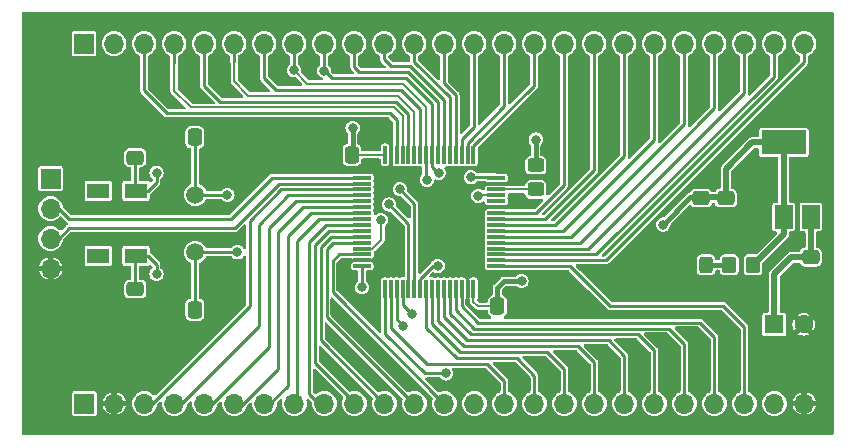
<source format=gbr>
%TF.GenerationSoftware,KiCad,Pcbnew,7.0.9*%
%TF.CreationDate,2024-02-20T11:35:56-03:00*%
%TF.ProjectId,CPU Stm32G431,43505520-5374-46d3-9332-473433312e6b,rev?*%
%TF.SameCoordinates,Original*%
%TF.FileFunction,Copper,L1,Top*%
%TF.FilePolarity,Positive*%
%FSLAX46Y46*%
G04 Gerber Fmt 4.6, Leading zero omitted, Abs format (unit mm)*
G04 Created by KiCad (PCBNEW 7.0.9) date 2024-02-20 11:35:56*
%MOMM*%
%LPD*%
G01*
G04 APERTURE LIST*
G04 Aperture macros list*
%AMRoundRect*
0 Rectangle with rounded corners*
0 $1 Rounding radius*
0 $2 $3 $4 $5 $6 $7 $8 $9 X,Y pos of 4 corners*
0 Add a 4 corners polygon primitive as box body*
4,1,4,$2,$3,$4,$5,$6,$7,$8,$9,$2,$3,0*
0 Add four circle primitives for the rounded corners*
1,1,$1+$1,$2,$3*
1,1,$1+$1,$4,$5*
1,1,$1+$1,$6,$7*
1,1,$1+$1,$8,$9*
0 Add four rect primitives between the rounded corners*
20,1,$1+$1,$2,$3,$4,$5,0*
20,1,$1+$1,$4,$5,$6,$7,0*
20,1,$1+$1,$6,$7,$8,$9,0*
20,1,$1+$1,$8,$9,$2,$3,0*%
G04 Aperture macros list end*
%TA.AperFunction,SMDPad,CuDef*%
%ADD10RoundRect,0.250000X0.475000X-0.337500X0.475000X0.337500X-0.475000X0.337500X-0.475000X-0.337500X0*%
%TD*%
%TA.AperFunction,SMDPad,CuDef*%
%ADD11RoundRect,0.250000X-0.337500X-0.475000X0.337500X-0.475000X0.337500X0.475000X-0.337500X0.475000X0*%
%TD*%
%TA.AperFunction,ComponentPad*%
%ADD12R,1.600000X1.600000*%
%TD*%
%TA.AperFunction,ComponentPad*%
%ADD13C,1.600000*%
%TD*%
%TA.AperFunction,SMDPad,CuDef*%
%ADD14R,1.900000X1.300000*%
%TD*%
%TA.AperFunction,SMDPad,CuDef*%
%ADD15RoundRect,0.250000X0.450000X-0.325000X0.450000X0.325000X-0.450000X0.325000X-0.450000X-0.325000X0*%
%TD*%
%TA.AperFunction,SMDPad,CuDef*%
%ADD16RoundRect,0.250000X-0.325000X-0.450000X0.325000X-0.450000X0.325000X0.450000X-0.325000X0.450000X0*%
%TD*%
%TA.AperFunction,ComponentPad*%
%ADD17C,1.500000*%
%TD*%
%TA.AperFunction,SMDPad,CuDef*%
%ADD18RoundRect,0.250000X0.337500X0.475000X-0.337500X0.475000X-0.337500X-0.475000X0.337500X-0.475000X0*%
%TD*%
%TA.AperFunction,SMDPad,CuDef*%
%ADD19RoundRect,0.250000X-0.475000X0.337500X-0.475000X-0.337500X0.475000X-0.337500X0.475000X0.337500X0*%
%TD*%
%TA.AperFunction,SMDPad,CuDef*%
%ADD20R,1.500000X2.000000*%
%TD*%
%TA.AperFunction,SMDPad,CuDef*%
%ADD21R,3.800000X2.000000*%
%TD*%
%TA.AperFunction,ComponentPad*%
%ADD22R,1.700000X1.700000*%
%TD*%
%TA.AperFunction,ComponentPad*%
%ADD23O,1.700000X1.700000*%
%TD*%
%TA.AperFunction,SMDPad,CuDef*%
%ADD24RoundRect,0.250000X0.350000X0.450000X-0.350000X0.450000X-0.350000X-0.450000X0.350000X-0.450000X0*%
%TD*%
%TA.AperFunction,SMDPad,CuDef*%
%ADD25RoundRect,0.075000X0.075000X-0.700000X0.075000X0.700000X-0.075000X0.700000X-0.075000X-0.700000X0*%
%TD*%
%TA.AperFunction,SMDPad,CuDef*%
%ADD26RoundRect,0.075000X0.700000X-0.075000X0.700000X0.075000X-0.700000X0.075000X-0.700000X-0.075000X0*%
%TD*%
%TA.AperFunction,ViaPad*%
%ADD27C,0.800000*%
%TD*%
%TA.AperFunction,Conductor*%
%ADD28C,0.250000*%
%TD*%
%TA.AperFunction,Conductor*%
%ADD29C,0.200000*%
%TD*%
%TA.AperFunction,Conductor*%
%ADD30C,0.500000*%
%TD*%
%TA.AperFunction,Conductor*%
%ADD31C,0.400000*%
%TD*%
G04 APERTURE END LIST*
D10*
%TO.P,C8,1*%
%TO.N,GND*%
X171580000Y-104357500D03*
%TO.P,C8,2*%
%TO.N,VDD*%
X171580000Y-102282500D03*
%TD*%
D11*
%TO.P,C2,1*%
%TO.N,GND*%
X126642500Y-97120000D03*
%TO.P,C2,2*%
%TO.N,OSC2*%
X128717500Y-97120000D03*
%TD*%
%TO.P,C10,1*%
%TO.N,GND*%
X139942500Y-98620000D03*
%TO.P,C10,2*%
%TO.N,VDD*%
X142017500Y-98620000D03*
%TD*%
D12*
%TO.P,C5,1*%
%TO.N,VCC*%
X177774888Y-112970000D03*
D13*
%TO.P,C5,2*%
%TO.N,GND*%
X180274888Y-112970000D03*
%TD*%
D14*
%TO.P,Y2,1,1*%
%TO.N,RTC1*%
X123740000Y-107160000D03*
%TO.P,Y2,2,2*%
%TO.N,RTC2*%
X123740000Y-101660000D03*
%TO.P,Y2,3*%
%TO.N,N/C*%
X120540000Y-101660000D03*
%TO.P,Y2,4*%
X120540000Y-107160000D03*
%TD*%
D15*
%TO.P,D3,1,K*%
%TO.N,/Mcu/LED_ON*%
X157580000Y-101545000D03*
%TO.P,D3,2,A*%
%TO.N,Net-(D3-A)*%
X157580000Y-99495000D03*
%TD*%
D16*
%TO.P,D4,1,K*%
%TO.N,GND*%
X169955000Y-107920000D03*
%TO.P,D4,2,A*%
%TO.N,Net-(D4-A)*%
X172005000Y-107920000D03*
%TD*%
D17*
%TO.P,Y1,1,1*%
%TO.N,OSC1*%
X128760000Y-106870000D03*
%TO.P,Y1,2,2*%
%TO.N,OSC2*%
X128760000Y-101990000D03*
%TD*%
D10*
%TO.P,C3,1*%
%TO.N,GND*%
X123680000Y-112057500D03*
%TO.P,C3,2*%
%TO.N,RTC1*%
X123680000Y-109982500D03*
%TD*%
D18*
%TO.P,C14,1*%
%TO.N,GND*%
X156417500Y-111420000D03*
%TO.P,C14,2*%
%TO.N,VDD*%
X154342500Y-111420000D03*
%TD*%
D19*
%TO.P,C4,1*%
%TO.N,GND*%
X123680000Y-96782500D03*
%TO.P,C4,2*%
%TO.N,RTC2*%
X123680000Y-98857500D03*
%TD*%
D10*
%TO.P,C7,1*%
%TO.N,GND*%
X173680000Y-104357500D03*
%TO.P,C7,2*%
%TO.N,VDD*%
X173680000Y-102282500D03*
%TD*%
%TO.P,C6,1*%
%TO.N,GND*%
X180870000Y-109357500D03*
%TO.P,C6,2*%
%TO.N,VCC*%
X180870000Y-107282500D03*
%TD*%
D20*
%TO.P,U1,1,GND*%
%TO.N,GND*%
X176280000Y-103870000D03*
%TO.P,U1,2,VO*%
%TO.N,VDD*%
X178580000Y-103870000D03*
D21*
X178580000Y-97570000D03*
D20*
%TO.P,U1,3,VI*%
%TO.N,VCC*%
X180880000Y-103870000D03*
%TD*%
D22*
%TO.P,J1,1,Pin_1*%
%TO.N,VDD*%
X116505000Y-100620000D03*
D23*
%TO.P,J1,2,Pin_2*%
%TO.N,/Mcu/SWDIO*%
X116505000Y-103160000D03*
%TO.P,J1,3,Pin_3*%
%TO.N,/Mcu/SWCLK*%
X116505000Y-105700000D03*
%TO.P,J1,4,Pin_4*%
%TO.N,GND*%
X116505000Y-108240000D03*
%TD*%
D24*
%TO.P,R3,1*%
%TO.N,VDD*%
X175980000Y-107920000D03*
%TO.P,R3,2*%
%TO.N,Net-(D4-A)*%
X173980000Y-107920000D03*
%TD*%
D25*
%TO.P,U2,1,VBAT*%
%TO.N,VDDBAT*%
X144810000Y-109975000D03*
%TO.P,U2,2,PC13*%
%TO.N,/Mcu/PC13*%
X145310000Y-109975000D03*
%TO.P,U2,3,PC14*%
%TO.N,RTC1*%
X145810000Y-109975000D03*
%TO.P,U2,4,PC15*%
%TO.N,RTC2*%
X146310000Y-109975000D03*
%TO.P,U2,5,PF0*%
%TO.N,OSC1*%
X146810000Y-109975000D03*
%TO.P,U2,6,PF1*%
%TO.N,OSC2*%
X147310000Y-109975000D03*
%TO.P,U2,7,PG10*%
%TO.N,/Mcu/NRST*%
X147810000Y-109975000D03*
%TO.P,U2,8,PC0*%
%TO.N,/Mcu/PC0*%
X148310000Y-109975000D03*
%TO.P,U2,9,PC1*%
%TO.N,/Mcu/PC1*%
X148810000Y-109975000D03*
%TO.P,U2,10,PC2*%
%TO.N,/Mcu/PC2*%
X149310000Y-109975000D03*
%TO.P,U2,11,PC3*%
%TO.N,/Mcu/PC3*%
X149810000Y-109975000D03*
%TO.P,U2,12,PA0*%
%TO.N,/Mcu/PA0*%
X150310000Y-109975000D03*
%TO.P,U2,13,PA1*%
%TO.N,/Mcu/PA1*%
X150810000Y-109975000D03*
%TO.P,U2,14,PA2*%
%TO.N,/Mcu/PA2*%
X151310000Y-109975000D03*
%TO.P,U2,15,VSS*%
%TO.N,GND*%
X151810000Y-109975000D03*
%TO.P,U2,16,VDD*%
%TO.N,VDD*%
X152310000Y-109975000D03*
D26*
%TO.P,U2,17,PA3*%
%TO.N,/Mcu/PA3*%
X154235000Y-108050000D03*
%TO.P,U2,18,PA4*%
%TO.N,/Mcu/PA4*%
X154235000Y-107550000D03*
%TO.P,U2,19,PA5*%
%TO.N,/Mcu/PA5*%
X154235000Y-107050000D03*
%TO.P,U2,20,PA6*%
%TO.N,/Mcu/PA6*%
X154235000Y-106550000D03*
%TO.P,U2,21,PA7*%
%TO.N,/Mcu/PA7*%
X154235000Y-106050000D03*
%TO.P,U2,22,PC4*%
%TO.N,/Mcu/PC4*%
X154235000Y-105550000D03*
%TO.P,U2,23,PC5*%
%TO.N,/Mcu/PC5*%
X154235000Y-105050000D03*
%TO.P,U2,24,PB0*%
%TO.N,/Mcu/PB0*%
X154235000Y-104550000D03*
%TO.P,U2,25,PB1*%
%TO.N,/Mcu/PB1*%
X154235000Y-104050000D03*
%TO.P,U2,26,PB2*%
%TO.N,/Mcu/PB2*%
X154235000Y-103550000D03*
%TO.P,U2,27,VSSA*%
%TO.N,GND*%
X154235000Y-103050000D03*
%TO.P,U2,28,VREF+*%
%TO.N,unconnected-(U2-VREF+-Pad28)*%
X154235000Y-102550000D03*
%TO.P,U2,29,VDDA*%
%TO.N,VDD*%
X154235000Y-102050000D03*
%TO.P,U2,30,PB10*%
%TO.N,/Mcu/LED_ON*%
X154235000Y-101550000D03*
%TO.P,U2,31,VSS*%
%TO.N,GND*%
X154235000Y-101050000D03*
%TO.P,U2,32,VDD*%
%TO.N,VDD*%
X154235000Y-100550000D03*
D25*
%TO.P,U2,33,PB11*%
%TO.N,/Mcu/PB11*%
X152310000Y-98625000D03*
%TO.P,U2,34,PB12*%
%TO.N,/Mcu/PB12*%
X151810000Y-98625000D03*
%TO.P,U2,35,PB13*%
%TO.N,/Mcu/PB13*%
X151310000Y-98625000D03*
%TO.P,U2,36,PB14*%
%TO.N,/Mcu/PB14*%
X150810000Y-98625000D03*
%TO.P,U2,37,PB15*%
%TO.N,/Mcu/PB15*%
X150310000Y-98625000D03*
%TO.P,U2,38,PC6*%
%TO.N,/Mcu/PC6*%
X149810000Y-98625000D03*
%TO.P,U2,39,PC7*%
%TO.N,/Mcu/PC7*%
X149310000Y-98625000D03*
%TO.P,U2,40,PC8*%
%TO.N,SCL*%
X148810000Y-98625000D03*
%TO.P,U2,41,PC9*%
%TO.N,SDA*%
X148310000Y-98625000D03*
%TO.P,U2,42,PA8*%
%TO.N,/Mcu/PA8*%
X147810000Y-98625000D03*
%TO.P,U2,43,PA9*%
%TO.N,/Mcu/PA9*%
X147310000Y-98625000D03*
%TO.P,U2,44,PA10*%
%TO.N,/Mcu/PA10*%
X146810000Y-98625000D03*
%TO.P,U2,45,PA11*%
%TO.N,/Mcu/PA11*%
X146310000Y-98625000D03*
%TO.P,U2,46,PA12*%
%TO.N,/Mcu/PA12*%
X145810000Y-98625000D03*
%TO.P,U2,47,VSS*%
%TO.N,GND*%
X145310000Y-98625000D03*
%TO.P,U2,48,VDD*%
%TO.N,VDD*%
X144810000Y-98625000D03*
D26*
%TO.P,U2,49,PA13*%
%TO.N,/Mcu/SWDIO*%
X142885000Y-100550000D03*
%TO.P,U2,50,PA14*%
%TO.N,/Mcu/SWCLK*%
X142885000Y-101050000D03*
%TO.P,U2,51,PA15*%
%TO.N,/Mcu/PA15*%
X142885000Y-101550000D03*
%TO.P,U2,52,PC10*%
%TO.N,/Mcu/PC10*%
X142885000Y-102050000D03*
%TO.P,U2,53,PC11*%
%TO.N,/Mcu/PC11*%
X142885000Y-102550000D03*
%TO.P,U2,54,PC12*%
%TO.N,/Mcu/PC12*%
X142885000Y-103050000D03*
%TO.P,U2,55,PD2*%
%TO.N,/Mcu/PD2*%
X142885000Y-103550000D03*
%TO.P,U2,56,PB3*%
%TO.N,/Mcu/PB3*%
X142885000Y-104050000D03*
%TO.P,U2,57,PB4*%
%TO.N,/Mcu/PB4*%
X142885000Y-104550000D03*
%TO.P,U2,58,PB5*%
%TO.N,/Mcu/PB5*%
X142885000Y-105050000D03*
%TO.P,U2,59,PB6*%
%TO.N,/Mcu/PB6*%
X142885000Y-105550000D03*
%TO.P,U2,60,PB7*%
%TO.N,/Mcu/PB7*%
X142885000Y-106050000D03*
%TO.P,U2,61,PB8*%
%TO.N,Net-(U2-PB8)*%
X142885000Y-106550000D03*
%TO.P,U2,62,PB9*%
%TO.N,/Mcu/PB9*%
X142885000Y-107050000D03*
%TO.P,U2,63,VSS*%
%TO.N,GND*%
X142885000Y-107550000D03*
%TO.P,U2,64,VDD*%
%TO.N,VDD*%
X142885000Y-108050000D03*
%TD*%
D11*
%TO.P,C1,1*%
%TO.N,GND*%
X126642500Y-111720000D03*
%TO.P,C1,2*%
%TO.N,OSC1*%
X128717500Y-111720000D03*
%TD*%
D22*
%TO.P,J2,1,Pin_1*%
%TO.N,VDD*%
X119370000Y-119670000D03*
D23*
%TO.P,J2,2,Pin_2*%
%TO.N,GND*%
X121910000Y-119670000D03*
%TO.P,J2,3,Pin_3*%
%TO.N,/Mcu/PA15*%
X124450000Y-119670000D03*
%TO.P,J2,4,Pin_4*%
%TO.N,/Mcu/PC10*%
X126990000Y-119670000D03*
%TO.P,J2,5,Pin_5*%
%TO.N,/Mcu/PC11*%
X129530000Y-119670000D03*
%TO.P,J2,6,Pin_6*%
%TO.N,/Mcu/PC12*%
X132070000Y-119670000D03*
%TO.P,J2,7,Pin_7*%
%TO.N,/Mcu/PD2*%
X134610000Y-119670000D03*
%TO.P,J2,8,Pin_8*%
%TO.N,/Mcu/PB3*%
X137150000Y-119670000D03*
%TO.P,J2,9,Pin_9*%
%TO.N,/Mcu/PB4*%
X139690000Y-119670000D03*
%TO.P,J2,10,Pin_10*%
%TO.N,/Mcu/PB5*%
X142230000Y-119670000D03*
%TO.P,J2,11,Pin_11*%
%TO.N,/Mcu/PB6*%
X144770000Y-119670000D03*
%TO.P,J2,12,Pin_12*%
%TO.N,/Mcu/PB7*%
X147310000Y-119670000D03*
%TO.P,J2,13,Pin_13*%
%TO.N,/Mcu/PB9*%
X149850000Y-119670000D03*
%TO.P,J2,14,Pin_14*%
%TO.N,VBT1*%
X152390000Y-119670000D03*
%TO.P,J2,15,Pin_15*%
%TO.N,/Mcu/PC13*%
X154930000Y-119670000D03*
%TO.P,J2,16,Pin_16*%
%TO.N,/Mcu/PC0*%
X157470000Y-119670000D03*
%TO.P,J2,17,Pin_17*%
%TO.N,/Mcu/PC1*%
X160010000Y-119670000D03*
%TO.P,J2,18,Pin_18*%
%TO.N,/Mcu/PC2*%
X162550000Y-119670000D03*
%TO.P,J2,19,Pin_19*%
%TO.N,/Mcu/PC3*%
X165090000Y-119670000D03*
%TO.P,J2,20,Pin_20*%
%TO.N,/Mcu/PA0*%
X167630000Y-119670000D03*
%TO.P,J2,21,Pin_21*%
%TO.N,/Mcu/PA1*%
X170170000Y-119670000D03*
%TO.P,J2,22,Pin_22*%
%TO.N,/Mcu/PA2*%
X172710000Y-119670000D03*
%TO.P,J2,23,Pin_23*%
%TO.N,/Mcu/PA3*%
X175250000Y-119670000D03*
%TO.P,J2,24,Pin_24*%
%TO.N,VCC*%
X177790000Y-119670000D03*
%TO.P,J2,25,Pin_25*%
%TO.N,GND*%
X180330000Y-119670000D03*
%TD*%
D22*
%TO.P,J3,1,Pin_1*%
%TO.N,unconnected-(J3-Pin_1-Pad1)*%
X119340000Y-89190000D03*
D23*
%TO.P,J3,2,Pin_2*%
%TO.N,unconnected-(J3-Pin_2-Pad2)*%
X121880000Y-89190000D03*
%TO.P,J3,3,Pin_3*%
%TO.N,/Mcu/PA12*%
X124420000Y-89190000D03*
%TO.P,J3,4,Pin_4*%
%TO.N,/Mcu/PA11*%
X126960000Y-89190000D03*
%TO.P,J3,5,Pin_5*%
%TO.N,/Mcu/PA10*%
X129500000Y-89190000D03*
%TO.P,J3,6,Pin_6*%
%TO.N,/Mcu/PA9*%
X132040000Y-89190000D03*
%TO.P,J3,7,Pin_7*%
%TO.N,/Mcu/PA8*%
X134580000Y-89190000D03*
%TO.P,J3,8,Pin_8*%
%TO.N,SDA*%
X137120000Y-89190000D03*
%TO.P,J3,9,Pin_9*%
%TO.N,SCL*%
X139660000Y-89190000D03*
%TO.P,J3,10,Pin_10*%
%TO.N,/Mcu/PC7*%
X142200000Y-89190000D03*
%TO.P,J3,11,Pin_11*%
%TO.N,/Mcu/PC6*%
X144740000Y-89190000D03*
%TO.P,J3,12,Pin_12*%
%TO.N,/Mcu/PB15*%
X147280000Y-89190000D03*
%TO.P,J3,13,Pin_13*%
%TO.N,/Mcu/PB14*%
X149820000Y-89190000D03*
%TO.P,J3,14,Pin_14*%
%TO.N,/Mcu/PB13*%
X152360000Y-89190000D03*
%TO.P,J3,15,Pin_15*%
%TO.N,/Mcu/PB12*%
X154900000Y-89190000D03*
%TO.P,J3,16,Pin_16*%
%TO.N,/Mcu/PB11*%
X157440000Y-89190000D03*
%TO.P,J3,17,Pin_17*%
%TO.N,/Mcu/PB2*%
X159980000Y-89190000D03*
%TO.P,J3,18,Pin_18*%
%TO.N,/Mcu/PB1*%
X162520000Y-89190000D03*
%TO.P,J3,19,Pin_19*%
%TO.N,/Mcu/PB0*%
X165060000Y-89190000D03*
%TO.P,J3,20,Pin_20*%
%TO.N,/Mcu/PC5*%
X167600000Y-89190000D03*
%TO.P,J3,21,Pin_21*%
%TO.N,/Mcu/PC4*%
X170140000Y-89190000D03*
%TO.P,J3,22,Pin_22*%
%TO.N,/Mcu/PA7*%
X172680000Y-89190000D03*
%TO.P,J3,23,Pin_23*%
%TO.N,/Mcu/PA6*%
X175220000Y-89190000D03*
%TO.P,J3,24,Pin_24*%
%TO.N,/Mcu/PA5*%
X177760000Y-89190000D03*
%TO.P,J3,25,Pin_25*%
%TO.N,/Mcu/PA4*%
X180300000Y-89190000D03*
%TD*%
D27*
%TO.N,GND*%
X120800000Y-96370000D03*
X169910000Y-109750000D03*
X144710000Y-96370000D03*
X151880000Y-107620000D03*
X179090000Y-109750000D03*
X155490000Y-96370000D03*
X133680000Y-100220000D03*
X149020000Y-104160000D03*
X176270000Y-100890000D03*
X159780000Y-109760000D03*
X123700000Y-115560000D03*
X133680000Y-96370000D03*
X180810000Y-100840000D03*
X164300000Y-109760000D03*
X116510000Y-115610000D03*
%TO.N,OSC1*%
X132330000Y-106870000D03*
X145180000Y-102820000D03*
%TO.N,OSC2*%
X146080000Y-101520000D03*
X131480000Y-102020000D03*
%TO.N,RTC1*%
X125480000Y-108720000D03*
X146380000Y-113120000D03*
%TO.N,RTC2*%
X125480000Y-100120000D03*
X147080000Y-112120000D03*
%TO.N,VDD*%
X168380000Y-104520000D03*
X152080000Y-100520000D03*
X142080000Y-96320000D03*
X156380000Y-109320000D03*
X152717500Y-102082500D03*
X142880000Y-109820000D03*
%TO.N,/Mcu/NRST*%
X149280000Y-108020000D03*
%TO.N,Net-(U2-PB8)*%
X144480000Y-104120000D03*
%TO.N,VDDBAT*%
X149980000Y-117120000D03*
%TO.N,Net-(D3-A)*%
X157580000Y-97320000D03*
%TO.N,SDA*%
X137120000Y-91460000D03*
X148380000Y-100720000D03*
%TO.N,SCL*%
X149380000Y-100120000D03*
X139680000Y-91480000D03*
%TD*%
D28*
%TO.N,OSC1*%
X132330000Y-106870000D02*
X128760000Y-106870000D01*
X128717500Y-111720000D02*
X128717500Y-106912500D01*
X145180000Y-102820000D02*
X146810000Y-104450000D01*
X146810000Y-104450000D02*
X146810000Y-109975000D01*
D29*
X128717500Y-106912500D02*
X128760000Y-106870000D01*
D28*
%TO.N,OSC2*%
X128760000Y-101990000D02*
X128760000Y-97162500D01*
X131480000Y-102020000D02*
X131450000Y-101990000D01*
X146080000Y-101520000D02*
X147310000Y-102750000D01*
D29*
X128760000Y-97162500D02*
X128717500Y-97120000D01*
D28*
X147310000Y-102750000D02*
X147310000Y-109975000D01*
X131450000Y-101990000D02*
X128760000Y-101990000D01*
%TO.N,RTC1*%
X146380000Y-113120000D02*
X145810000Y-112550000D01*
X125480000Y-107920000D02*
X125480000Y-108720000D01*
X123680000Y-107170000D02*
X124730000Y-107170000D01*
X145810000Y-112550000D02*
X145810000Y-109975000D01*
X123680000Y-107170000D02*
X123680000Y-109982500D01*
X124730000Y-107170000D02*
X125480000Y-107920000D01*
%TO.N,RTC2*%
X123680000Y-101670000D02*
X123680000Y-98857500D01*
X147080000Y-112120000D02*
X146310000Y-111350000D01*
X125480000Y-100920000D02*
X125480000Y-100120000D01*
X146310000Y-111350000D02*
X146310000Y-109975000D01*
X124730000Y-101670000D02*
X125480000Y-100920000D01*
X123680000Y-101670000D02*
X124730000Y-101670000D01*
D30*
%TO.N,VCC*%
X177824888Y-113340000D02*
X177774888Y-113290000D01*
X177774888Y-113290000D02*
X177774888Y-108725112D01*
X179217500Y-107282500D02*
X180870000Y-107282500D01*
X180870000Y-107282500D02*
X180880000Y-107272500D01*
X180880000Y-107272500D02*
X180880000Y-103870000D01*
X177774888Y-108725112D02*
X179217500Y-107282500D01*
D31*
%TO.N,VDD*%
X170680000Y-102220000D02*
X168380000Y-104520000D01*
D29*
X152717500Y-102082500D02*
X152750000Y-102050000D01*
D31*
X154880000Y-109320000D02*
X154342500Y-109857500D01*
D29*
X144805000Y-98620000D02*
X144810000Y-98625000D01*
D30*
X178580000Y-103870000D02*
X178580000Y-97570000D01*
X172380000Y-102220000D02*
X173642500Y-102220000D01*
X173680000Y-99820000D02*
X175930000Y-97570000D01*
D31*
X172380000Y-102220000D02*
X170680000Y-102220000D01*
X156380000Y-109320000D02*
X154880000Y-109320000D01*
D28*
X142880000Y-108055000D02*
X142885000Y-108050000D01*
D30*
X173680000Y-102182500D02*
X173680000Y-99820000D01*
D28*
X154205000Y-100520000D02*
X154235000Y-100550000D01*
D30*
X178580000Y-105320000D02*
X175980000Y-107920000D01*
D29*
X152310000Y-109975000D02*
X152310000Y-111050000D01*
D31*
X142080000Y-98557500D02*
X142017500Y-98620000D01*
D29*
X152750000Y-102050000D02*
X154235000Y-102050000D01*
D28*
X142880000Y-109820000D02*
X142880000Y-108055000D01*
D29*
X152680000Y-111420000D02*
X154342500Y-111420000D01*
D30*
X175930000Y-97570000D02*
X178580000Y-97570000D01*
D29*
X142017500Y-98620000D02*
X144805000Y-98620000D01*
D30*
X173642500Y-102220000D02*
X173680000Y-102182500D01*
D31*
X154342500Y-109857500D02*
X154342500Y-111420000D01*
D29*
X152310000Y-111050000D02*
X152680000Y-111420000D01*
D28*
X152080000Y-100520000D02*
X154205000Y-100520000D01*
D31*
X142080000Y-96320000D02*
X142080000Y-98557500D01*
D30*
X178580000Y-103870000D02*
X178580000Y-105320000D01*
D28*
%TO.N,/Mcu/NRST*%
X147810000Y-109132236D02*
X148922236Y-108020000D01*
X147810000Y-109975000D02*
X147810000Y-109132236D01*
X148922236Y-108020000D02*
X149280000Y-108020000D01*
D29*
%TO.N,Net-(U2-PB8)*%
X144480000Y-104120000D02*
X144480000Y-105820000D01*
X143750000Y-106550000D02*
X142885000Y-106550000D01*
X144480000Y-105820000D02*
X143750000Y-106550000D01*
D28*
%TO.N,VDDBAT*%
X149980000Y-117120000D02*
X148180000Y-117120000D01*
X144810000Y-113750000D02*
X144810000Y-109975000D01*
X148180000Y-117120000D02*
X144810000Y-113750000D01*
D29*
%TO.N,/Mcu/LED_ON*%
X157580000Y-101545000D02*
X154240000Y-101545000D01*
X154240000Y-101545000D02*
X154235000Y-101550000D01*
D31*
%TO.N,Net-(D3-A)*%
X157580000Y-97320000D02*
X157580000Y-99495000D01*
%TO.N,Net-(D4-A)*%
X173980000Y-107920000D02*
X172005000Y-107920000D01*
D28*
%TO.N,/Mcu/SWDIO*%
X135250000Y-100550000D02*
X131780000Y-104020000D01*
X142885000Y-100550000D02*
X135250000Y-100550000D01*
X131780000Y-104020000D02*
X118080000Y-104020000D01*
X118080000Y-104020000D02*
X116820000Y-102760000D01*
X116820000Y-102760000D02*
X116505000Y-102760000D01*
%TO.N,/Mcu/SWCLK*%
X132080000Y-104820000D02*
X135850000Y-101050000D01*
X118080000Y-104820000D02*
X132080000Y-104820000D01*
X117200000Y-105700000D02*
X118080000Y-104820000D01*
X135850000Y-101050000D02*
X142885000Y-101050000D01*
X116505000Y-105700000D02*
X117200000Y-105700000D01*
%TO.N,/Mcu/PA15*%
X133380000Y-111420000D02*
X133380000Y-104220000D01*
X124660000Y-120140000D02*
X133380000Y-111420000D01*
X133380000Y-104220000D02*
X136050000Y-101550000D01*
X136050000Y-101550000D02*
X142885000Y-101550000D01*
X124450000Y-120140000D02*
X124660000Y-120140000D01*
%TO.N,/Mcu/PC10*%
X136650000Y-102050000D02*
X142885000Y-102050000D01*
X126990000Y-120140000D02*
X127160000Y-120140000D01*
X134180000Y-104520000D02*
X136650000Y-102050000D01*
X127160000Y-120140000D02*
X134180000Y-113120000D01*
X134180000Y-113120000D02*
X134180000Y-104520000D01*
%TO.N,/Mcu/PC11*%
X129760000Y-120140000D02*
X134980000Y-114920000D01*
X134980000Y-104820000D02*
X137250000Y-102550000D01*
X134980000Y-114920000D02*
X134980000Y-104820000D01*
X129530000Y-120140000D02*
X129760000Y-120140000D01*
X137250000Y-102550000D02*
X142885000Y-102550000D01*
%TO.N,/Mcu/PC12*%
X137850000Y-103050000D02*
X142885000Y-103050000D01*
X135780000Y-105120000D02*
X137850000Y-103050000D01*
X135780000Y-116720000D02*
X135780000Y-105120000D01*
X132070000Y-120140000D02*
X132360000Y-120140000D01*
X132360000Y-120140000D02*
X135780000Y-116720000D01*
%TO.N,/Mcu/PD2*%
X136580000Y-105520000D02*
X138550000Y-103550000D01*
X134610000Y-120140000D02*
X136580000Y-118170000D01*
X138550000Y-103550000D02*
X142885000Y-103550000D01*
X136580000Y-118170000D02*
X136580000Y-105520000D01*
%TO.N,/Mcu/PB3*%
X137360000Y-105900000D02*
X139210000Y-104050000D01*
X139210000Y-104050000D02*
X142885000Y-104050000D01*
X137360000Y-119930000D02*
X137360000Y-105900000D01*
X137150000Y-120140000D02*
X137360000Y-119930000D01*
%TO.N,/Mcu/PB4*%
X139810000Y-104550000D02*
X142885000Y-104550000D01*
X138380000Y-118830000D02*
X138380000Y-105980000D01*
X138380000Y-105980000D02*
X139810000Y-104550000D01*
X139690000Y-120140000D02*
X138380000Y-118830000D01*
%TO.N,/Mcu/PB5*%
X138880000Y-106220000D02*
X140050000Y-105050000D01*
X142230000Y-119570000D02*
X138880000Y-116220000D01*
X140050000Y-105050000D02*
X142885000Y-105050000D01*
X138880000Y-116220000D02*
X138880000Y-106220000D01*
X142230000Y-120140000D02*
X142230000Y-119570000D01*
%TO.N,/Mcu/PB6*%
X144770000Y-119710000D02*
X139380000Y-114320000D01*
X140250000Y-105550000D02*
X142885000Y-105550000D01*
X139380000Y-114320000D02*
X139380000Y-106420000D01*
X144770000Y-120140000D02*
X144770000Y-119710000D01*
X139380000Y-106420000D02*
X140250000Y-105550000D01*
%TO.N,/Mcu/PB7*%
X147310000Y-119750000D02*
X139880000Y-112320000D01*
X139880000Y-106620000D02*
X140450000Y-106050000D01*
X147310000Y-120140000D02*
X147310000Y-119750000D01*
X140450000Y-106050000D02*
X142885000Y-106050000D01*
X139880000Y-112320000D02*
X139880000Y-106620000D01*
%TO.N,/Mcu/PB9*%
X149850000Y-120140000D02*
X149850000Y-119690000D01*
X140380000Y-107620000D02*
X140950000Y-107050000D01*
X140950000Y-107050000D02*
X142885000Y-107050000D01*
X140380000Y-110220000D02*
X140380000Y-107620000D01*
X149850000Y-119690000D02*
X140380000Y-110220000D01*
%TO.N,/Mcu/PC13*%
X145310000Y-113250000D02*
X148380000Y-116320000D01*
X148380000Y-116320000D02*
X153480000Y-116320000D01*
X145310000Y-109975000D02*
X145310000Y-113250000D01*
X154930000Y-117770000D02*
X154930000Y-120140000D01*
X153480000Y-116320000D02*
X154930000Y-117770000D01*
%TO.N,/Mcu/PC0*%
X150880000Y-115820000D02*
X155980000Y-115820000D01*
X157470000Y-117310000D02*
X157470000Y-120140000D01*
X148310000Y-113250000D02*
X150880000Y-115820000D01*
X148310000Y-109975000D02*
X148310000Y-113250000D01*
X155980000Y-115820000D02*
X157470000Y-117310000D01*
%TO.N,/Mcu/PC1*%
X158580000Y-115320000D02*
X160010000Y-116750000D01*
X151180000Y-115320000D02*
X158580000Y-115320000D01*
X148810000Y-112950000D02*
X151180000Y-115320000D01*
X148810000Y-109975000D02*
X148810000Y-112950000D01*
X160010000Y-116750000D02*
X160010000Y-120140000D01*
%TO.N,/Mcu/PC2*%
X149310000Y-109975000D02*
X149310000Y-112650000D01*
X162550000Y-116190000D02*
X162550000Y-120140000D01*
X161180000Y-114820000D02*
X162550000Y-116190000D01*
X151480000Y-114820000D02*
X161180000Y-114820000D01*
X149310000Y-112650000D02*
X151480000Y-114820000D01*
%TO.N,/Mcu/PC3*%
X149810000Y-109975000D02*
X149810000Y-112350000D01*
X165090000Y-115630000D02*
X165090000Y-120140000D01*
X163780000Y-114320000D02*
X165090000Y-115630000D01*
X151780000Y-114320000D02*
X163780000Y-114320000D01*
X149810000Y-112350000D02*
X151780000Y-114320000D01*
%TO.N,/Mcu/PA0*%
X167630000Y-120140000D02*
X167630000Y-115170000D01*
X166280000Y-113820000D02*
X152080000Y-113820000D01*
X152080000Y-113820000D02*
X150310000Y-112050000D01*
X150310000Y-112050000D02*
X150310000Y-109975000D01*
X167630000Y-115170000D02*
X166280000Y-113820000D01*
%TO.N,/Mcu/PA1*%
X168880000Y-113320000D02*
X170170000Y-114610000D01*
X150810000Y-111750000D02*
X152380000Y-113320000D01*
X152380000Y-113320000D02*
X168880000Y-113320000D01*
X150810000Y-109975000D02*
X150810000Y-111750000D01*
X170170000Y-114610000D02*
X170170000Y-120140000D01*
%TO.N,/Mcu/PA2*%
X152680000Y-112820000D02*
X171480000Y-112820000D01*
X151310000Y-109975000D02*
X151310000Y-111450000D01*
X172710000Y-114050000D02*
X172710000Y-120140000D01*
X151310000Y-111450000D02*
X152680000Y-112820000D01*
X171480000Y-112820000D02*
X172710000Y-114050000D01*
%TO.N,/Mcu/PA3*%
X160510000Y-108050000D02*
X163860000Y-111400000D01*
X154235000Y-108050000D02*
X160510000Y-108050000D01*
X175250000Y-113190000D02*
X175250000Y-120140000D01*
X173460000Y-111400000D02*
X175250000Y-113190000D01*
X163860000Y-111400000D02*
X173460000Y-111400000D01*
%TO.N,/Mcu/PA12*%
X126360000Y-95100000D02*
X124420000Y-93160000D01*
X145810000Y-98625000D02*
X145810000Y-95650000D01*
X145260000Y-95100000D02*
X126360000Y-95100000D01*
X124420000Y-93160000D02*
X124420000Y-88720000D01*
X145810000Y-95650000D02*
X145260000Y-95100000D01*
X124420000Y-91320000D02*
X124420000Y-88720000D01*
X124410000Y-91330000D02*
X124420000Y-91320000D01*
D29*
%TO.N,/Mcu/PA11*%
X128360000Y-94600000D02*
X126960000Y-93200000D01*
X145560000Y-94600000D02*
X128360000Y-94600000D01*
X146310000Y-95350000D02*
X145560000Y-94600000D01*
X126960000Y-93200000D02*
X126960000Y-90800000D01*
D28*
X126960000Y-88720000D02*
X126960000Y-90800000D01*
D29*
X146310000Y-98625000D02*
X146310000Y-95350000D01*
D28*
%TO.N,/Mcu/PA10*%
X146810000Y-95150000D02*
X145760000Y-94100000D01*
X129500000Y-92760000D02*
X129500000Y-88720000D01*
X146810000Y-98625000D02*
X146810000Y-95150000D01*
X130840000Y-94100000D02*
X129500000Y-92760000D01*
X145760000Y-94100000D02*
X130840000Y-94100000D01*
D29*
%TO.N,/Mcu/PA9*%
X147310000Y-98625000D02*
X147310000Y-94950000D01*
X145960000Y-93600000D02*
X133260000Y-93600000D01*
X132060000Y-92400000D02*
X132060000Y-90820000D01*
D28*
X132060000Y-88740000D02*
X132040000Y-88720000D01*
X132060000Y-90780000D02*
X132060000Y-88740000D01*
D29*
X133260000Y-93600000D02*
X132060000Y-92400000D01*
X147310000Y-94950000D02*
X145960000Y-93600000D01*
D28*
%TO.N,/Mcu/PA8*%
X134580000Y-92120000D02*
X134580000Y-88720000D01*
X147810000Y-98625000D02*
X147810000Y-94750000D01*
X135560000Y-93100000D02*
X134580000Y-92120000D01*
X146160000Y-93100000D02*
X135560000Y-93100000D01*
X147810000Y-94750000D02*
X146160000Y-93100000D01*
D29*
%TO.N,SDA*%
X146360000Y-92600000D02*
X138260000Y-92600000D01*
X148310000Y-98625000D02*
X148310000Y-94550000D01*
D28*
X148310000Y-100650000D02*
X148310000Y-98625000D01*
D29*
X138260000Y-92600000D02*
X137120000Y-91460000D01*
X148310000Y-94550000D02*
X146360000Y-92600000D01*
D28*
X137120000Y-91460000D02*
X137120000Y-88720000D01*
X148380000Y-100720000D02*
X148310000Y-100650000D01*
%TO.N,SCL*%
X148810000Y-94350000D02*
X146560000Y-92100000D01*
X148810000Y-99650000D02*
X148810000Y-98625000D01*
X146560000Y-92100000D02*
X140300000Y-92100000D01*
X148810000Y-98625000D02*
X148810000Y-94350000D01*
X139660000Y-91460000D02*
X139660000Y-88720000D01*
X140300000Y-92100000D02*
X139660000Y-91460000D01*
X149280000Y-100120000D02*
X148810000Y-99650000D01*
X149380000Y-100120000D02*
X149280000Y-100120000D01*
%TO.N,/Mcu/PC7*%
X149310000Y-94150000D02*
X146760000Y-91600000D01*
X146760000Y-91600000D02*
X142660000Y-91600000D01*
X142660000Y-91600000D02*
X142200000Y-91140000D01*
X142200000Y-91140000D02*
X142200000Y-88720000D01*
X149310000Y-98625000D02*
X149310000Y-94150000D01*
%TO.N,/Mcu/PC6*%
X146960000Y-91100000D02*
X145360000Y-91100000D01*
X144740000Y-90480000D02*
X144740000Y-88720000D01*
X145360000Y-91100000D02*
X144740000Y-90480000D01*
X149810000Y-93950000D02*
X146960000Y-91100000D01*
X149810000Y-98625000D02*
X149810000Y-93950000D01*
%TO.N,/Mcu/PB15*%
X150310000Y-93750000D02*
X147280000Y-90720000D01*
X150310000Y-98625000D02*
X150310000Y-93750000D01*
X147280000Y-90720000D02*
X147280000Y-88720000D01*
%TO.N,/Mcu/PB14*%
X150810000Y-98625000D02*
X150810000Y-93550000D01*
X150810000Y-93550000D02*
X149820000Y-92560000D01*
X149820000Y-92560000D02*
X149820000Y-88720000D01*
%TO.N,/Mcu/PB13*%
X151310000Y-98625000D02*
X151310000Y-97290000D01*
X151310000Y-97290000D02*
X152360000Y-96240000D01*
X152360000Y-96240000D02*
X152360000Y-88720000D01*
%TO.N,/Mcu/PB12*%
X151810000Y-97590000D02*
X154900000Y-94500000D01*
X154900000Y-94500000D02*
X154900000Y-88720000D01*
X151810000Y-98625000D02*
X151810000Y-97590000D01*
%TO.N,/Mcu/PB11*%
X157440000Y-92760000D02*
X157440000Y-88720000D01*
X152310000Y-97890000D02*
X157440000Y-92760000D01*
X152310000Y-98625000D02*
X152310000Y-97890000D01*
%TO.N,/Mcu/PB2*%
X154235000Y-103550000D02*
X157610000Y-103550000D01*
X157610000Y-103550000D02*
X159980000Y-101180000D01*
X159980000Y-101180000D02*
X159980000Y-88720000D01*
%TO.N,/Mcu/PB1*%
X158410000Y-104050000D02*
X162520000Y-99940000D01*
X162520000Y-99940000D02*
X162520000Y-88720000D01*
X154235000Y-104050000D02*
X158410000Y-104050000D01*
%TO.N,/Mcu/PB0*%
X165060000Y-88720000D02*
X165060000Y-98700000D01*
X165060000Y-98700000D02*
X159210000Y-104550000D01*
X159210000Y-104550000D02*
X154235000Y-104550000D01*
%TO.N,/Mcu/PC5*%
X167600000Y-97360000D02*
X167600000Y-88720000D01*
X159910000Y-105050000D02*
X167600000Y-97360000D01*
X154235000Y-105050000D02*
X159910000Y-105050000D01*
%TO.N,/Mcu/PC4*%
X170140000Y-96020000D02*
X170140000Y-88720000D01*
X160610000Y-105550000D02*
X170140000Y-96020000D01*
X154235000Y-105550000D02*
X160610000Y-105550000D01*
%TO.N,/Mcu/PA7*%
X172680000Y-94680000D02*
X172680000Y-88720000D01*
X154235000Y-106050000D02*
X161310000Y-106050000D01*
X161310000Y-106050000D02*
X172680000Y-94680000D01*
%TO.N,/Mcu/PA6*%
X154235000Y-106550000D02*
X162010000Y-106550000D01*
X175220000Y-93340000D02*
X175220000Y-88720000D01*
X162010000Y-106550000D02*
X175220000Y-93340000D01*
%TO.N,/Mcu/PA5*%
X154235000Y-107050000D02*
X162710000Y-107050000D01*
X177760000Y-92000000D02*
X177760000Y-88720000D01*
X162710000Y-107050000D02*
X177760000Y-92000000D01*
%TO.N,/Mcu/PA4*%
X163510000Y-107550000D02*
X180300000Y-90760000D01*
X180300000Y-90760000D02*
X180300000Y-88720000D01*
X154235000Y-107550000D02*
X163510000Y-107550000D01*
%TD*%
%TA.AperFunction,Conductor*%
%TO.N,GND*%
G36*
X182747539Y-86519685D02*
G01*
X182793294Y-86572489D01*
X182804500Y-86624000D01*
X182804500Y-122200500D01*
X182784815Y-122267539D01*
X182732011Y-122313294D01*
X182680500Y-122324500D01*
X114199500Y-122324500D01*
X114132461Y-122304815D01*
X114086706Y-122252011D01*
X114075500Y-122200500D01*
X114075500Y-120539752D01*
X118319500Y-120539752D01*
X118331131Y-120598229D01*
X118331132Y-120598230D01*
X118375447Y-120664552D01*
X118441769Y-120708867D01*
X118441770Y-120708868D01*
X118500247Y-120720499D01*
X118500250Y-120720500D01*
X118500252Y-120720500D01*
X120239750Y-120720500D01*
X120239751Y-120720499D01*
X120254568Y-120717552D01*
X120298229Y-120708868D01*
X120298229Y-120708867D01*
X120298231Y-120708867D01*
X120364552Y-120664552D01*
X120408867Y-120598231D01*
X120408867Y-120598229D01*
X120408868Y-120598229D01*
X120420499Y-120539752D01*
X120420500Y-120539750D01*
X120420500Y-119419999D01*
X120940839Y-119419999D01*
X120940840Y-119420000D01*
X121476314Y-119420000D01*
X121450507Y-119460156D01*
X121410000Y-119598111D01*
X121410000Y-119741889D01*
X121450507Y-119879844D01*
X121476314Y-119920000D01*
X120940840Y-119920000D01*
X120981652Y-120054541D01*
X121074503Y-120228253D01*
X121074507Y-120228260D01*
X121199471Y-120380528D01*
X121351739Y-120505491D01*
X121525465Y-120598349D01*
X121660000Y-120639159D01*
X121660000Y-120105501D01*
X121767685Y-120154680D01*
X121874237Y-120170000D01*
X121945763Y-120170000D01*
X122052315Y-120154680D01*
X122160000Y-120105501D01*
X122160000Y-120639159D01*
X122294534Y-120598349D01*
X122468260Y-120505491D01*
X122620528Y-120380528D01*
X122745492Y-120228260D01*
X122745496Y-120228253D01*
X122838347Y-120054541D01*
X122879160Y-119920000D01*
X122343686Y-119920000D01*
X122369493Y-119879844D01*
X122410000Y-119741889D01*
X122410000Y-119598111D01*
X122369493Y-119460156D01*
X122343686Y-119420000D01*
X122879160Y-119420000D01*
X122879160Y-119419999D01*
X122838347Y-119285458D01*
X122745496Y-119111746D01*
X122745492Y-119111739D01*
X122620528Y-118959471D01*
X122468260Y-118834507D01*
X122468253Y-118834503D01*
X122294541Y-118741652D01*
X122160000Y-118700839D01*
X122160000Y-119234498D01*
X122052315Y-119185320D01*
X121945763Y-119170000D01*
X121874237Y-119170000D01*
X121767685Y-119185320D01*
X121660000Y-119234498D01*
X121660000Y-118700839D01*
X121659999Y-118700839D01*
X121525458Y-118741652D01*
X121351746Y-118834503D01*
X121351739Y-118834507D01*
X121199471Y-118959471D01*
X121074507Y-119111739D01*
X121074503Y-119111746D01*
X120981652Y-119285458D01*
X120940839Y-119419999D01*
X120420500Y-119419999D01*
X120420500Y-118800249D01*
X120420499Y-118800247D01*
X120408868Y-118741770D01*
X120408867Y-118741769D01*
X120364552Y-118675447D01*
X120298230Y-118631132D01*
X120298229Y-118631131D01*
X120239752Y-118619500D01*
X120239748Y-118619500D01*
X118500252Y-118619500D01*
X118500247Y-118619500D01*
X118441770Y-118631131D01*
X118441769Y-118631132D01*
X118375447Y-118675447D01*
X118331132Y-118741769D01*
X118331131Y-118741770D01*
X118319500Y-118800247D01*
X118319500Y-120539752D01*
X114075500Y-120539752D01*
X114075500Y-107989999D01*
X115535839Y-107989999D01*
X115535840Y-107990000D01*
X116071314Y-107990000D01*
X116045507Y-108030156D01*
X116005000Y-108168111D01*
X116005000Y-108311889D01*
X116045507Y-108449844D01*
X116071314Y-108490000D01*
X115535840Y-108490000D01*
X115576652Y-108624541D01*
X115669503Y-108798253D01*
X115669507Y-108798260D01*
X115794471Y-108950528D01*
X115946739Y-109075491D01*
X116120465Y-109168349D01*
X116255000Y-109209159D01*
X116255000Y-108675501D01*
X116362685Y-108724680D01*
X116469237Y-108740000D01*
X116540763Y-108740000D01*
X116647315Y-108724680D01*
X116755000Y-108675501D01*
X116755000Y-109209159D01*
X116889534Y-109168349D01*
X117063260Y-109075491D01*
X117215528Y-108950528D01*
X117340492Y-108798260D01*
X117340496Y-108798253D01*
X117433347Y-108624541D01*
X117474160Y-108490000D01*
X116938686Y-108490000D01*
X116964493Y-108449844D01*
X117005000Y-108311889D01*
X117005000Y-108168111D01*
X116964493Y-108030156D01*
X116938686Y-107990000D01*
X117474160Y-107990000D01*
X117474160Y-107989999D01*
X117433347Y-107855458D01*
X117419607Y-107829752D01*
X119389500Y-107829752D01*
X119401131Y-107888229D01*
X119401132Y-107888230D01*
X119445447Y-107954552D01*
X119511769Y-107998867D01*
X119511770Y-107998868D01*
X119570247Y-108010499D01*
X119570250Y-108010500D01*
X119570252Y-108010500D01*
X121509750Y-108010500D01*
X121509751Y-108010499D01*
X121524568Y-108007552D01*
X121568229Y-107998868D01*
X121568229Y-107998867D01*
X121568231Y-107998867D01*
X121634552Y-107954552D01*
X121678867Y-107888231D01*
X121678867Y-107888229D01*
X121678868Y-107888229D01*
X121687552Y-107844568D01*
X121690499Y-107829752D01*
X122589500Y-107829752D01*
X122601131Y-107888229D01*
X122601132Y-107888230D01*
X122645447Y-107954552D01*
X122711769Y-107998867D01*
X122711770Y-107998868D01*
X122770247Y-108010499D01*
X122770250Y-108010500D01*
X122770252Y-108010500D01*
X123230500Y-108010500D01*
X123297539Y-108030185D01*
X123343294Y-108082989D01*
X123354500Y-108134500D01*
X123354500Y-109070500D01*
X123334815Y-109137539D01*
X123282011Y-109183294D01*
X123230500Y-109194500D01*
X123150730Y-109194500D01*
X123120300Y-109197353D01*
X123120298Y-109197353D01*
X122992119Y-109242206D01*
X122992117Y-109242207D01*
X122882850Y-109322850D01*
X122802207Y-109432117D01*
X122802206Y-109432119D01*
X122757353Y-109560298D01*
X122757353Y-109560300D01*
X122754500Y-109590730D01*
X122754500Y-110374269D01*
X122757353Y-110404699D01*
X122757353Y-110404701D01*
X122795800Y-110514572D01*
X122802207Y-110532882D01*
X122882850Y-110642150D01*
X122992118Y-110722793D01*
X123034845Y-110737744D01*
X123120299Y-110767646D01*
X123150730Y-110770500D01*
X123150734Y-110770500D01*
X124209270Y-110770500D01*
X124239699Y-110767646D01*
X124239701Y-110767646D01*
X124308899Y-110743432D01*
X124367882Y-110722793D01*
X124477150Y-110642150D01*
X124557793Y-110532882D01*
X124595304Y-110425682D01*
X124602646Y-110404701D01*
X124602646Y-110404699D01*
X124605500Y-110374269D01*
X124605500Y-109590730D01*
X124602646Y-109560300D01*
X124602646Y-109560298D01*
X124557793Y-109432119D01*
X124557792Y-109432117D01*
X124477150Y-109322850D01*
X124367882Y-109242207D01*
X124367880Y-109242206D01*
X124239700Y-109197353D01*
X124209270Y-109194500D01*
X124209266Y-109194500D01*
X124129500Y-109194500D01*
X124062461Y-109174815D01*
X124016706Y-109122011D01*
X124005500Y-109070500D01*
X124005500Y-108134500D01*
X124025185Y-108067461D01*
X124077989Y-108021706D01*
X124129500Y-108010500D01*
X124709750Y-108010500D01*
X124709751Y-108010499D01*
X124724568Y-108007552D01*
X124768229Y-107998868D01*
X124768229Y-107998867D01*
X124768231Y-107998867D01*
X124834552Y-107954552D01*
X124838597Y-107948497D01*
X124892209Y-107903693D01*
X124961534Y-107894985D01*
X125024562Y-107925139D01*
X125029381Y-107929707D01*
X125118181Y-108018507D01*
X125151666Y-108079830D01*
X125154500Y-108106188D01*
X125154500Y-108151699D01*
X125134815Y-108218738D01*
X125105988Y-108250074D01*
X125051720Y-108291715D01*
X124955463Y-108417160D01*
X124894956Y-108563237D01*
X124894955Y-108563239D01*
X124874318Y-108719998D01*
X124874318Y-108720001D01*
X124894955Y-108876760D01*
X124894956Y-108876762D01*
X124953754Y-109018714D01*
X124955464Y-109022841D01*
X125051718Y-109148282D01*
X125177159Y-109244536D01*
X125323238Y-109305044D01*
X125382531Y-109312850D01*
X125479999Y-109325682D01*
X125480000Y-109325682D01*
X125480001Y-109325682D01*
X125532745Y-109318738D01*
X125636762Y-109305044D01*
X125782841Y-109244536D01*
X125908282Y-109148282D01*
X126004536Y-109022841D01*
X126065044Y-108876762D01*
X126085682Y-108720000D01*
X126082015Y-108692150D01*
X126066039Y-108570798D01*
X126065044Y-108563238D01*
X126004536Y-108417159D01*
X125908282Y-108291718D01*
X125908280Y-108291716D01*
X125908279Y-108291715D01*
X125854012Y-108250074D01*
X125812810Y-108193646D01*
X125805500Y-108151699D01*
X125805500Y-107936912D01*
X125805736Y-107931506D01*
X125805894Y-107929707D01*
X125809263Y-107891193D01*
X125809262Y-107891192D01*
X125809263Y-107891191D01*
X125798785Y-107852090D01*
X125797618Y-107846830D01*
X125790588Y-107806955D01*
X125790587Y-107806953D01*
X125788760Y-107801933D01*
X125781820Y-107785176D01*
X125779554Y-107780319D01*
X125779554Y-107780316D01*
X125776794Y-107776375D01*
X125756338Y-107747160D01*
X125753435Y-107742605D01*
X125733194Y-107707545D01*
X125702182Y-107681522D01*
X125698210Y-107677883D01*
X124972119Y-106951793D01*
X124968474Y-106947814D01*
X124942455Y-106916805D01*
X124934795Y-106910378D01*
X124896092Y-106852207D01*
X124890500Y-106815388D01*
X124890500Y-106490249D01*
X124890499Y-106490247D01*
X124878868Y-106431770D01*
X124878867Y-106431769D01*
X124834552Y-106365447D01*
X124768230Y-106321132D01*
X124768229Y-106321131D01*
X124709752Y-106309500D01*
X124709748Y-106309500D01*
X122770252Y-106309500D01*
X122770247Y-106309500D01*
X122711770Y-106321131D01*
X122711769Y-106321132D01*
X122645447Y-106365447D01*
X122601132Y-106431769D01*
X122601131Y-106431770D01*
X122589500Y-106490247D01*
X122589500Y-107829752D01*
X121690499Y-107829752D01*
X121690500Y-107829748D01*
X121690500Y-106490252D01*
X121690500Y-106490249D01*
X121690499Y-106490247D01*
X121678868Y-106431770D01*
X121678867Y-106431769D01*
X121634552Y-106365447D01*
X121568230Y-106321132D01*
X121568229Y-106321131D01*
X121509752Y-106309500D01*
X121509748Y-106309500D01*
X119570252Y-106309500D01*
X119570247Y-106309500D01*
X119511770Y-106321131D01*
X119511769Y-106321132D01*
X119445447Y-106365447D01*
X119401132Y-106431769D01*
X119401131Y-106431770D01*
X119389500Y-106490247D01*
X119389500Y-107829752D01*
X117419607Y-107829752D01*
X117340496Y-107681746D01*
X117340492Y-107681739D01*
X117215528Y-107529471D01*
X117063260Y-107404507D01*
X117063253Y-107404503D01*
X116889541Y-107311652D01*
X116755000Y-107270839D01*
X116755000Y-107804498D01*
X116647315Y-107755320D01*
X116540763Y-107740000D01*
X116469237Y-107740000D01*
X116362685Y-107755320D01*
X116255000Y-107804498D01*
X116255000Y-107270839D01*
X116254999Y-107270839D01*
X116120458Y-107311652D01*
X115946746Y-107404503D01*
X115946739Y-107404507D01*
X115794471Y-107529471D01*
X115669507Y-107681739D01*
X115669503Y-107681746D01*
X115576652Y-107855458D01*
X115535839Y-107989999D01*
X114075500Y-107989999D01*
X114075500Y-105700000D01*
X115449417Y-105700000D01*
X115469699Y-105905932D01*
X115483429Y-105951193D01*
X115529768Y-106103954D01*
X115627315Y-106286450D01*
X115627317Y-106286452D01*
X115758589Y-106446410D01*
X115829372Y-106504499D01*
X115918550Y-106577685D01*
X116101046Y-106675232D01*
X116299066Y-106735300D01*
X116299065Y-106735300D01*
X116317529Y-106737118D01*
X116505000Y-106755583D01*
X116710934Y-106735300D01*
X116908954Y-106675232D01*
X117091450Y-106577685D01*
X117251410Y-106446410D01*
X117382685Y-106286450D01*
X117480232Y-106103954D01*
X117540300Y-105905934D01*
X117545336Y-105854793D01*
X117571496Y-105790007D01*
X117581049Y-105779275D01*
X118178507Y-105181819D01*
X118239830Y-105148334D01*
X118266188Y-105145500D01*
X132063078Y-105145500D01*
X132068481Y-105145735D01*
X132108807Y-105149264D01*
X132147940Y-105138777D01*
X132153162Y-105137619D01*
X132193045Y-105130588D01*
X132193050Y-105130584D01*
X132198099Y-105128747D01*
X132214824Y-105121819D01*
X132219681Y-105119554D01*
X132219684Y-105119554D01*
X132252841Y-105096335D01*
X132257390Y-105093438D01*
X132292455Y-105073194D01*
X132294716Y-105070500D01*
X132318476Y-105042182D01*
X132322122Y-105038202D01*
X132842820Y-104517505D01*
X132904142Y-104484021D01*
X132973834Y-104489005D01*
X133029767Y-104530877D01*
X133054184Y-104596341D01*
X133054500Y-104605187D01*
X133054500Y-106462464D01*
X133034815Y-106529503D01*
X132982011Y-106575258D01*
X132912853Y-106585202D01*
X132849297Y-106556177D01*
X132832125Y-106537951D01*
X132774201Y-106462464D01*
X132758282Y-106441718D01*
X132632841Y-106345464D01*
X132618143Y-106339376D01*
X132486762Y-106284956D01*
X132486760Y-106284955D01*
X132330001Y-106264318D01*
X132329999Y-106264318D01*
X132173239Y-106284955D01*
X132173237Y-106284956D01*
X132027160Y-106345463D01*
X131901716Y-106441719D01*
X131860077Y-106495986D01*
X131803649Y-106537189D01*
X131761701Y-106544500D01*
X129738100Y-106544500D01*
X129671061Y-106524815D01*
X129628742Y-106478953D01*
X129554137Y-106339376D01*
X129554135Y-106339373D01*
X129435357Y-106194642D01*
X129290626Y-106075864D01*
X129290623Y-106075862D01*
X129125502Y-105987604D01*
X128946333Y-105933253D01*
X128946331Y-105933252D01*
X128760000Y-105914901D01*
X128573668Y-105933252D01*
X128573666Y-105933253D01*
X128394497Y-105987604D01*
X128229376Y-106075862D01*
X128229373Y-106075864D01*
X128084642Y-106194642D01*
X127965864Y-106339373D01*
X127965862Y-106339376D01*
X127877604Y-106504497D01*
X127823253Y-106683666D01*
X127823252Y-106683668D01*
X127804901Y-106870000D01*
X127823252Y-107056331D01*
X127823253Y-107056333D01*
X127877604Y-107235502D01*
X127965862Y-107400623D01*
X127965864Y-107400626D01*
X128084642Y-107545357D01*
X128141135Y-107591719D01*
X128229375Y-107664136D01*
X128326454Y-107716025D01*
X128376297Y-107764985D01*
X128392000Y-107825382D01*
X128392000Y-110676393D01*
X128372315Y-110743432D01*
X128319511Y-110789187D01*
X128301082Y-110795330D01*
X128167119Y-110842206D01*
X128167117Y-110842207D01*
X128057850Y-110922850D01*
X127977207Y-111032117D01*
X127977206Y-111032119D01*
X127932353Y-111160298D01*
X127932353Y-111160300D01*
X127929500Y-111190730D01*
X127929500Y-112249269D01*
X127932353Y-112279699D01*
X127932353Y-112279701D01*
X127961786Y-112363812D01*
X127977207Y-112407882D01*
X128057850Y-112517150D01*
X128167118Y-112597793D01*
X128209845Y-112612744D01*
X128295299Y-112642646D01*
X128325730Y-112645500D01*
X128325734Y-112645500D01*
X129109270Y-112645500D01*
X129139699Y-112642646D01*
X129139701Y-112642646D01*
X129203790Y-112620219D01*
X129267882Y-112597793D01*
X129377150Y-112517150D01*
X129457793Y-112407882D01*
X129499288Y-112289297D01*
X129502646Y-112279701D01*
X129502646Y-112279699D01*
X129505500Y-112249269D01*
X129505500Y-111190730D01*
X129502646Y-111160300D01*
X129502646Y-111160298D01*
X129465735Y-111054815D01*
X129457793Y-111032118D01*
X129377150Y-110922850D01*
X129267882Y-110842207D01*
X129267880Y-110842206D01*
X129132577Y-110794861D01*
X129133070Y-110793451D01*
X129079241Y-110763997D01*
X129045811Y-110702644D01*
X129043000Y-110676393D01*
X129043000Y-107869386D01*
X129062685Y-107802347D01*
X129115489Y-107756592D01*
X129119951Y-107754908D01*
X129119876Y-107754726D01*
X129125493Y-107752398D01*
X129125501Y-107752396D01*
X129290625Y-107664136D01*
X129435357Y-107545357D01*
X129554136Y-107400625D01*
X129566051Y-107378334D01*
X129628742Y-107261047D01*
X129677704Y-107211203D01*
X129738100Y-107195500D01*
X131761701Y-107195500D01*
X131828740Y-107215185D01*
X131860077Y-107244014D01*
X131901715Y-107298279D01*
X131901718Y-107298282D01*
X132027159Y-107394536D01*
X132173238Y-107455044D01*
X132251619Y-107465363D01*
X132329999Y-107475682D01*
X132330000Y-107475682D01*
X132330001Y-107475682D01*
X132382254Y-107468802D01*
X132486762Y-107455044D01*
X132632841Y-107394536D01*
X132758282Y-107298282D01*
X132832124Y-107202049D01*
X132888552Y-107160846D01*
X132958298Y-107156691D01*
X133019218Y-107190903D01*
X133051971Y-107252621D01*
X133054500Y-107277535D01*
X133054500Y-111233811D01*
X133034815Y-111300850D01*
X133018181Y-111321492D01*
X125392169Y-118947503D01*
X125330846Y-118980988D01*
X125261154Y-118976004D01*
X125208635Y-118938487D01*
X125196410Y-118923590D01*
X125196408Y-118923588D01*
X125196407Y-118923587D01*
X125087861Y-118834507D01*
X125036450Y-118792315D01*
X124853954Y-118694768D01*
X124655934Y-118634700D01*
X124655932Y-118634699D01*
X124655934Y-118634699D01*
X124450000Y-118614417D01*
X124244067Y-118634699D01*
X124109736Y-118675448D01*
X124054476Y-118692211D01*
X124046043Y-118694769D01*
X123935898Y-118753643D01*
X123863550Y-118792315D01*
X123863548Y-118792316D01*
X123863547Y-118792317D01*
X123703589Y-118923589D01*
X123572317Y-119083547D01*
X123572315Y-119083550D01*
X123544227Y-119136099D01*
X123474769Y-119266043D01*
X123414699Y-119464067D01*
X123394417Y-119670000D01*
X123414699Y-119875932D01*
X123414700Y-119875934D01*
X123474768Y-120073954D01*
X123572315Y-120256450D01*
X123572317Y-120256452D01*
X123703589Y-120416410D01*
X123800209Y-120495702D01*
X123863550Y-120547685D01*
X124046046Y-120645232D01*
X124244066Y-120705300D01*
X124244065Y-120705300D01*
X124262529Y-120707118D01*
X124450000Y-120725583D01*
X124655934Y-120705300D01*
X124853954Y-120645232D01*
X125036450Y-120547685D01*
X125196410Y-120416410D01*
X125327685Y-120256450D01*
X125425232Y-120073954D01*
X125485300Y-119875934D01*
X125491975Y-119808153D01*
X125518135Y-119743368D01*
X125527688Y-119732636D01*
X125726959Y-119533365D01*
X125788280Y-119499882D01*
X125857972Y-119504866D01*
X125913905Y-119546738D01*
X125938322Y-119612202D01*
X125938041Y-119633201D01*
X125934417Y-119669999D01*
X125954699Y-119875932D01*
X125954700Y-119875934D01*
X126014768Y-120073954D01*
X126112315Y-120256450D01*
X126112317Y-120256452D01*
X126243589Y-120416410D01*
X126340209Y-120495702D01*
X126403550Y-120547685D01*
X126586046Y-120645232D01*
X126784066Y-120705300D01*
X126784065Y-120705300D01*
X126802529Y-120707118D01*
X126990000Y-120725583D01*
X127195934Y-120705300D01*
X127393954Y-120645232D01*
X127576450Y-120547685D01*
X127736410Y-120416410D01*
X127867685Y-120256450D01*
X127965232Y-120073954D01*
X128025300Y-119875934D01*
X128036345Y-119763783D01*
X128062505Y-119698997D01*
X128072058Y-119688266D01*
X128271329Y-119488995D01*
X128332650Y-119455512D01*
X128402342Y-119460496D01*
X128458275Y-119502368D01*
X128482692Y-119567832D01*
X128482411Y-119588832D01*
X128474417Y-119669999D01*
X128494699Y-119875932D01*
X128494700Y-119875934D01*
X128554768Y-120073954D01*
X128652315Y-120256450D01*
X128652317Y-120256452D01*
X128783589Y-120416410D01*
X128880209Y-120495702D01*
X128943550Y-120547685D01*
X129126046Y-120645232D01*
X129324066Y-120705300D01*
X129324065Y-120705300D01*
X129342529Y-120707118D01*
X129530000Y-120725583D01*
X129735934Y-120705300D01*
X129933954Y-120645232D01*
X130116450Y-120547685D01*
X130276410Y-120416410D01*
X130407685Y-120256450D01*
X130505232Y-120073954D01*
X130565300Y-119875934D01*
X130569790Y-119830339D01*
X130595950Y-119765553D01*
X130605503Y-119754821D01*
X130804774Y-119555550D01*
X130866095Y-119522067D01*
X130935787Y-119527051D01*
X130991720Y-119568923D01*
X131016137Y-119634387D01*
X131015856Y-119655385D01*
X131014417Y-119669997D01*
X131014417Y-119669999D01*
X131034699Y-119875932D01*
X131034700Y-119875934D01*
X131094768Y-120073954D01*
X131192315Y-120256450D01*
X131192317Y-120256452D01*
X131323589Y-120416410D01*
X131420209Y-120495702D01*
X131483550Y-120547685D01*
X131666046Y-120645232D01*
X131864066Y-120705300D01*
X131864065Y-120705300D01*
X131882529Y-120707118D01*
X132070000Y-120725583D01*
X132275934Y-120705300D01*
X132473954Y-120645232D01*
X132656450Y-120547685D01*
X132816410Y-120416410D01*
X132947685Y-120256450D01*
X133045232Y-120073954D01*
X133105300Y-119875934D01*
X133105300Y-119875927D01*
X133105387Y-119875643D01*
X133136365Y-119823959D01*
X133345354Y-119614970D01*
X133406675Y-119581487D01*
X133476367Y-119586471D01*
X133532300Y-119628343D01*
X133556436Y-119690499D01*
X133574699Y-119875932D01*
X133574700Y-119875934D01*
X133634768Y-120073954D01*
X133732315Y-120256450D01*
X133732317Y-120256452D01*
X133863589Y-120416410D01*
X133960209Y-120495702D01*
X134023550Y-120547685D01*
X134206046Y-120645232D01*
X134404066Y-120705300D01*
X134404065Y-120705300D01*
X134422529Y-120707118D01*
X134610000Y-120725583D01*
X134815934Y-120705300D01*
X135013954Y-120645232D01*
X135196450Y-120547685D01*
X135356410Y-120416410D01*
X135487685Y-120256450D01*
X135585232Y-120073954D01*
X135645300Y-119875934D01*
X135665583Y-119670000D01*
X135660100Y-119614335D01*
X135673118Y-119545692D01*
X135695819Y-119514505D01*
X135925090Y-119285234D01*
X135986411Y-119251751D01*
X136056103Y-119256735D01*
X136112036Y-119298607D01*
X136136453Y-119364071D01*
X136131430Y-119408911D01*
X136114699Y-119464065D01*
X136094417Y-119670000D01*
X136114699Y-119875932D01*
X136114700Y-119875934D01*
X136174768Y-120073954D01*
X136272315Y-120256450D01*
X136272317Y-120256452D01*
X136403589Y-120416410D01*
X136500209Y-120495702D01*
X136563550Y-120547685D01*
X136746046Y-120645232D01*
X136944066Y-120705300D01*
X136944065Y-120705300D01*
X136962529Y-120707118D01*
X137150000Y-120725583D01*
X137355934Y-120705300D01*
X137553954Y-120645232D01*
X137736450Y-120547685D01*
X137896410Y-120416410D01*
X138027685Y-120256450D01*
X138125232Y-120073954D01*
X138185300Y-119875934D01*
X138205583Y-119670000D01*
X138185300Y-119464066D01*
X138168569Y-119408913D01*
X138167946Y-119339047D01*
X138205194Y-119279934D01*
X138268488Y-119250343D01*
X138337732Y-119259668D01*
X138374911Y-119285237D01*
X138604177Y-119514503D01*
X138637662Y-119575826D01*
X138639899Y-119614337D01*
X138634417Y-119669999D01*
X138654699Y-119875932D01*
X138654700Y-119875934D01*
X138714768Y-120073954D01*
X138812315Y-120256450D01*
X138812317Y-120256452D01*
X138943589Y-120416410D01*
X139040209Y-120495702D01*
X139103550Y-120547685D01*
X139286046Y-120645232D01*
X139484066Y-120705300D01*
X139484065Y-120705300D01*
X139502529Y-120707118D01*
X139690000Y-120725583D01*
X139895934Y-120705300D01*
X140093954Y-120645232D01*
X140276450Y-120547685D01*
X140436410Y-120416410D01*
X140567685Y-120256450D01*
X140665232Y-120073954D01*
X140725300Y-119875934D01*
X140745583Y-119670000D01*
X140725300Y-119464066D01*
X140665232Y-119266046D01*
X140567685Y-119083550D01*
X140515484Y-119019943D01*
X140436410Y-118923589D01*
X140286121Y-118800252D01*
X140276450Y-118792315D01*
X140093954Y-118694768D01*
X139895934Y-118634700D01*
X139895932Y-118634699D01*
X139895934Y-118634699D01*
X139690000Y-118614417D01*
X139484067Y-118634699D01*
X139349736Y-118675448D01*
X139294476Y-118692211D01*
X139286043Y-118694769D01*
X139103547Y-118792316D01*
X139025150Y-118856654D01*
X138960840Y-118883966D01*
X138891973Y-118872173D01*
X138858806Y-118848480D01*
X138741819Y-118731493D01*
X138708334Y-118670170D01*
X138705500Y-118643812D01*
X138705500Y-116805188D01*
X138725185Y-116738149D01*
X138777989Y-116692394D01*
X138847147Y-116682450D01*
X138910703Y-116711475D01*
X138917179Y-116717505D01*
X141263220Y-119063547D01*
X141296704Y-119124868D01*
X141291720Y-119194560D01*
X141284896Y-119209679D01*
X141254771Y-119266038D01*
X141254770Y-119266041D01*
X141254769Y-119266043D01*
X141254768Y-119266046D01*
X141248947Y-119285236D01*
X141194699Y-119464067D01*
X141174417Y-119670000D01*
X141194699Y-119875932D01*
X141194700Y-119875934D01*
X141254768Y-120073954D01*
X141352315Y-120256450D01*
X141352317Y-120256452D01*
X141483589Y-120416410D01*
X141580209Y-120495702D01*
X141643550Y-120547685D01*
X141826046Y-120645232D01*
X142024066Y-120705300D01*
X142024065Y-120705300D01*
X142042529Y-120707118D01*
X142230000Y-120725583D01*
X142435934Y-120705300D01*
X142633954Y-120645232D01*
X142816450Y-120547685D01*
X142976410Y-120416410D01*
X143107685Y-120256450D01*
X143205232Y-120073954D01*
X143265300Y-119875934D01*
X143285583Y-119670000D01*
X143265300Y-119464066D01*
X143205232Y-119266046D01*
X143107685Y-119083550D01*
X143055484Y-119019943D01*
X142976410Y-118923589D01*
X142826121Y-118800252D01*
X142816450Y-118792315D01*
X142633954Y-118694768D01*
X142435934Y-118634700D01*
X142435932Y-118634699D01*
X142435934Y-118634699D01*
X142230000Y-118614417D01*
X142024066Y-118634699D01*
X141888764Y-118675742D01*
X141818897Y-118676365D01*
X141765089Y-118644762D01*
X139241819Y-116121492D01*
X139208334Y-116060169D01*
X139205500Y-116033811D01*
X139205500Y-114905188D01*
X139225185Y-114838149D01*
X139277989Y-114792394D01*
X139347147Y-114782450D01*
X139410703Y-114811475D01*
X139417181Y-114817507D01*
X143758727Y-119159053D01*
X143792212Y-119220376D01*
X143789707Y-119282729D01*
X143734699Y-119464067D01*
X143714417Y-119670000D01*
X143734699Y-119875932D01*
X143734700Y-119875934D01*
X143794768Y-120073954D01*
X143892315Y-120256450D01*
X143892317Y-120256452D01*
X144023589Y-120416410D01*
X144120209Y-120495702D01*
X144183550Y-120547685D01*
X144366046Y-120645232D01*
X144564066Y-120705300D01*
X144564065Y-120705300D01*
X144582529Y-120707118D01*
X144770000Y-120725583D01*
X144975934Y-120705300D01*
X145173954Y-120645232D01*
X145356450Y-120547685D01*
X145516410Y-120416410D01*
X145647685Y-120256450D01*
X145745232Y-120073954D01*
X145805300Y-119875934D01*
X145825583Y-119670000D01*
X145805300Y-119464066D01*
X145745232Y-119266046D01*
X145647685Y-119083550D01*
X145595484Y-119019943D01*
X145516410Y-118923589D01*
X145366121Y-118800252D01*
X145356450Y-118792315D01*
X145173954Y-118694768D01*
X144975934Y-118634700D01*
X144975932Y-118634699D01*
X144975934Y-118634699D01*
X144770000Y-118614417D01*
X144564067Y-118634699D01*
X144366042Y-118694769D01*
X144348774Y-118703999D01*
X144280371Y-118718238D01*
X144215128Y-118693235D01*
X144202645Y-118682319D01*
X139741819Y-114221493D01*
X139708334Y-114160170D01*
X139705500Y-114133812D01*
X139705500Y-112905188D01*
X139725185Y-112838149D01*
X139777989Y-112792394D01*
X139847147Y-112782450D01*
X139910703Y-112811475D01*
X139917181Y-112817507D01*
X146289417Y-119189743D01*
X146322902Y-119251066D01*
X146320397Y-119313418D01*
X146274699Y-119464066D01*
X146254417Y-119670000D01*
X146274699Y-119875932D01*
X146274700Y-119875934D01*
X146334768Y-120073954D01*
X146432315Y-120256450D01*
X146432317Y-120256452D01*
X146563589Y-120416410D01*
X146660209Y-120495702D01*
X146723550Y-120547685D01*
X146906046Y-120645232D01*
X147104066Y-120705300D01*
X147104065Y-120705300D01*
X147122529Y-120707118D01*
X147310000Y-120725583D01*
X147515934Y-120705300D01*
X147713954Y-120645232D01*
X147896450Y-120547685D01*
X148056410Y-120416410D01*
X148187685Y-120256450D01*
X148285232Y-120073954D01*
X148345300Y-119875934D01*
X148365583Y-119670000D01*
X148345300Y-119464066D01*
X148285232Y-119266046D01*
X148187685Y-119083550D01*
X148135484Y-119019943D01*
X148056410Y-118923589D01*
X147906121Y-118800252D01*
X147896450Y-118792315D01*
X147713954Y-118694768D01*
X147515934Y-118634700D01*
X147515932Y-118634699D01*
X147515934Y-118634699D01*
X147310000Y-118614417D01*
X147104067Y-118634699D01*
X146906042Y-118694769D01*
X146862711Y-118717930D01*
X146794308Y-118732171D01*
X146729064Y-118707170D01*
X146716578Y-118696252D01*
X140241819Y-112221493D01*
X140208334Y-112160170D01*
X140205500Y-112133812D01*
X140205500Y-110805188D01*
X140225185Y-110738149D01*
X140277989Y-110692394D01*
X140347147Y-110682450D01*
X140410703Y-110711475D01*
X140417180Y-110717506D01*
X144631202Y-114931529D01*
X148843382Y-119143709D01*
X148876867Y-119205032D01*
X148874362Y-119267385D01*
X148814699Y-119464067D01*
X148794417Y-119670000D01*
X148814699Y-119875932D01*
X148814700Y-119875934D01*
X148874768Y-120073954D01*
X148972315Y-120256450D01*
X148972317Y-120256452D01*
X149103589Y-120416410D01*
X149200209Y-120495702D01*
X149263550Y-120547685D01*
X149446046Y-120645232D01*
X149644066Y-120705300D01*
X149644065Y-120705300D01*
X149662529Y-120707118D01*
X149850000Y-120725583D01*
X150055934Y-120705300D01*
X150253954Y-120645232D01*
X150436450Y-120547685D01*
X150596410Y-120416410D01*
X150727685Y-120256450D01*
X150825232Y-120073954D01*
X150885300Y-119875934D01*
X150905583Y-119670000D01*
X151334417Y-119670000D01*
X151354699Y-119875932D01*
X151354700Y-119875934D01*
X151414768Y-120073954D01*
X151512315Y-120256450D01*
X151512317Y-120256452D01*
X151643589Y-120416410D01*
X151740209Y-120495702D01*
X151803550Y-120547685D01*
X151986046Y-120645232D01*
X152184066Y-120705300D01*
X152184065Y-120705300D01*
X152202529Y-120707118D01*
X152390000Y-120725583D01*
X152595934Y-120705300D01*
X152793954Y-120645232D01*
X152976450Y-120547685D01*
X153136410Y-120416410D01*
X153267685Y-120256450D01*
X153365232Y-120073954D01*
X153425300Y-119875934D01*
X153445583Y-119670000D01*
X153425300Y-119464066D01*
X153365232Y-119266046D01*
X153267685Y-119083550D01*
X153215484Y-119019943D01*
X153136410Y-118923589D01*
X152986121Y-118800252D01*
X152976450Y-118792315D01*
X152793954Y-118694768D01*
X152595934Y-118634700D01*
X152595932Y-118634699D01*
X152595934Y-118634699D01*
X152390000Y-118614417D01*
X152184067Y-118634699D01*
X152049736Y-118675448D01*
X151994476Y-118692211D01*
X151986043Y-118694769D01*
X151875898Y-118753643D01*
X151803550Y-118792315D01*
X151803548Y-118792316D01*
X151803547Y-118792317D01*
X151643589Y-118923589D01*
X151512317Y-119083547D01*
X151512315Y-119083550D01*
X151484227Y-119136099D01*
X151414769Y-119266043D01*
X151354699Y-119464067D01*
X151334417Y-119670000D01*
X150905583Y-119670000D01*
X150885300Y-119464066D01*
X150825232Y-119266046D01*
X150727685Y-119083550D01*
X150675484Y-119019943D01*
X150596410Y-118923589D01*
X150446121Y-118800252D01*
X150436450Y-118792315D01*
X150253954Y-118694768D01*
X150055934Y-118634700D01*
X150055932Y-118634699D01*
X150055934Y-118634699D01*
X149850000Y-118614417D01*
X149644067Y-118634699D01*
X149531474Y-118668854D01*
X149446046Y-118694768D01*
X149446043Y-118694769D01*
X149446041Y-118694770D01*
X149446038Y-118694771D01*
X149441813Y-118697030D01*
X149373411Y-118711272D01*
X149308167Y-118686272D01*
X149295679Y-118675353D01*
X148277508Y-117657181D01*
X148244023Y-117595858D01*
X148249007Y-117526166D01*
X148290879Y-117470233D01*
X148356343Y-117445816D01*
X148365189Y-117445500D01*
X149411701Y-117445500D01*
X149478740Y-117465185D01*
X149510076Y-117494013D01*
X149551718Y-117548282D01*
X149677159Y-117644536D01*
X149823238Y-117705044D01*
X149901619Y-117715363D01*
X149979999Y-117725682D01*
X149980000Y-117725682D01*
X149980001Y-117725682D01*
X150032254Y-117718802D01*
X150136762Y-117705044D01*
X150282841Y-117644536D01*
X150408282Y-117548282D01*
X150504536Y-117422841D01*
X150565044Y-117276762D01*
X150585682Y-117120000D01*
X150578819Y-117067873D01*
X150565044Y-116963239D01*
X150565042Y-116963234D01*
X150563068Y-116958469D01*
X150532565Y-116884826D01*
X150504451Y-116816952D01*
X150496982Y-116747483D01*
X150528257Y-116685004D01*
X150588346Y-116649352D01*
X150619012Y-116645500D01*
X153293812Y-116645500D01*
X153360851Y-116665185D01*
X153381493Y-116681819D01*
X154568181Y-117868507D01*
X154601666Y-117929830D01*
X154604500Y-117956188D01*
X154604500Y-118579417D01*
X154584815Y-118646456D01*
X154532011Y-118692211D01*
X154527951Y-118693979D01*
X154526045Y-118694768D01*
X154440709Y-118740382D01*
X154343550Y-118792315D01*
X154343548Y-118792316D01*
X154343547Y-118792317D01*
X154183589Y-118923589D01*
X154052317Y-119083547D01*
X154052315Y-119083550D01*
X154024227Y-119136099D01*
X153954769Y-119266043D01*
X153894699Y-119464067D01*
X153874417Y-119670000D01*
X153894699Y-119875932D01*
X153894700Y-119875934D01*
X153954768Y-120073954D01*
X154052315Y-120256450D01*
X154052317Y-120256452D01*
X154183589Y-120416410D01*
X154280209Y-120495702D01*
X154343550Y-120547685D01*
X154526046Y-120645232D01*
X154724066Y-120705300D01*
X154724065Y-120705300D01*
X154742529Y-120707118D01*
X154930000Y-120725583D01*
X155135934Y-120705300D01*
X155333954Y-120645232D01*
X155516450Y-120547685D01*
X155676410Y-120416410D01*
X155807685Y-120256450D01*
X155905232Y-120073954D01*
X155965300Y-119875934D01*
X155985583Y-119670000D01*
X155965300Y-119464066D01*
X155905232Y-119266046D01*
X155807685Y-119083550D01*
X155755484Y-119019943D01*
X155676410Y-118923589D01*
X155526121Y-118800252D01*
X155516450Y-118792315D01*
X155333954Y-118694768D01*
X155332049Y-118693979D01*
X155331203Y-118693298D01*
X155328581Y-118691896D01*
X155328846Y-118691398D01*
X155277645Y-118650138D01*
X155255579Y-118583844D01*
X155255500Y-118579417D01*
X155255500Y-117786920D01*
X155255736Y-117781513D01*
X155259264Y-117741193D01*
X155248782Y-117702076D01*
X155247616Y-117696818D01*
X155240588Y-117656955D01*
X155240586Y-117656952D01*
X155240586Y-117656950D01*
X155238760Y-117651933D01*
X155231820Y-117635176D01*
X155229554Y-117630319D01*
X155229554Y-117630316D01*
X155206339Y-117597162D01*
X155203433Y-117592599D01*
X155183196Y-117557548D01*
X155183195Y-117557547D01*
X155183194Y-117557545D01*
X155152177Y-117531518D01*
X155148193Y-117527867D01*
X153977507Y-116357181D01*
X153944022Y-116295858D01*
X153949006Y-116226166D01*
X153990878Y-116170233D01*
X154056342Y-116145816D01*
X154065188Y-116145500D01*
X155793812Y-116145500D01*
X155860851Y-116165185D01*
X155881493Y-116181819D01*
X157108181Y-117408507D01*
X157141666Y-117469830D01*
X157144500Y-117496188D01*
X157144500Y-118579417D01*
X157124815Y-118646456D01*
X157072011Y-118692211D01*
X157067951Y-118693979D01*
X157066045Y-118694768D01*
X156980709Y-118740382D01*
X156883550Y-118792315D01*
X156883548Y-118792316D01*
X156883547Y-118792317D01*
X156723589Y-118923589D01*
X156592317Y-119083547D01*
X156592315Y-119083550D01*
X156564227Y-119136099D01*
X156494769Y-119266043D01*
X156434699Y-119464067D01*
X156414417Y-119670000D01*
X156434699Y-119875932D01*
X156434700Y-119875934D01*
X156494768Y-120073954D01*
X156592315Y-120256450D01*
X156592317Y-120256452D01*
X156723589Y-120416410D01*
X156820209Y-120495702D01*
X156883550Y-120547685D01*
X157066046Y-120645232D01*
X157264066Y-120705300D01*
X157264065Y-120705300D01*
X157282529Y-120707118D01*
X157470000Y-120725583D01*
X157675934Y-120705300D01*
X157873954Y-120645232D01*
X158056450Y-120547685D01*
X158216410Y-120416410D01*
X158347685Y-120256450D01*
X158445232Y-120073954D01*
X158505300Y-119875934D01*
X158525583Y-119670000D01*
X158505300Y-119464066D01*
X158445232Y-119266046D01*
X158347685Y-119083550D01*
X158295484Y-119019943D01*
X158216410Y-118923589D01*
X158066121Y-118800252D01*
X158056450Y-118792315D01*
X157873954Y-118694768D01*
X157872049Y-118693979D01*
X157871203Y-118693298D01*
X157868581Y-118691896D01*
X157868846Y-118691398D01*
X157817645Y-118650138D01*
X157795579Y-118583844D01*
X157795500Y-118579417D01*
X157795500Y-117326912D01*
X157795736Y-117321506D01*
X157799263Y-117281191D01*
X157788785Y-117242090D01*
X157787618Y-117236830D01*
X157780588Y-117196955D01*
X157780587Y-117196953D01*
X157778760Y-117191933D01*
X157771820Y-117175176D01*
X157769554Y-117170319D01*
X157769554Y-117170316D01*
X157746337Y-117137159D01*
X157743435Y-117132605D01*
X157723194Y-117097545D01*
X157692182Y-117071522D01*
X157688210Y-117067883D01*
X156477506Y-115857180D01*
X156444022Y-115795858D01*
X156449006Y-115726166D01*
X156490878Y-115670233D01*
X156556342Y-115645816D01*
X156565188Y-115645500D01*
X158393812Y-115645500D01*
X158460851Y-115665185D01*
X158481493Y-115681819D01*
X159648181Y-116848507D01*
X159681666Y-116909830D01*
X159684500Y-116936188D01*
X159684500Y-118579417D01*
X159664815Y-118646456D01*
X159612011Y-118692211D01*
X159607951Y-118693979D01*
X159606045Y-118694768D01*
X159520709Y-118740382D01*
X159423550Y-118792315D01*
X159423548Y-118792316D01*
X159423547Y-118792317D01*
X159263589Y-118923589D01*
X159132317Y-119083547D01*
X159132315Y-119083550D01*
X159104227Y-119136099D01*
X159034769Y-119266043D01*
X158974699Y-119464067D01*
X158954417Y-119670000D01*
X158974699Y-119875932D01*
X158974700Y-119875934D01*
X159034768Y-120073954D01*
X159132315Y-120256450D01*
X159132317Y-120256452D01*
X159263589Y-120416410D01*
X159360209Y-120495702D01*
X159423550Y-120547685D01*
X159606046Y-120645232D01*
X159804066Y-120705300D01*
X159804065Y-120705300D01*
X159822529Y-120707118D01*
X160010000Y-120725583D01*
X160215934Y-120705300D01*
X160413954Y-120645232D01*
X160596450Y-120547685D01*
X160756410Y-120416410D01*
X160887685Y-120256450D01*
X160985232Y-120073954D01*
X161045300Y-119875934D01*
X161065583Y-119670000D01*
X161045300Y-119464066D01*
X160985232Y-119266046D01*
X160887685Y-119083550D01*
X160835484Y-119019943D01*
X160756410Y-118923589D01*
X160606121Y-118800252D01*
X160596450Y-118792315D01*
X160413954Y-118694768D01*
X160412049Y-118693979D01*
X160411203Y-118693298D01*
X160408581Y-118691896D01*
X160408846Y-118691398D01*
X160357645Y-118650138D01*
X160335579Y-118583844D01*
X160335500Y-118579417D01*
X160335500Y-116766909D01*
X160335736Y-116761502D01*
X160339263Y-116721191D01*
X160328786Y-116682092D01*
X160327617Y-116676824D01*
X160320588Y-116636955D01*
X160320587Y-116636954D01*
X160320587Y-116636951D01*
X160318765Y-116631947D01*
X160311815Y-116615168D01*
X160309554Y-116610319D01*
X160309553Y-116610318D01*
X160309553Y-116610316D01*
X160286333Y-116577154D01*
X160283435Y-116572604D01*
X160279845Y-116566387D01*
X160263194Y-116537545D01*
X160263191Y-116537542D01*
X160263190Y-116537541D01*
X160246189Y-116523276D01*
X160232182Y-116511522D01*
X160228210Y-116507883D01*
X159077506Y-115357180D01*
X159044022Y-115295858D01*
X159049006Y-115226166D01*
X159090878Y-115170233D01*
X159156342Y-115145816D01*
X159165188Y-115145500D01*
X160993812Y-115145500D01*
X161060851Y-115165185D01*
X161081493Y-115181819D01*
X162188181Y-116288507D01*
X162221666Y-116349830D01*
X162224500Y-116376188D01*
X162224500Y-118579417D01*
X162204815Y-118646456D01*
X162152011Y-118692211D01*
X162147951Y-118693979D01*
X162146045Y-118694768D01*
X162060709Y-118740382D01*
X161963550Y-118792315D01*
X161963548Y-118792316D01*
X161963547Y-118792317D01*
X161803589Y-118923589D01*
X161672317Y-119083547D01*
X161672315Y-119083550D01*
X161644227Y-119136099D01*
X161574769Y-119266043D01*
X161514699Y-119464067D01*
X161494417Y-119670000D01*
X161514699Y-119875932D01*
X161514700Y-119875934D01*
X161574768Y-120073954D01*
X161672315Y-120256450D01*
X161672317Y-120256452D01*
X161803589Y-120416410D01*
X161900209Y-120495702D01*
X161963550Y-120547685D01*
X162146046Y-120645232D01*
X162344066Y-120705300D01*
X162344065Y-120705300D01*
X162362529Y-120707118D01*
X162550000Y-120725583D01*
X162755934Y-120705300D01*
X162953954Y-120645232D01*
X163136450Y-120547685D01*
X163296410Y-120416410D01*
X163427685Y-120256450D01*
X163525232Y-120073954D01*
X163585300Y-119875934D01*
X163605583Y-119670000D01*
X163585300Y-119464066D01*
X163525232Y-119266046D01*
X163427685Y-119083550D01*
X163375484Y-119019943D01*
X163296410Y-118923589D01*
X163146121Y-118800252D01*
X163136450Y-118792315D01*
X162953954Y-118694768D01*
X162952049Y-118693979D01*
X162951203Y-118693298D01*
X162948581Y-118691896D01*
X162948846Y-118691398D01*
X162897645Y-118650138D01*
X162875579Y-118583844D01*
X162875500Y-118579417D01*
X162875500Y-116206920D01*
X162875736Y-116201513D01*
X162879264Y-116161193D01*
X162868782Y-116122076D01*
X162867616Y-116116818D01*
X162860588Y-116076955D01*
X162860586Y-116076952D01*
X162860586Y-116076950D01*
X162858760Y-116071933D01*
X162851820Y-116055176D01*
X162849554Y-116050319D01*
X162849554Y-116050316D01*
X162826339Y-116017162D01*
X162823433Y-116012599D01*
X162803196Y-115977548D01*
X162803195Y-115977547D01*
X162803194Y-115977545D01*
X162772177Y-115951518D01*
X162768193Y-115947867D01*
X161677507Y-114857181D01*
X161644022Y-114795858D01*
X161649006Y-114726166D01*
X161690878Y-114670233D01*
X161756342Y-114645816D01*
X161765188Y-114645500D01*
X163593812Y-114645500D01*
X163660851Y-114665185D01*
X163681493Y-114681819D01*
X164728181Y-115728507D01*
X164761666Y-115789830D01*
X164764500Y-115816188D01*
X164764500Y-118579417D01*
X164744815Y-118646456D01*
X164692011Y-118692211D01*
X164687951Y-118693979D01*
X164686045Y-118694768D01*
X164600709Y-118740382D01*
X164503550Y-118792315D01*
X164503548Y-118792316D01*
X164503547Y-118792317D01*
X164343589Y-118923589D01*
X164212317Y-119083547D01*
X164212315Y-119083550D01*
X164184227Y-119136099D01*
X164114769Y-119266043D01*
X164054699Y-119464067D01*
X164034417Y-119670000D01*
X164054699Y-119875932D01*
X164054700Y-119875934D01*
X164114768Y-120073954D01*
X164212315Y-120256450D01*
X164212317Y-120256452D01*
X164343589Y-120416410D01*
X164440209Y-120495702D01*
X164503550Y-120547685D01*
X164686046Y-120645232D01*
X164884066Y-120705300D01*
X164884065Y-120705300D01*
X164902529Y-120707118D01*
X165090000Y-120725583D01*
X165295934Y-120705300D01*
X165493954Y-120645232D01*
X165676450Y-120547685D01*
X165836410Y-120416410D01*
X165967685Y-120256450D01*
X166065232Y-120073954D01*
X166125300Y-119875934D01*
X166145583Y-119670000D01*
X166125300Y-119464066D01*
X166065232Y-119266046D01*
X165967685Y-119083550D01*
X165915484Y-119019943D01*
X165836410Y-118923589D01*
X165686121Y-118800252D01*
X165676450Y-118792315D01*
X165493954Y-118694768D01*
X165492049Y-118693979D01*
X165491203Y-118693298D01*
X165488581Y-118691896D01*
X165488846Y-118691398D01*
X165437645Y-118650138D01*
X165415579Y-118583844D01*
X165415500Y-118579417D01*
X165415500Y-115646920D01*
X165415736Y-115641513D01*
X165419264Y-115601193D01*
X165408782Y-115562076D01*
X165407616Y-115556818D01*
X165400588Y-115516955D01*
X165400586Y-115516952D01*
X165400586Y-115516950D01*
X165398760Y-115511933D01*
X165391820Y-115495176D01*
X165389554Y-115490319D01*
X165389554Y-115490316D01*
X165366339Y-115457162D01*
X165363433Y-115452599D01*
X165343196Y-115417548D01*
X165343195Y-115417547D01*
X165343194Y-115417545D01*
X165312177Y-115391518D01*
X165308193Y-115387867D01*
X164277507Y-114357181D01*
X164244022Y-114295858D01*
X164249006Y-114226166D01*
X164290878Y-114170233D01*
X164356342Y-114145816D01*
X164365188Y-114145500D01*
X166093812Y-114145500D01*
X166160851Y-114165185D01*
X166181493Y-114181819D01*
X167268181Y-115268507D01*
X167301666Y-115329830D01*
X167304500Y-115356188D01*
X167304500Y-118579417D01*
X167284815Y-118646456D01*
X167232011Y-118692211D01*
X167227951Y-118693979D01*
X167226045Y-118694768D01*
X167140709Y-118740382D01*
X167043550Y-118792315D01*
X167043548Y-118792316D01*
X167043547Y-118792317D01*
X166883589Y-118923589D01*
X166752317Y-119083547D01*
X166752315Y-119083550D01*
X166724227Y-119136099D01*
X166654769Y-119266043D01*
X166594699Y-119464067D01*
X166574417Y-119670000D01*
X166594699Y-119875932D01*
X166594700Y-119875934D01*
X166654768Y-120073954D01*
X166752315Y-120256450D01*
X166752317Y-120256452D01*
X166883589Y-120416410D01*
X166980209Y-120495702D01*
X167043550Y-120547685D01*
X167226046Y-120645232D01*
X167424066Y-120705300D01*
X167424065Y-120705300D01*
X167442529Y-120707118D01*
X167630000Y-120725583D01*
X167835934Y-120705300D01*
X168033954Y-120645232D01*
X168216450Y-120547685D01*
X168376410Y-120416410D01*
X168507685Y-120256450D01*
X168605232Y-120073954D01*
X168665300Y-119875934D01*
X168685583Y-119670000D01*
X168665300Y-119464066D01*
X168605232Y-119266046D01*
X168507685Y-119083550D01*
X168455484Y-119019943D01*
X168376410Y-118923589D01*
X168226121Y-118800252D01*
X168216450Y-118792315D01*
X168033954Y-118694768D01*
X168032049Y-118693979D01*
X168031203Y-118693298D01*
X168028581Y-118691896D01*
X168028846Y-118691398D01*
X167977645Y-118650138D01*
X167955579Y-118583844D01*
X167955500Y-118579417D01*
X167955500Y-115186909D01*
X167955736Y-115181502D01*
X167958859Y-115145816D01*
X167959263Y-115141193D01*
X167959262Y-115141192D01*
X167959263Y-115141191D01*
X167948785Y-115102090D01*
X167947618Y-115096830D01*
X167940588Y-115056955D01*
X167940587Y-115056953D01*
X167938760Y-115051933D01*
X167931820Y-115035176D01*
X167929554Y-115030319D01*
X167929554Y-115030316D01*
X167906337Y-114997159D01*
X167903435Y-114992605D01*
X167883194Y-114957545D01*
X167852182Y-114931522D01*
X167848210Y-114927883D01*
X166777506Y-113857180D01*
X166744022Y-113795858D01*
X166749006Y-113726166D01*
X166790878Y-113670233D01*
X166856342Y-113645816D01*
X166865188Y-113645500D01*
X168693812Y-113645500D01*
X168760851Y-113665185D01*
X168781493Y-113681819D01*
X169808181Y-114708507D01*
X169841666Y-114769830D01*
X169844500Y-114796188D01*
X169844500Y-118579417D01*
X169824815Y-118646456D01*
X169772011Y-118692211D01*
X169767951Y-118693979D01*
X169766045Y-118694768D01*
X169680709Y-118740382D01*
X169583550Y-118792315D01*
X169583548Y-118792316D01*
X169583547Y-118792317D01*
X169423589Y-118923589D01*
X169292317Y-119083547D01*
X169292315Y-119083550D01*
X169264227Y-119136099D01*
X169194769Y-119266043D01*
X169134699Y-119464067D01*
X169114417Y-119670000D01*
X169134699Y-119875932D01*
X169134700Y-119875934D01*
X169194768Y-120073954D01*
X169292315Y-120256450D01*
X169292317Y-120256452D01*
X169423589Y-120416410D01*
X169520209Y-120495702D01*
X169583550Y-120547685D01*
X169766046Y-120645232D01*
X169964066Y-120705300D01*
X169964065Y-120705300D01*
X169982529Y-120707118D01*
X170170000Y-120725583D01*
X170375934Y-120705300D01*
X170573954Y-120645232D01*
X170756450Y-120547685D01*
X170916410Y-120416410D01*
X171047685Y-120256450D01*
X171145232Y-120073954D01*
X171205300Y-119875934D01*
X171225583Y-119670000D01*
X171205300Y-119464066D01*
X171145232Y-119266046D01*
X171047685Y-119083550D01*
X170995484Y-119019943D01*
X170916410Y-118923589D01*
X170766121Y-118800252D01*
X170756450Y-118792315D01*
X170573954Y-118694768D01*
X170572049Y-118693979D01*
X170571203Y-118693298D01*
X170568581Y-118691896D01*
X170568846Y-118691398D01*
X170517645Y-118650138D01*
X170495579Y-118583844D01*
X170495500Y-118579417D01*
X170495500Y-114626909D01*
X170495736Y-114621502D01*
X170499263Y-114581191D01*
X170488786Y-114542092D01*
X170487617Y-114536824D01*
X170480588Y-114496955D01*
X170480587Y-114496954D01*
X170480587Y-114496951D01*
X170478765Y-114491947D01*
X170471815Y-114475168D01*
X170469554Y-114470319D01*
X170469553Y-114470318D01*
X170469553Y-114470316D01*
X170446333Y-114437154D01*
X170443435Y-114432604D01*
X170439845Y-114426387D01*
X170423194Y-114397545D01*
X170423191Y-114397542D01*
X170423190Y-114397541D01*
X170406189Y-114383276D01*
X170392182Y-114371522D01*
X170388210Y-114367883D01*
X169377506Y-113357180D01*
X169344022Y-113295858D01*
X169349006Y-113226166D01*
X169390878Y-113170233D01*
X169456342Y-113145816D01*
X169465188Y-113145500D01*
X171293812Y-113145500D01*
X171360851Y-113165185D01*
X171381493Y-113181819D01*
X172348181Y-114148507D01*
X172381666Y-114209830D01*
X172384500Y-114236188D01*
X172384500Y-118579417D01*
X172364815Y-118646456D01*
X172312011Y-118692211D01*
X172307951Y-118693979D01*
X172306045Y-118694768D01*
X172220709Y-118740382D01*
X172123550Y-118792315D01*
X172123548Y-118792316D01*
X172123547Y-118792317D01*
X171963589Y-118923589D01*
X171832317Y-119083547D01*
X171832315Y-119083550D01*
X171804227Y-119136099D01*
X171734769Y-119266043D01*
X171674699Y-119464067D01*
X171654417Y-119670000D01*
X171674699Y-119875932D01*
X171674700Y-119875934D01*
X171734768Y-120073954D01*
X171832315Y-120256450D01*
X171832317Y-120256452D01*
X171963589Y-120416410D01*
X172060209Y-120495702D01*
X172123550Y-120547685D01*
X172306046Y-120645232D01*
X172504066Y-120705300D01*
X172504065Y-120705300D01*
X172522529Y-120707118D01*
X172710000Y-120725583D01*
X172915934Y-120705300D01*
X173113954Y-120645232D01*
X173296450Y-120547685D01*
X173456410Y-120416410D01*
X173587685Y-120256450D01*
X173685232Y-120073954D01*
X173745300Y-119875934D01*
X173765583Y-119670000D01*
X173745300Y-119464066D01*
X173685232Y-119266046D01*
X173587685Y-119083550D01*
X173535484Y-119019943D01*
X173456410Y-118923589D01*
X173306121Y-118800252D01*
X173296450Y-118792315D01*
X173113954Y-118694768D01*
X173112049Y-118693979D01*
X173111203Y-118693298D01*
X173108581Y-118691896D01*
X173108846Y-118691398D01*
X173057645Y-118650138D01*
X173035579Y-118583844D01*
X173035500Y-118579417D01*
X173035500Y-114066920D01*
X173035736Y-114061513D01*
X173039264Y-114021193D01*
X173028782Y-113982076D01*
X173027616Y-113976818D01*
X173020588Y-113936955D01*
X173020586Y-113936952D01*
X173020586Y-113936950D01*
X173018760Y-113931933D01*
X173011820Y-113915176D01*
X173009554Y-113910319D01*
X173009554Y-113910316D01*
X173006710Y-113906255D01*
X172986340Y-113877163D01*
X172983433Y-113872599D01*
X172963196Y-113837548D01*
X172963195Y-113837547D01*
X172963194Y-113837545D01*
X172932177Y-113811518D01*
X172928193Y-113807867D01*
X172327238Y-113206912D01*
X171722119Y-112601793D01*
X171718474Y-112597814D01*
X171692456Y-112566807D01*
X171692455Y-112566806D01*
X171681058Y-112560226D01*
X171657392Y-112546561D01*
X171652831Y-112543655D01*
X171639687Y-112534452D01*
X171619684Y-112520446D01*
X171619681Y-112520445D01*
X171614861Y-112518197D01*
X171598055Y-112511235D01*
X171593043Y-112509411D01*
X171553190Y-112502383D01*
X171547910Y-112501212D01*
X171508808Y-112490735D01*
X171473892Y-112493790D01*
X171468481Y-112494264D01*
X171463078Y-112494500D01*
X155003185Y-112494500D01*
X154936146Y-112474815D01*
X154890391Y-112422011D01*
X154880447Y-112352853D01*
X154909472Y-112289297D01*
X154929551Y-112270730D01*
X155002150Y-112217150D01*
X155082793Y-112107882D01*
X155115153Y-112015403D01*
X155127646Y-111979701D01*
X155127646Y-111979699D01*
X155130500Y-111949269D01*
X155130500Y-110890730D01*
X155127646Y-110860300D01*
X155127646Y-110860298D01*
X155082793Y-110732119D01*
X155082792Y-110732117D01*
X155075910Y-110722792D01*
X155002150Y-110622850D01*
X154892882Y-110542207D01*
X154866227Y-110532880D01*
X154826044Y-110518819D01*
X154769268Y-110478097D01*
X154743522Y-110413144D01*
X154743000Y-110401778D01*
X154743000Y-110074755D01*
X154762685Y-110007716D01*
X154779319Y-109987074D01*
X155009574Y-109756819D01*
X155070897Y-109723334D01*
X155097255Y-109720500D01*
X155873420Y-109720500D01*
X155940459Y-109740185D01*
X155948907Y-109746124D01*
X155951716Y-109748279D01*
X155951718Y-109748282D01*
X156077159Y-109844536D01*
X156223238Y-109905044D01*
X156301619Y-109915363D01*
X156379999Y-109925682D01*
X156380000Y-109925682D01*
X156380001Y-109925682D01*
X156432254Y-109918802D01*
X156536762Y-109905044D01*
X156682841Y-109844536D01*
X156808282Y-109748282D01*
X156904536Y-109622841D01*
X156965044Y-109476762D01*
X156985682Y-109320000D01*
X156982212Y-109293646D01*
X156965044Y-109163239D01*
X156965044Y-109163238D01*
X156904536Y-109017159D01*
X156808282Y-108891718D01*
X156682841Y-108795464D01*
X156664384Y-108787819D01*
X156536762Y-108734956D01*
X156536760Y-108734955D01*
X156380001Y-108714318D01*
X156379999Y-108714318D01*
X156223239Y-108734955D01*
X156223237Y-108734956D01*
X156077160Y-108795463D01*
X156077159Y-108795464D01*
X155951718Y-108891718D01*
X155951716Y-108891720D01*
X155948907Y-108893876D01*
X155883737Y-108919070D01*
X155873420Y-108919500D01*
X154943433Y-108919500D01*
X154816567Y-108919500D01*
X154816564Y-108919500D01*
X154816562Y-108919501D01*
X154795490Y-108926347D01*
X154776582Y-108930886D01*
X154754698Y-108934353D01*
X154754694Y-108934354D01*
X154734951Y-108944413D01*
X154716987Y-108951854D01*
X154695911Y-108958703D01*
X154677985Y-108971727D01*
X154661400Y-108981890D01*
X154641659Y-108991948D01*
X154641659Y-108991949D01*
X154619094Y-109014513D01*
X154037013Y-109596594D01*
X154014449Y-109619159D01*
X154014448Y-109619160D01*
X154004391Y-109638897D01*
X153994231Y-109655477D01*
X153981206Y-109673405D01*
X153981203Y-109673410D01*
X153974354Y-109694488D01*
X153966913Y-109712452D01*
X153956854Y-109732195D01*
X153953387Y-109754082D01*
X153948847Y-109772991D01*
X153942000Y-109794067D01*
X153942000Y-110401778D01*
X153922315Y-110468817D01*
X153869511Y-110514572D01*
X153858956Y-110518819D01*
X153792117Y-110542207D01*
X153682850Y-110622850D01*
X153602207Y-110732117D01*
X153602206Y-110732119D01*
X153557353Y-110860298D01*
X153557353Y-110860300D01*
X153554500Y-110890730D01*
X153554500Y-110995500D01*
X153534815Y-111062539D01*
X153482011Y-111108294D01*
X153430500Y-111119500D01*
X152855833Y-111119500D01*
X152788794Y-111099815D01*
X152768152Y-111083181D01*
X152646819Y-110961848D01*
X152613334Y-110900525D01*
X152610500Y-110874167D01*
X152610500Y-110871017D01*
X152630185Y-110803978D01*
X152631398Y-110802126D01*
X152640043Y-110789187D01*
X152644515Y-110782495D01*
X152644515Y-110782493D01*
X152644516Y-110782493D01*
X152660499Y-110702137D01*
X152660500Y-110702133D01*
X152660499Y-109247868D01*
X152644515Y-109167505D01*
X152614117Y-109122011D01*
X152583624Y-109076375D01*
X152528995Y-109039874D01*
X152492495Y-109015485D01*
X152492493Y-109015484D01*
X152492490Y-109015483D01*
X152412135Y-108999500D01*
X152207870Y-108999500D01*
X152127504Y-109015485D01*
X152036375Y-109076375D01*
X151975485Y-109167505D01*
X151975483Y-109167509D01*
X151959500Y-109247862D01*
X151959500Y-110702129D01*
X151973099Y-110770500D01*
X151975485Y-110782495D01*
X151984061Y-110795330D01*
X151988602Y-110802125D01*
X152009480Y-110868802D01*
X152009500Y-110871016D01*
X152009500Y-110987158D01*
X152008905Y-110995732D01*
X152007227Y-111007763D01*
X152009434Y-111055509D01*
X152009500Y-111058372D01*
X152009500Y-111077845D01*
X152009993Y-111080482D01*
X152010982Y-111089015D01*
X152012415Y-111119991D01*
X152012416Y-111119997D01*
X152015214Y-111126334D01*
X152023664Y-111153620D01*
X152024937Y-111160429D01*
X152024937Y-111160430D01*
X152024939Y-111160433D01*
X152038171Y-111181805D01*
X152041260Y-111186793D01*
X152045263Y-111194386D01*
X152057794Y-111222765D01*
X152057795Y-111222766D01*
X152057796Y-111222768D01*
X152062689Y-111227661D01*
X152080435Y-111250065D01*
X152084077Y-111255948D01*
X152084080Y-111255951D01*
X152108826Y-111274639D01*
X152115311Y-111280282D01*
X152423078Y-111588049D01*
X152428721Y-111594533D01*
X152436041Y-111604226D01*
X152436042Y-111604228D01*
X152455739Y-111622184D01*
X152471375Y-111636439D01*
X152473423Y-111638394D01*
X152487203Y-111652174D01*
X152489413Y-111653688D01*
X152496143Y-111659018D01*
X152507016Y-111668930D01*
X152519064Y-111679914D01*
X152519065Y-111679914D01*
X152519067Y-111679916D01*
X152525530Y-111682419D01*
X152550807Y-111695743D01*
X152556519Y-111699656D01*
X152586702Y-111706754D01*
X152594903Y-111709294D01*
X152623827Y-111720500D01*
X152630751Y-111720500D01*
X152659141Y-111723793D01*
X152665881Y-111725379D01*
X152696591Y-111721095D01*
X152705166Y-111720500D01*
X153430500Y-111720500D01*
X153497539Y-111740185D01*
X153543294Y-111792989D01*
X153554500Y-111844500D01*
X153554500Y-111949269D01*
X153557353Y-111979699D01*
X153557353Y-111979701D01*
X153596569Y-112091770D01*
X153602207Y-112107882D01*
X153682850Y-112217150D01*
X153755449Y-112270730D01*
X153797699Y-112326377D01*
X153803158Y-112396034D01*
X153770090Y-112457583D01*
X153708996Y-112491484D01*
X153681815Y-112494500D01*
X152866188Y-112494500D01*
X152799149Y-112474815D01*
X152778507Y-112458181D01*
X151671819Y-111351493D01*
X151638334Y-111290170D01*
X151635500Y-111263812D01*
X151635500Y-110828924D01*
X151642344Y-110794516D01*
X151642133Y-110794474D01*
X151660499Y-110702137D01*
X151660500Y-110702133D01*
X151660499Y-109247868D01*
X151644515Y-109167505D01*
X151614117Y-109122011D01*
X151583624Y-109076375D01*
X151528995Y-109039874D01*
X151492495Y-109015485D01*
X151492493Y-109015484D01*
X151492490Y-109015483D01*
X151412135Y-108999500D01*
X151207870Y-108999500D01*
X151147867Y-109011434D01*
X151127505Y-109015485D01*
X151127504Y-109015485D01*
X151127501Y-109015486D01*
X151116220Y-109020159D01*
X151115621Y-109018714D01*
X151062204Y-109035436D01*
X151004061Y-109019481D01*
X151003781Y-109020159D01*
X150998383Y-109017923D01*
X150994825Y-109016947D01*
X150992648Y-109015547D01*
X150992494Y-109015484D01*
X150912135Y-108999500D01*
X150707870Y-108999500D01*
X150647867Y-109011434D01*
X150627505Y-109015485D01*
X150627504Y-109015485D01*
X150627501Y-109015486D01*
X150616220Y-109020159D01*
X150615621Y-109018714D01*
X150562204Y-109035436D01*
X150504061Y-109019481D01*
X150503781Y-109020159D01*
X150498383Y-109017923D01*
X150494825Y-109016947D01*
X150492648Y-109015547D01*
X150492494Y-109015484D01*
X150412135Y-108999500D01*
X150207870Y-108999500D01*
X150147867Y-109011434D01*
X150127505Y-109015485D01*
X150127504Y-109015485D01*
X150127501Y-109015486D01*
X150116220Y-109020159D01*
X150115621Y-109018714D01*
X150062204Y-109035436D01*
X150004061Y-109019481D01*
X150003781Y-109020159D01*
X149998383Y-109017923D01*
X149994825Y-109016947D01*
X149992648Y-109015547D01*
X149992494Y-109015484D01*
X149912135Y-108999500D01*
X149707870Y-108999500D01*
X149647867Y-109011434D01*
X149627505Y-109015485D01*
X149627504Y-109015485D01*
X149627501Y-109015486D01*
X149616220Y-109020159D01*
X149615621Y-109018714D01*
X149562204Y-109035436D01*
X149504061Y-109019481D01*
X149503781Y-109020159D01*
X149498383Y-109017923D01*
X149494825Y-109016947D01*
X149492648Y-109015547D01*
X149492494Y-109015484D01*
X149412135Y-108999500D01*
X149207870Y-108999500D01*
X149147867Y-109011434D01*
X149127505Y-109015485D01*
X149127504Y-109015485D01*
X149127501Y-109015486D01*
X149116220Y-109020159D01*
X149115621Y-109018714D01*
X149062204Y-109035436D01*
X149004061Y-109019481D01*
X149003781Y-109020159D01*
X148998383Y-109017923D01*
X148994825Y-109016947D01*
X148992648Y-109015547D01*
X148992494Y-109015484D01*
X148912136Y-108999500D01*
X148702422Y-108999500D01*
X148635383Y-108979815D01*
X148589628Y-108927011D01*
X148579684Y-108857853D01*
X148608709Y-108794297D01*
X148614719Y-108787841D01*
X148834352Y-108568208D01*
X148895673Y-108534725D01*
X148965365Y-108539709D01*
X148969543Y-108541679D01*
X148969649Y-108541426D01*
X149069729Y-108582880D01*
X149123238Y-108605044D01*
X149201619Y-108615363D01*
X149279999Y-108625682D01*
X149280000Y-108625682D01*
X149280001Y-108625682D01*
X149332254Y-108618802D01*
X149436762Y-108605044D01*
X149582841Y-108544536D01*
X149708282Y-108448282D01*
X149804536Y-108322841D01*
X149865044Y-108176762D01*
X149885314Y-108022793D01*
X149885682Y-108020001D01*
X149885682Y-108019998D01*
X149869914Y-107900233D01*
X149865044Y-107863238D01*
X149804536Y-107717159D01*
X149708282Y-107591718D01*
X149582841Y-107495464D01*
X149436762Y-107434956D01*
X149436760Y-107434955D01*
X149280001Y-107414318D01*
X149279999Y-107414318D01*
X149123239Y-107434955D01*
X149123237Y-107434956D01*
X148977160Y-107495463D01*
X148851716Y-107591719D01*
X148755461Y-107717161D01*
X148751918Y-107723299D01*
X148716856Y-107758363D01*
X148718091Y-107759834D01*
X148709782Y-107766804D01*
X148709781Y-107766806D01*
X148709779Y-107766807D01*
X148709778Y-107766809D01*
X148683759Y-107797815D01*
X148680105Y-107801803D01*
X147847181Y-108634727D01*
X147785858Y-108668212D01*
X147716167Y-108663228D01*
X147660233Y-108621356D01*
X147635816Y-108555892D01*
X147635500Y-108547046D01*
X147635500Y-102766920D01*
X147635736Y-102761513D01*
X147636215Y-102756046D01*
X147639264Y-102721193D01*
X147628782Y-102682076D01*
X147627616Y-102676818D01*
X147620588Y-102636955D01*
X147620586Y-102636952D01*
X147620586Y-102636950D01*
X147618760Y-102631933D01*
X147611820Y-102615176D01*
X147609554Y-102610319D01*
X147609554Y-102610316D01*
X147586339Y-102577162D01*
X147583433Y-102572599D01*
X147563196Y-102537548D01*
X147563195Y-102537547D01*
X147563194Y-102537545D01*
X147532177Y-102511518D01*
X147528193Y-102507867D01*
X147102827Y-102082501D01*
X152111818Y-102082501D01*
X152132455Y-102239260D01*
X152132456Y-102239262D01*
X152184129Y-102364013D01*
X152192964Y-102385341D01*
X152289218Y-102510782D01*
X152414659Y-102607036D01*
X152560738Y-102667544D01*
X152611797Y-102674266D01*
X152717499Y-102688182D01*
X152717500Y-102688182D01*
X152717501Y-102688182D01*
X152783644Y-102679474D01*
X152874262Y-102667544D01*
X153020341Y-102607036D01*
X153061848Y-102575186D01*
X153127015Y-102549992D01*
X153195460Y-102564030D01*
X153245451Y-102612843D01*
X153258952Y-102649372D01*
X153275485Y-102732495D01*
X153336375Y-102823624D01*
X153350228Y-102832880D01*
X153427505Y-102884515D01*
X153427508Y-102884515D01*
X153427509Y-102884516D01*
X153444110Y-102887818D01*
X153507867Y-102900500D01*
X154962132Y-102900499D01*
X155042495Y-102884515D01*
X155133624Y-102823624D01*
X155194515Y-102732495D01*
X155210500Y-102652133D01*
X155210499Y-102447868D01*
X155194515Y-102367505D01*
X155194513Y-102367502D01*
X155189841Y-102356222D01*
X155191285Y-102355623D01*
X155174563Y-102302211D01*
X155190517Y-102244056D01*
X155189842Y-102243777D01*
X155192070Y-102238396D01*
X155193049Y-102234831D01*
X155194452Y-102232647D01*
X155194516Y-102232493D01*
X155210499Y-102152136D01*
X155210500Y-102152133D01*
X155210499Y-101969500D01*
X155230183Y-101902461D01*
X155282987Y-101856706D01*
X155334499Y-101845500D01*
X156559198Y-101845500D01*
X156626237Y-101865185D01*
X156671992Y-101917989D01*
X156679877Y-101947519D01*
X156680744Y-101947330D01*
X156682353Y-101954701D01*
X156727206Y-102082880D01*
X156727207Y-102082882D01*
X156807850Y-102192150D01*
X156917118Y-102272793D01*
X156944336Y-102282317D01*
X157045299Y-102317646D01*
X157075730Y-102320500D01*
X158079812Y-102320500D01*
X158146851Y-102340185D01*
X158192606Y-102392989D01*
X158202550Y-102462147D01*
X158173525Y-102525703D01*
X158167493Y-102532181D01*
X157511493Y-103188181D01*
X157450170Y-103221666D01*
X157423812Y-103224500D01*
X155088925Y-103224500D01*
X155054515Y-103217655D01*
X155054473Y-103217867D01*
X154962136Y-103199500D01*
X153507870Y-103199500D01*
X153427504Y-103215485D01*
X153336375Y-103276375D01*
X153275485Y-103367505D01*
X153275483Y-103367509D01*
X153259501Y-103447860D01*
X153259500Y-103447865D01*
X153259500Y-103652129D01*
X153275486Y-103732498D01*
X153280159Y-103743780D01*
X153278714Y-103744378D01*
X153295436Y-103797788D01*
X153279482Y-103855938D01*
X153280159Y-103856219D01*
X153277926Y-103861609D01*
X153276950Y-103865168D01*
X153275550Y-103867345D01*
X153275484Y-103867505D01*
X153259500Y-103947863D01*
X153259500Y-104152129D01*
X153275486Y-104232498D01*
X153280159Y-104243780D01*
X153278714Y-104244378D01*
X153295436Y-104297788D01*
X153279482Y-104355938D01*
X153280159Y-104356219D01*
X153277926Y-104361609D01*
X153276950Y-104365168D01*
X153275550Y-104367345D01*
X153275484Y-104367505D01*
X153259500Y-104447863D01*
X153259500Y-104652129D01*
X153264399Y-104676760D01*
X153273948Y-104724769D01*
X153275486Y-104732498D01*
X153280159Y-104743780D01*
X153278714Y-104744378D01*
X153295436Y-104797788D01*
X153279482Y-104855938D01*
X153280159Y-104856219D01*
X153277926Y-104861609D01*
X153276950Y-104865168D01*
X153275550Y-104867345D01*
X153275484Y-104867505D01*
X153259500Y-104947863D01*
X153259500Y-105152129D01*
X153275486Y-105232498D01*
X153280159Y-105243780D01*
X153278714Y-105244378D01*
X153295436Y-105297788D01*
X153279482Y-105355938D01*
X153280159Y-105356219D01*
X153277926Y-105361609D01*
X153276950Y-105365168D01*
X153275550Y-105367345D01*
X153275484Y-105367505D01*
X153259500Y-105447863D01*
X153259500Y-105652129D01*
X153260358Y-105656442D01*
X153275356Y-105731847D01*
X153275486Y-105732498D01*
X153280159Y-105743780D01*
X153278714Y-105744378D01*
X153295436Y-105797788D01*
X153279482Y-105855938D01*
X153280159Y-105856219D01*
X153277926Y-105861609D01*
X153276950Y-105865168D01*
X153275550Y-105867345D01*
X153275484Y-105867505D01*
X153259500Y-105947863D01*
X153259500Y-106152129D01*
X153275486Y-106232498D01*
X153280159Y-106243780D01*
X153278714Y-106244378D01*
X153295436Y-106297788D01*
X153279482Y-106355938D01*
X153280159Y-106356219D01*
X153277926Y-106361609D01*
X153276950Y-106365168D01*
X153275550Y-106367345D01*
X153275484Y-106367505D01*
X153259500Y-106447863D01*
X153259500Y-106652129D01*
X153265773Y-106683666D01*
X153275410Y-106732120D01*
X153275486Y-106732498D01*
X153280159Y-106743780D01*
X153278714Y-106744378D01*
X153295436Y-106797788D01*
X153279482Y-106855938D01*
X153280159Y-106856219D01*
X153277926Y-106861609D01*
X153276950Y-106865168D01*
X153275550Y-106867345D01*
X153275484Y-106867505D01*
X153259500Y-106947863D01*
X153259500Y-107152129D01*
X153275486Y-107232498D01*
X153280159Y-107243780D01*
X153278714Y-107244378D01*
X153295436Y-107297788D01*
X153279482Y-107355938D01*
X153280159Y-107356219D01*
X153277926Y-107361609D01*
X153276950Y-107365168D01*
X153275550Y-107367345D01*
X153275484Y-107367505D01*
X153259500Y-107447863D01*
X153259500Y-107652129D01*
X153263903Y-107674266D01*
X153272101Y-107715483D01*
X153275486Y-107732498D01*
X153280159Y-107743780D01*
X153278714Y-107744378D01*
X153295436Y-107797788D01*
X153279482Y-107855938D01*
X153280159Y-107856219D01*
X153277926Y-107861609D01*
X153276950Y-107865168D01*
X153275550Y-107867345D01*
X153275484Y-107867505D01*
X153259500Y-107947863D01*
X153259500Y-108152129D01*
X153275485Y-108232495D01*
X153336375Y-108323624D01*
X153361161Y-108340185D01*
X153427505Y-108384515D01*
X153427508Y-108384515D01*
X153427509Y-108384516D01*
X153459298Y-108390839D01*
X153507867Y-108400500D01*
X154962132Y-108400499D01*
X155042495Y-108384515D01*
X155042496Y-108384514D01*
X155054473Y-108382132D01*
X155054515Y-108382344D01*
X155088924Y-108375500D01*
X160323812Y-108375500D01*
X160390851Y-108395185D01*
X160411492Y-108411818D01*
X162023066Y-110023393D01*
X163617868Y-111618195D01*
X163621523Y-111622184D01*
X163647541Y-111653190D01*
X163647542Y-111653191D01*
X163647545Y-111653194D01*
X163659694Y-111660208D01*
X163682604Y-111673435D01*
X163687154Y-111676333D01*
X163720316Y-111699553D01*
X163720318Y-111699553D01*
X163720319Y-111699554D01*
X163725168Y-111701815D01*
X163741947Y-111708765D01*
X163746952Y-111710587D01*
X163746953Y-111710587D01*
X163746955Y-111710588D01*
X163786829Y-111717618D01*
X163792092Y-111718786D01*
X163803907Y-111721951D01*
X163831193Y-111729263D01*
X163871510Y-111725735D01*
X163876912Y-111725500D01*
X173273812Y-111725500D01*
X173340851Y-111745185D01*
X173361493Y-111761819D01*
X174888181Y-113288507D01*
X174921666Y-113349830D01*
X174924500Y-113376188D01*
X174924500Y-118579417D01*
X174904815Y-118646456D01*
X174852011Y-118692211D01*
X174847951Y-118693979D01*
X174846045Y-118694768D01*
X174760709Y-118740382D01*
X174663550Y-118792315D01*
X174663548Y-118792316D01*
X174663547Y-118792317D01*
X174503589Y-118923589D01*
X174372317Y-119083547D01*
X174372315Y-119083550D01*
X174344227Y-119136099D01*
X174274769Y-119266043D01*
X174214699Y-119464067D01*
X174194417Y-119670000D01*
X174214699Y-119875932D01*
X174214700Y-119875934D01*
X174274768Y-120073954D01*
X174372315Y-120256450D01*
X174372317Y-120256452D01*
X174503589Y-120416410D01*
X174600209Y-120495702D01*
X174663550Y-120547685D01*
X174846046Y-120645232D01*
X175044066Y-120705300D01*
X175044065Y-120705300D01*
X175062529Y-120707118D01*
X175250000Y-120725583D01*
X175455934Y-120705300D01*
X175653954Y-120645232D01*
X175836450Y-120547685D01*
X175996410Y-120416410D01*
X176127685Y-120256450D01*
X176225232Y-120073954D01*
X176285300Y-119875934D01*
X176305583Y-119670000D01*
X176734417Y-119670000D01*
X176754699Y-119875932D01*
X176754700Y-119875934D01*
X176814768Y-120073954D01*
X176912315Y-120256450D01*
X176912317Y-120256452D01*
X177043589Y-120416410D01*
X177140209Y-120495702D01*
X177203550Y-120547685D01*
X177386046Y-120645232D01*
X177584066Y-120705300D01*
X177584065Y-120705300D01*
X177602529Y-120707118D01*
X177790000Y-120725583D01*
X177995934Y-120705300D01*
X178193954Y-120645232D01*
X178376450Y-120547685D01*
X178536410Y-120416410D01*
X178667685Y-120256450D01*
X178765232Y-120073954D01*
X178825300Y-119875934D01*
X178845583Y-119670000D01*
X178825300Y-119464066D01*
X178811933Y-119419999D01*
X179360839Y-119419999D01*
X179360840Y-119420000D01*
X179896314Y-119420000D01*
X179870507Y-119460156D01*
X179830000Y-119598111D01*
X179830000Y-119741889D01*
X179870507Y-119879844D01*
X179896314Y-119920000D01*
X179360840Y-119920000D01*
X179401652Y-120054541D01*
X179494503Y-120228253D01*
X179494507Y-120228260D01*
X179619471Y-120380528D01*
X179771739Y-120505491D01*
X179945465Y-120598349D01*
X180080000Y-120639159D01*
X180080000Y-120105501D01*
X180187685Y-120154680D01*
X180294237Y-120170000D01*
X180365763Y-120170000D01*
X180472315Y-120154680D01*
X180580000Y-120105501D01*
X180580000Y-120639159D01*
X180714534Y-120598349D01*
X180888260Y-120505491D01*
X181040528Y-120380528D01*
X181165492Y-120228260D01*
X181165496Y-120228253D01*
X181258347Y-120054541D01*
X181299160Y-119920000D01*
X180763686Y-119920000D01*
X180789493Y-119879844D01*
X180830000Y-119741889D01*
X180830000Y-119598111D01*
X180789493Y-119460156D01*
X180763686Y-119420000D01*
X181299160Y-119420000D01*
X181299160Y-119419999D01*
X181258347Y-119285458D01*
X181165496Y-119111746D01*
X181165492Y-119111739D01*
X181040528Y-118959471D01*
X180888260Y-118834507D01*
X180888253Y-118834503D01*
X180714541Y-118741652D01*
X180580000Y-118700839D01*
X180580000Y-119234498D01*
X180472315Y-119185320D01*
X180365763Y-119170000D01*
X180294237Y-119170000D01*
X180187685Y-119185320D01*
X180080000Y-119234498D01*
X180080000Y-118700839D01*
X180079999Y-118700839D01*
X179945458Y-118741652D01*
X179771746Y-118834503D01*
X179771739Y-118834507D01*
X179619471Y-118959471D01*
X179494507Y-119111739D01*
X179494503Y-119111746D01*
X179401652Y-119285458D01*
X179360839Y-119419999D01*
X178811933Y-119419999D01*
X178765232Y-119266046D01*
X178667685Y-119083550D01*
X178615484Y-119019943D01*
X178536410Y-118923589D01*
X178386121Y-118800252D01*
X178376450Y-118792315D01*
X178193954Y-118694768D01*
X177995934Y-118634700D01*
X177995932Y-118634699D01*
X177995934Y-118634699D01*
X177790000Y-118614417D01*
X177584067Y-118634699D01*
X177449736Y-118675448D01*
X177394476Y-118692211D01*
X177386043Y-118694769D01*
X177275898Y-118753643D01*
X177203550Y-118792315D01*
X177203548Y-118792316D01*
X177203547Y-118792317D01*
X177043589Y-118923589D01*
X176912317Y-119083547D01*
X176912315Y-119083550D01*
X176884227Y-119136099D01*
X176814769Y-119266043D01*
X176754699Y-119464067D01*
X176734417Y-119670000D01*
X176305583Y-119670000D01*
X176285300Y-119464066D01*
X176225232Y-119266046D01*
X176127685Y-119083550D01*
X176075484Y-119019943D01*
X175996410Y-118923589D01*
X175846121Y-118800252D01*
X175836450Y-118792315D01*
X175653954Y-118694768D01*
X175652049Y-118693979D01*
X175651203Y-118693298D01*
X175648581Y-118691896D01*
X175648846Y-118691398D01*
X175597645Y-118650138D01*
X175575579Y-118583844D01*
X175575500Y-118579417D01*
X175575500Y-113789752D01*
X176774388Y-113789752D01*
X176786019Y-113848229D01*
X176786020Y-113848230D01*
X176830335Y-113914552D01*
X176896657Y-113958867D01*
X176896658Y-113958868D01*
X176955135Y-113970499D01*
X176955138Y-113970500D01*
X176955140Y-113970500D01*
X178594638Y-113970500D01*
X178594639Y-113970499D01*
X178609456Y-113967552D01*
X178653117Y-113958868D01*
X178653117Y-113958867D01*
X178653119Y-113958867D01*
X178719440Y-113914552D01*
X178763755Y-113848231D01*
X178763755Y-113848229D01*
X178763756Y-113848229D01*
X178775387Y-113789752D01*
X178775388Y-113789750D01*
X178775388Y-112970000D01*
X179320291Y-112970000D01*
X179338632Y-113156230D01*
X179392956Y-113335311D01*
X179449757Y-113441576D01*
X179876934Y-113014400D01*
X179889723Y-113095148D01*
X179947247Y-113208045D01*
X180036843Y-113297641D01*
X180149740Y-113355165D01*
X180230487Y-113367953D01*
X179803310Y-113795130D01*
X179909576Y-113851931D01*
X180088657Y-113906255D01*
X180274888Y-113924596D01*
X180461118Y-113906255D01*
X180640199Y-113851931D01*
X180746465Y-113795130D01*
X180746465Y-113795129D01*
X180319289Y-113367953D01*
X180400036Y-113355165D01*
X180512933Y-113297641D01*
X180602529Y-113208045D01*
X180660053Y-113095148D01*
X180672841Y-113014400D01*
X181100017Y-113441577D01*
X181100018Y-113441577D01*
X181156819Y-113335311D01*
X181211143Y-113156230D01*
X181229484Y-112970000D01*
X181211143Y-112783769D01*
X181156819Y-112604688D01*
X181100018Y-112498422D01*
X180672841Y-112925598D01*
X180660053Y-112844852D01*
X180602529Y-112731955D01*
X180512933Y-112642359D01*
X180400036Y-112584835D01*
X180319289Y-112572046D01*
X180746464Y-112144869D01*
X180640199Y-112088068D01*
X180461118Y-112033744D01*
X180274888Y-112015403D01*
X180088657Y-112033744D01*
X179909580Y-112088067D01*
X179803310Y-112144869D01*
X180230487Y-112572046D01*
X180149740Y-112584835D01*
X180036843Y-112642359D01*
X179947247Y-112731955D01*
X179889723Y-112844852D01*
X179876934Y-112925599D01*
X179449757Y-112498422D01*
X179392955Y-112604692D01*
X179338632Y-112783769D01*
X179320291Y-112970000D01*
X178775388Y-112970000D01*
X178775388Y-112150249D01*
X178775387Y-112150247D01*
X178763756Y-112091770D01*
X178763755Y-112091769D01*
X178719440Y-112025447D01*
X178653118Y-111981132D01*
X178653117Y-111981131D01*
X178594640Y-111969500D01*
X178594636Y-111969500D01*
X178349388Y-111969500D01*
X178282349Y-111949815D01*
X178236594Y-111897011D01*
X178225388Y-111845500D01*
X178225388Y-108963078D01*
X178245073Y-108896039D01*
X178261707Y-108875397D01*
X179367785Y-107769319D01*
X179429108Y-107735834D01*
X179455466Y-107733000D01*
X179869274Y-107733000D01*
X179936313Y-107752685D01*
X179982068Y-107805489D01*
X179986316Y-107816047D01*
X179992205Y-107832879D01*
X179992206Y-107832881D01*
X180004511Y-107849554D01*
X180072850Y-107942150D01*
X180182118Y-108022793D01*
X180224845Y-108037744D01*
X180310299Y-108067646D01*
X180340730Y-108070500D01*
X180340734Y-108070500D01*
X181399270Y-108070500D01*
X181429699Y-108067646D01*
X181429701Y-108067646D01*
X181493790Y-108045219D01*
X181557882Y-108022793D01*
X181667150Y-107942150D01*
X181747793Y-107832882D01*
X181777584Y-107747745D01*
X181792646Y-107704701D01*
X181792646Y-107704699D01*
X181795500Y-107674269D01*
X181795500Y-106890730D01*
X181792646Y-106860300D01*
X181792646Y-106860298D01*
X181752083Y-106744378D01*
X181747793Y-106732118D01*
X181667150Y-106622850D01*
X181557882Y-106542207D01*
X181557880Y-106542206D01*
X181429698Y-106497352D01*
X181428037Y-106496990D01*
X181426929Y-106496384D01*
X181422577Y-106494861D01*
X181422829Y-106494140D01*
X181366743Y-106463452D01*
X181333311Y-106402100D01*
X181330500Y-106375847D01*
X181330500Y-105194500D01*
X181350185Y-105127461D01*
X181402989Y-105081706D01*
X181454500Y-105070500D01*
X181649750Y-105070500D01*
X181649751Y-105070499D01*
X181664568Y-105067552D01*
X181708229Y-105058868D01*
X181708229Y-105058867D01*
X181708231Y-105058867D01*
X181774552Y-105014552D01*
X181818867Y-104948231D01*
X181818867Y-104948229D01*
X181818868Y-104948229D01*
X181830499Y-104889752D01*
X181830500Y-104889750D01*
X181830500Y-102850249D01*
X181830499Y-102850247D01*
X181818868Y-102791770D01*
X181818867Y-102791769D01*
X181774552Y-102725447D01*
X181708230Y-102681132D01*
X181708229Y-102681131D01*
X181649752Y-102669500D01*
X181649748Y-102669500D01*
X180110252Y-102669500D01*
X180110247Y-102669500D01*
X180051770Y-102681131D01*
X180051769Y-102681132D01*
X179985447Y-102725447D01*
X179941132Y-102791769D01*
X179941131Y-102791770D01*
X179929500Y-102850247D01*
X179929500Y-104889752D01*
X179941131Y-104948229D01*
X179941132Y-104948230D01*
X179985447Y-105014552D01*
X180051769Y-105058867D01*
X180051770Y-105058868D01*
X180110247Y-105070499D01*
X180110250Y-105070500D01*
X180110252Y-105070500D01*
X180305500Y-105070500D01*
X180372539Y-105090185D01*
X180418294Y-105142989D01*
X180429500Y-105194500D01*
X180429500Y-106373260D01*
X180409815Y-106440299D01*
X180357011Y-106486054D01*
X180317078Y-106496718D01*
X180310300Y-106497353D01*
X180310298Y-106497353D01*
X180182119Y-106542206D01*
X180182117Y-106542207D01*
X180072850Y-106622850D01*
X179992206Y-106732118D01*
X179992205Y-106732120D01*
X179986316Y-106748953D01*
X179945595Y-106805730D01*
X179880642Y-106831478D01*
X179869274Y-106832000D01*
X179246283Y-106832000D01*
X179239344Y-106831610D01*
X179224065Y-106829889D01*
X179200464Y-106827229D01*
X179150043Y-106836770D01*
X179142020Y-106838288D01*
X179137456Y-106838976D01*
X179083216Y-106847151D01*
X179075032Y-106849675D01*
X179067028Y-106852476D01*
X179014436Y-106880273D01*
X178960857Y-106906074D01*
X178953838Y-106910859D01*
X178946961Y-106915935D01*
X178904913Y-106957983D01*
X178861303Y-106998447D01*
X178855513Y-107005708D01*
X178854862Y-107005188D01*
X178845467Y-107017428D01*
X177476692Y-108386204D01*
X177471505Y-108390839D01*
X177440921Y-108415229D01*
X177440917Y-108415233D01*
X177407407Y-108464383D01*
X177372094Y-108512230D01*
X177368104Y-108519779D01*
X177364416Y-108527438D01*
X177346880Y-108584289D01*
X177327241Y-108640413D01*
X177325659Y-108648771D01*
X177324388Y-108657212D01*
X177324388Y-108716685D01*
X177322163Y-108776121D01*
X177323204Y-108785355D01*
X177322373Y-108785448D01*
X177324388Y-108800747D01*
X177324388Y-111845500D01*
X177304703Y-111912539D01*
X177251899Y-111958294D01*
X177200388Y-111969500D01*
X176955135Y-111969500D01*
X176896658Y-111981131D01*
X176896657Y-111981132D01*
X176830335Y-112025447D01*
X176786020Y-112091769D01*
X176786019Y-112091770D01*
X176774388Y-112150247D01*
X176774388Y-113789752D01*
X175575500Y-113789752D01*
X175575500Y-113206912D01*
X175575736Y-113201506D01*
X175577459Y-113181819D01*
X175579263Y-113161193D01*
X175579262Y-113161192D01*
X175579263Y-113161191D01*
X175568785Y-113122090D01*
X175567618Y-113116830D01*
X175560588Y-113076955D01*
X175560587Y-113076953D01*
X175558760Y-113071933D01*
X175551820Y-113055176D01*
X175549554Y-113050319D01*
X175549554Y-113050316D01*
X175526337Y-113017159D01*
X175523435Y-113012605D01*
X175503194Y-112977545D01*
X175472182Y-112951522D01*
X175468210Y-112947883D01*
X173702119Y-111181793D01*
X173698474Y-111177814D01*
X173672456Y-111146807D01*
X173672455Y-111146806D01*
X173659780Y-111139488D01*
X173637392Y-111126561D01*
X173632831Y-111123655D01*
X173610892Y-111108294D01*
X173599684Y-111100446D01*
X173599681Y-111100445D01*
X173594861Y-111098197D01*
X173578055Y-111091235D01*
X173573043Y-111089411D01*
X173533190Y-111082383D01*
X173527910Y-111081212D01*
X173488808Y-111070735D01*
X173453892Y-111073790D01*
X173448481Y-111074264D01*
X173443078Y-111074500D01*
X164046189Y-111074500D01*
X163979150Y-111054815D01*
X163958508Y-111038181D01*
X162511057Y-109590730D01*
X161344595Y-108424269D01*
X171229500Y-108424269D01*
X171232353Y-108454699D01*
X171232353Y-108454701D01*
X171277206Y-108582880D01*
X171277207Y-108582882D01*
X171357850Y-108692150D01*
X171467118Y-108772793D01*
X171500352Y-108784422D01*
X171595299Y-108817646D01*
X171625730Y-108820500D01*
X171625734Y-108820500D01*
X172384270Y-108820500D01*
X172414699Y-108817646D01*
X172414701Y-108817646D01*
X172481427Y-108794297D01*
X172542882Y-108772793D01*
X172652150Y-108692150D01*
X172732793Y-108582882D01*
X172771247Y-108472987D01*
X172777646Y-108454701D01*
X172777646Y-108454699D01*
X172779689Y-108432921D01*
X172805547Y-108368013D01*
X172862393Y-108327388D01*
X172903147Y-108320500D01*
X173056853Y-108320500D01*
X173123892Y-108340185D01*
X173169647Y-108392989D01*
X173180311Y-108432921D01*
X173182353Y-108454699D01*
X173182353Y-108454701D01*
X173227206Y-108582880D01*
X173227207Y-108582882D01*
X173307850Y-108692150D01*
X173417118Y-108772793D01*
X173450352Y-108784422D01*
X173545299Y-108817646D01*
X173575730Y-108820500D01*
X173575734Y-108820500D01*
X174384270Y-108820500D01*
X174414699Y-108817646D01*
X174414701Y-108817646D01*
X174481427Y-108794297D01*
X174542882Y-108772793D01*
X174652150Y-108692150D01*
X174732793Y-108582882D01*
X174771247Y-108472987D01*
X174777646Y-108454701D01*
X174777646Y-108454699D01*
X174780500Y-108424269D01*
X174780500Y-107415730D01*
X174777646Y-107385300D01*
X174777646Y-107385298D01*
X174732793Y-107257119D01*
X174732792Y-107257117D01*
X174729474Y-107252621D01*
X174652150Y-107147850D01*
X174542882Y-107067207D01*
X174542880Y-107067206D01*
X174414700Y-107022353D01*
X174384270Y-107019500D01*
X174384266Y-107019500D01*
X173575734Y-107019500D01*
X173575730Y-107019500D01*
X173545300Y-107022353D01*
X173545298Y-107022353D01*
X173417119Y-107067206D01*
X173417117Y-107067207D01*
X173307850Y-107147850D01*
X173227207Y-107257117D01*
X173227206Y-107257119D01*
X173182353Y-107385298D01*
X173182353Y-107385300D01*
X173180311Y-107407079D01*
X173154453Y-107471987D01*
X173097607Y-107512612D01*
X173056853Y-107519500D01*
X172903147Y-107519500D01*
X172836108Y-107499815D01*
X172790353Y-107447011D01*
X172779689Y-107407079D01*
X172777646Y-107385300D01*
X172777646Y-107385298D01*
X172732793Y-107257119D01*
X172732792Y-107257117D01*
X172729474Y-107252621D01*
X172652150Y-107147850D01*
X172542882Y-107067207D01*
X172542880Y-107067206D01*
X172414700Y-107022353D01*
X172384270Y-107019500D01*
X172384266Y-107019500D01*
X171625734Y-107019500D01*
X171625730Y-107019500D01*
X171595300Y-107022353D01*
X171595298Y-107022353D01*
X171467119Y-107067206D01*
X171467117Y-107067207D01*
X171357850Y-107147850D01*
X171277207Y-107257117D01*
X171277206Y-107257119D01*
X171232353Y-107385298D01*
X171232353Y-107385300D01*
X171229500Y-107415730D01*
X171229500Y-108424269D01*
X161344595Y-108424269D01*
X161007506Y-108087180D01*
X160974022Y-108025858D01*
X160979006Y-107956166D01*
X161020878Y-107900233D01*
X161086342Y-107875816D01*
X161095188Y-107875500D01*
X163493078Y-107875500D01*
X163498481Y-107875735D01*
X163538807Y-107879264D01*
X163577940Y-107868777D01*
X163583162Y-107867619D01*
X163623045Y-107860588D01*
X163623050Y-107860584D01*
X163628099Y-107858747D01*
X163644824Y-107851819D01*
X163649681Y-107849554D01*
X163649684Y-107849554D01*
X163682841Y-107826335D01*
X163687390Y-107823438D01*
X163722455Y-107803194D01*
X163726969Y-107797815D01*
X163741654Y-107780313D01*
X163748481Y-107772176D01*
X163752122Y-107768202D01*
X167000323Y-104520001D01*
X167774318Y-104520001D01*
X167794955Y-104676760D01*
X167794956Y-104676762D01*
X167822963Y-104744378D01*
X167855464Y-104822841D01*
X167951718Y-104948282D01*
X168077159Y-105044536D01*
X168223238Y-105105044D01*
X168287825Y-105113547D01*
X168379999Y-105125682D01*
X168380000Y-105125682D01*
X168380001Y-105125682D01*
X168432254Y-105118802D01*
X168536762Y-105105044D01*
X168682841Y-105044536D01*
X168808282Y-104948282D01*
X168904536Y-104822841D01*
X168965044Y-104676762D01*
X168985682Y-104520000D01*
X168985681Y-104519997D01*
X168986144Y-104516485D01*
X169014410Y-104452589D01*
X169021390Y-104445001D01*
X170571149Y-102895241D01*
X170632470Y-102861758D01*
X170702162Y-102866742D01*
X170758095Y-102908614D01*
X170758597Y-102909289D01*
X170771481Y-102926746D01*
X170782850Y-102942150D01*
X170892118Y-103022793D01*
X170934845Y-103037744D01*
X171020299Y-103067646D01*
X171050730Y-103070500D01*
X171050734Y-103070500D01*
X172109270Y-103070500D01*
X172139699Y-103067646D01*
X172139701Y-103067646D01*
X172203790Y-103045219D01*
X172267882Y-103022793D01*
X172377150Y-102942150D01*
X172457793Y-102832882D01*
X172480874Y-102766920D01*
X172485555Y-102753544D01*
X172526277Y-102696769D01*
X172591230Y-102671022D01*
X172602596Y-102670500D01*
X172657404Y-102670500D01*
X172724443Y-102690185D01*
X172770198Y-102742989D01*
X172774445Y-102753544D01*
X172785150Y-102784136D01*
X172802207Y-102832882D01*
X172882850Y-102942150D01*
X172992118Y-103022793D01*
X173034845Y-103037744D01*
X173120299Y-103067646D01*
X173150730Y-103070500D01*
X173150734Y-103070500D01*
X174209270Y-103070500D01*
X174239699Y-103067646D01*
X174239701Y-103067646D01*
X174303790Y-103045219D01*
X174367882Y-103022793D01*
X174477150Y-102942150D01*
X174557793Y-102832882D01*
X174584680Y-102756043D01*
X174602646Y-102704701D01*
X174602646Y-102704699D01*
X174605500Y-102674269D01*
X174605500Y-101890730D01*
X174602646Y-101860300D01*
X174602646Y-101860298D01*
X174561970Y-101744056D01*
X174557793Y-101732118D01*
X174477150Y-101622850D01*
X174367882Y-101542207D01*
X174367880Y-101542206D01*
X174239701Y-101497353D01*
X174232330Y-101495744D01*
X174232792Y-101493624D01*
X174177996Y-101471783D01*
X174137381Y-101414931D01*
X174130500Y-101374197D01*
X174130500Y-100057965D01*
X174150185Y-99990926D01*
X174166819Y-99970284D01*
X176080284Y-98056819D01*
X176141607Y-98023334D01*
X176167965Y-98020500D01*
X176355500Y-98020500D01*
X176422539Y-98040185D01*
X176468294Y-98092989D01*
X176479500Y-98144500D01*
X176479500Y-98589752D01*
X176491131Y-98648229D01*
X176491132Y-98648230D01*
X176535447Y-98714552D01*
X176601769Y-98758867D01*
X176601770Y-98758868D01*
X176660247Y-98770499D01*
X176660250Y-98770500D01*
X176660252Y-98770500D01*
X178005500Y-98770500D01*
X178072539Y-98790185D01*
X178118294Y-98842989D01*
X178129500Y-98894500D01*
X178129500Y-102545500D01*
X178109815Y-102612539D01*
X178057011Y-102658294D01*
X178005500Y-102669500D01*
X177810247Y-102669500D01*
X177751770Y-102681131D01*
X177751769Y-102681132D01*
X177685447Y-102725447D01*
X177641132Y-102791769D01*
X177641131Y-102791770D01*
X177629500Y-102850247D01*
X177629500Y-104889752D01*
X177641131Y-104948229D01*
X177641132Y-104948230D01*
X177685447Y-105014552D01*
X177751769Y-105058867D01*
X177751770Y-105058868D01*
X177810247Y-105070499D01*
X177810250Y-105070500D01*
X177810252Y-105070500D01*
X177893035Y-105070500D01*
X177960074Y-105090185D01*
X178005829Y-105142989D01*
X178015773Y-105212147D01*
X177986748Y-105275703D01*
X177980716Y-105282181D01*
X176279716Y-106983181D01*
X176218393Y-107016666D01*
X176192035Y-107019500D01*
X175575730Y-107019500D01*
X175545300Y-107022353D01*
X175545298Y-107022353D01*
X175417119Y-107067206D01*
X175417117Y-107067207D01*
X175307850Y-107147850D01*
X175227207Y-107257117D01*
X175227206Y-107257119D01*
X175182353Y-107385298D01*
X175182353Y-107385300D01*
X175179500Y-107415730D01*
X175179500Y-108424269D01*
X175182353Y-108454699D01*
X175182353Y-108454701D01*
X175227206Y-108582880D01*
X175227207Y-108582882D01*
X175307850Y-108692150D01*
X175417118Y-108772793D01*
X175450352Y-108784422D01*
X175545299Y-108817646D01*
X175575730Y-108820500D01*
X175575734Y-108820500D01*
X176384270Y-108820500D01*
X176414699Y-108817646D01*
X176414701Y-108817646D01*
X176481427Y-108794297D01*
X176542882Y-108772793D01*
X176652150Y-108692150D01*
X176732793Y-108582882D01*
X176771247Y-108472987D01*
X176777646Y-108454701D01*
X176777646Y-108454699D01*
X176780500Y-108424269D01*
X176780500Y-107807964D01*
X176800185Y-107740925D01*
X176816814Y-107720288D01*
X178878205Y-105658896D01*
X178883373Y-105654277D01*
X178913970Y-105629879D01*
X178947480Y-105580728D01*
X178982793Y-105532882D01*
X178982794Y-105532879D01*
X178986778Y-105525341D01*
X178990474Y-105517668D01*
X179008006Y-105460827D01*
X179027645Y-105404702D01*
X179027646Y-105404700D01*
X179027646Y-105404695D01*
X179029228Y-105396336D01*
X179030500Y-105387899D01*
X179030500Y-105328426D01*
X179032724Y-105268992D01*
X179031684Y-105259761D01*
X179032513Y-105259667D01*
X179030500Y-105244366D01*
X179030500Y-105194500D01*
X179050185Y-105127461D01*
X179102989Y-105081706D01*
X179154500Y-105070500D01*
X179349750Y-105070500D01*
X179349751Y-105070499D01*
X179364568Y-105067552D01*
X179408229Y-105058868D01*
X179408229Y-105058867D01*
X179408231Y-105058867D01*
X179474552Y-105014552D01*
X179518867Y-104948231D01*
X179518867Y-104948229D01*
X179518868Y-104948229D01*
X179530499Y-104889752D01*
X179530500Y-104889750D01*
X179530500Y-102850249D01*
X179530499Y-102850247D01*
X179518868Y-102791770D01*
X179518867Y-102791769D01*
X179474552Y-102725447D01*
X179408230Y-102681132D01*
X179408229Y-102681131D01*
X179349752Y-102669500D01*
X179349748Y-102669500D01*
X179154500Y-102669500D01*
X179087461Y-102649815D01*
X179041706Y-102597011D01*
X179030500Y-102545500D01*
X179030500Y-98894500D01*
X179050185Y-98827461D01*
X179102989Y-98781706D01*
X179154500Y-98770500D01*
X180499750Y-98770500D01*
X180499751Y-98770499D01*
X180516308Y-98767206D01*
X180558229Y-98758868D01*
X180558229Y-98758867D01*
X180558231Y-98758867D01*
X180624552Y-98714552D01*
X180668867Y-98648231D01*
X180668867Y-98648229D01*
X180668868Y-98648229D01*
X180680499Y-98589752D01*
X180680500Y-98589750D01*
X180680500Y-96550249D01*
X180680499Y-96550247D01*
X180668868Y-96491770D01*
X180668867Y-96491769D01*
X180624552Y-96425447D01*
X180558230Y-96381132D01*
X180558229Y-96381131D01*
X180499752Y-96369500D01*
X180499748Y-96369500D01*
X176660252Y-96369500D01*
X176660247Y-96369500D01*
X176601770Y-96381131D01*
X176601769Y-96381132D01*
X176535447Y-96425447D01*
X176491132Y-96491769D01*
X176491131Y-96491770D01*
X176479500Y-96550247D01*
X176479500Y-96995500D01*
X176459815Y-97062539D01*
X176407011Y-97108294D01*
X176355500Y-97119500D01*
X175958783Y-97119500D01*
X175951844Y-97119110D01*
X175937569Y-97117502D01*
X175912964Y-97114729D01*
X175854511Y-97125789D01*
X175795711Y-97134652D01*
X175787556Y-97137167D01*
X175779530Y-97139975D01*
X175779529Y-97139976D01*
X175779527Y-97139976D01*
X175779524Y-97139978D01*
X175726926Y-97167777D01*
X175673358Y-97193575D01*
X175666308Y-97198380D01*
X175659461Y-97203435D01*
X175638437Y-97224458D01*
X175617413Y-97245483D01*
X175600160Y-97261492D01*
X175573803Y-97285947D01*
X175568013Y-97293208D01*
X175567362Y-97292688D01*
X175557967Y-97304928D01*
X173381804Y-99481092D01*
X173376617Y-99485727D01*
X173346033Y-99510117D01*
X173346029Y-99510121D01*
X173312519Y-99559271D01*
X173277206Y-99607118D01*
X173273216Y-99614667D01*
X173269528Y-99622326D01*
X173251992Y-99679177D01*
X173232353Y-99735301D01*
X173230771Y-99743659D01*
X173229500Y-99752100D01*
X173229500Y-99811573D01*
X173227275Y-99871009D01*
X173228316Y-99880243D01*
X173227485Y-99880336D01*
X173229500Y-99895635D01*
X173229500Y-101374197D01*
X173209815Y-101441236D01*
X173157011Y-101486991D01*
X173127481Y-101494879D01*
X173127670Y-101495744D01*
X173120298Y-101497353D01*
X172992119Y-101542206D01*
X172992117Y-101542207D01*
X172882848Y-101622851D01*
X172811790Y-101719133D01*
X172756143Y-101761384D01*
X172712020Y-101769500D01*
X172547980Y-101769500D01*
X172480941Y-101749815D01*
X172448210Y-101719133D01*
X172377151Y-101622851D01*
X172367849Y-101615986D01*
X172267882Y-101542207D01*
X172267880Y-101542206D01*
X172139700Y-101497353D01*
X172109270Y-101494500D01*
X172109266Y-101494500D01*
X171050734Y-101494500D01*
X171050730Y-101494500D01*
X171020300Y-101497353D01*
X171020298Y-101497353D01*
X170892119Y-101542206D01*
X170892117Y-101542207D01*
X170782850Y-101622850D01*
X170702206Y-101732118D01*
X170702205Y-101732121D01*
X170698983Y-101741329D01*
X170658258Y-101798103D01*
X170620261Y-101818300D01*
X170595501Y-101826345D01*
X170576582Y-101830887D01*
X170554700Y-101834352D01*
X170554695Y-101834354D01*
X170534950Y-101844414D01*
X170516986Y-101851855D01*
X170495907Y-101858705D01*
X170477984Y-101871727D01*
X170461399Y-101881890D01*
X170441659Y-101891948D01*
X170431147Y-101902461D01*
X170419091Y-101914517D01*
X169681475Y-102652132D01*
X168455008Y-103878597D01*
X168393685Y-103912082D01*
X168383513Y-103913855D01*
X168223238Y-103934956D01*
X168223237Y-103934956D01*
X168077160Y-103995463D01*
X167951718Y-104091718D01*
X167855463Y-104217160D01*
X167794956Y-104363237D01*
X167794955Y-104363239D01*
X167774318Y-104519998D01*
X167774318Y-104520001D01*
X167000323Y-104520001D01*
X180518204Y-91002120D01*
X180522166Y-90998489D01*
X180553194Y-90972455D01*
X180573438Y-90937390D01*
X180576335Y-90932841D01*
X180599554Y-90899684D01*
X180599554Y-90899681D01*
X180601819Y-90894824D01*
X180608747Y-90878099D01*
X180610584Y-90873050D01*
X180610588Y-90873045D01*
X180617619Y-90833162D01*
X180618777Y-90827940D01*
X180629264Y-90788807D01*
X180625735Y-90748478D01*
X180625500Y-90743075D01*
X180625500Y-90280583D01*
X180645185Y-90213544D01*
X180697989Y-90167789D01*
X180702049Y-90166021D01*
X180703945Y-90165234D01*
X180703954Y-90165232D01*
X180886450Y-90067685D01*
X181046410Y-89936410D01*
X181177685Y-89776450D01*
X181275232Y-89593954D01*
X181335300Y-89395934D01*
X181355583Y-89190000D01*
X181335300Y-88984066D01*
X181275232Y-88786046D01*
X181177685Y-88603550D01*
X181125702Y-88540209D01*
X181046410Y-88443589D01*
X180896121Y-88320252D01*
X180886450Y-88312315D01*
X180703954Y-88214768D01*
X180505934Y-88154700D01*
X180505932Y-88154699D01*
X180505934Y-88154699D01*
X180300000Y-88134417D01*
X180094067Y-88154699D01*
X179896043Y-88214769D01*
X179808114Y-88261769D01*
X179713550Y-88312315D01*
X179713548Y-88312316D01*
X179713547Y-88312317D01*
X179553589Y-88443589D01*
X179422317Y-88603547D01*
X179324769Y-88786043D01*
X179264699Y-88984067D01*
X179244417Y-89190000D01*
X179264699Y-89395932D01*
X179264700Y-89395934D01*
X179324768Y-89593954D01*
X179422315Y-89776450D01*
X179422317Y-89776452D01*
X179553589Y-89936410D01*
X179650209Y-90015702D01*
X179713550Y-90067685D01*
X179896046Y-90165232D01*
X179896051Y-90165233D01*
X179897951Y-90166021D01*
X179898796Y-90166701D01*
X179901419Y-90168104D01*
X179901153Y-90168601D01*
X179952355Y-90209862D01*
X179974421Y-90276156D01*
X179974500Y-90280583D01*
X179974500Y-90573812D01*
X179954815Y-90640851D01*
X179938181Y-90661493D01*
X163411493Y-107188181D01*
X163350170Y-107221666D01*
X163323812Y-107224500D01*
X163295188Y-107224500D01*
X163228149Y-107204815D01*
X163182394Y-107152011D01*
X163172450Y-107082853D01*
X163201475Y-107019297D01*
X163207507Y-107012819D01*
X166875790Y-103344536D01*
X177978204Y-92242120D01*
X177982166Y-92238489D01*
X178013194Y-92212455D01*
X178033438Y-92177390D01*
X178036335Y-92172841D01*
X178059554Y-92139684D01*
X178059554Y-92139681D01*
X178061819Y-92134824D01*
X178068747Y-92118099D01*
X178070587Y-92113046D01*
X178070588Y-92113045D01*
X178077621Y-92073150D01*
X178078777Y-92067937D01*
X178089263Y-92028807D01*
X178085735Y-91988489D01*
X178085500Y-91983086D01*
X178085500Y-90280583D01*
X178105185Y-90213544D01*
X178157989Y-90167789D01*
X178162049Y-90166021D01*
X178163945Y-90165234D01*
X178163954Y-90165232D01*
X178346450Y-90067685D01*
X178506410Y-89936410D01*
X178637685Y-89776450D01*
X178735232Y-89593954D01*
X178795300Y-89395934D01*
X178815583Y-89190000D01*
X178795300Y-88984066D01*
X178735232Y-88786046D01*
X178637685Y-88603550D01*
X178585702Y-88540209D01*
X178506410Y-88443589D01*
X178356121Y-88320252D01*
X178346450Y-88312315D01*
X178163954Y-88214768D01*
X177965934Y-88154700D01*
X177965932Y-88154699D01*
X177965934Y-88154699D01*
X177760000Y-88134417D01*
X177554067Y-88154699D01*
X177356043Y-88214769D01*
X177268114Y-88261769D01*
X177173550Y-88312315D01*
X177173548Y-88312316D01*
X177173547Y-88312317D01*
X177013589Y-88443589D01*
X176882317Y-88603547D01*
X176784769Y-88786043D01*
X176724699Y-88984067D01*
X176704417Y-89190000D01*
X176724699Y-89395932D01*
X176724700Y-89395934D01*
X176784768Y-89593954D01*
X176882315Y-89776450D01*
X176882317Y-89776452D01*
X177013589Y-89936410D01*
X177110209Y-90015702D01*
X177173550Y-90067685D01*
X177356046Y-90165232D01*
X177356051Y-90165233D01*
X177357951Y-90166021D01*
X177358796Y-90166701D01*
X177361419Y-90168104D01*
X177361153Y-90168601D01*
X177412355Y-90209862D01*
X177434421Y-90276156D01*
X177434500Y-90280583D01*
X177434500Y-91813812D01*
X177414815Y-91880851D01*
X177398181Y-91901493D01*
X175741020Y-93558653D01*
X175679697Y-93592138D01*
X175610005Y-93587154D01*
X175554072Y-93545282D01*
X175529655Y-93479818D01*
X175531221Y-93449451D01*
X175537621Y-93413150D01*
X175538777Y-93407937D01*
X175549263Y-93368807D01*
X175545735Y-93328489D01*
X175545500Y-93323086D01*
X175545500Y-90280583D01*
X175565185Y-90213544D01*
X175617989Y-90167789D01*
X175622049Y-90166021D01*
X175623945Y-90165234D01*
X175623954Y-90165232D01*
X175806450Y-90067685D01*
X175966410Y-89936410D01*
X176097685Y-89776450D01*
X176195232Y-89593954D01*
X176255300Y-89395934D01*
X176275583Y-89190000D01*
X176255300Y-88984066D01*
X176195232Y-88786046D01*
X176097685Y-88603550D01*
X176045702Y-88540209D01*
X175966410Y-88443589D01*
X175816121Y-88320252D01*
X175806450Y-88312315D01*
X175623954Y-88214768D01*
X175425934Y-88154700D01*
X175425932Y-88154699D01*
X175425934Y-88154699D01*
X175220000Y-88134417D01*
X175014067Y-88154699D01*
X174816043Y-88214769D01*
X174728114Y-88261769D01*
X174633550Y-88312315D01*
X174633548Y-88312316D01*
X174633547Y-88312317D01*
X174473589Y-88443589D01*
X174342317Y-88603547D01*
X174244769Y-88786043D01*
X174184699Y-88984067D01*
X174164417Y-89190000D01*
X174184699Y-89395932D01*
X174184700Y-89395934D01*
X174244768Y-89593954D01*
X174342315Y-89776450D01*
X174342317Y-89776452D01*
X174473589Y-89936410D01*
X174570209Y-90015702D01*
X174633550Y-90067685D01*
X174816046Y-90165232D01*
X174816051Y-90165233D01*
X174817951Y-90166021D01*
X174818796Y-90166701D01*
X174821419Y-90168104D01*
X174821153Y-90168601D01*
X174872355Y-90209862D01*
X174894421Y-90276156D01*
X174894500Y-90280583D01*
X174894500Y-93153811D01*
X174874815Y-93220850D01*
X174858181Y-93241492D01*
X173201020Y-94898652D01*
X173139697Y-94932137D01*
X173070005Y-94927153D01*
X173014072Y-94885281D01*
X172989655Y-94819817D01*
X172991221Y-94789452D01*
X172997622Y-94753145D01*
X172998777Y-94747937D01*
X173009263Y-94708807D01*
X173005735Y-94668489D01*
X173005500Y-94663086D01*
X173005500Y-90280583D01*
X173025185Y-90213544D01*
X173077989Y-90167789D01*
X173082049Y-90166021D01*
X173083945Y-90165234D01*
X173083954Y-90165232D01*
X173266450Y-90067685D01*
X173426410Y-89936410D01*
X173557685Y-89776450D01*
X173655232Y-89593954D01*
X173715300Y-89395934D01*
X173735583Y-89190000D01*
X173715300Y-88984066D01*
X173655232Y-88786046D01*
X173557685Y-88603550D01*
X173505702Y-88540209D01*
X173426410Y-88443589D01*
X173276121Y-88320252D01*
X173266450Y-88312315D01*
X173083954Y-88214768D01*
X172885934Y-88154700D01*
X172885932Y-88154699D01*
X172885934Y-88154699D01*
X172680000Y-88134417D01*
X172474067Y-88154699D01*
X172276043Y-88214769D01*
X172188114Y-88261769D01*
X172093550Y-88312315D01*
X172093548Y-88312316D01*
X172093547Y-88312317D01*
X171933589Y-88443589D01*
X171802317Y-88603547D01*
X171704769Y-88786043D01*
X171644699Y-88984067D01*
X171624417Y-89190000D01*
X171644699Y-89395932D01*
X171644700Y-89395934D01*
X171704768Y-89593954D01*
X171802315Y-89776450D01*
X171802317Y-89776452D01*
X171933589Y-89936410D01*
X172030209Y-90015702D01*
X172093550Y-90067685D01*
X172276046Y-90165232D01*
X172276051Y-90165233D01*
X172277951Y-90166021D01*
X172278796Y-90166701D01*
X172281419Y-90168104D01*
X172281153Y-90168601D01*
X172332355Y-90209862D01*
X172354421Y-90276156D01*
X172354500Y-90280583D01*
X172354500Y-94493811D01*
X172334815Y-94560850D01*
X172318181Y-94581492D01*
X170661020Y-96238652D01*
X170599697Y-96272137D01*
X170530005Y-96267153D01*
X170474072Y-96225281D01*
X170449655Y-96159817D01*
X170451221Y-96129452D01*
X170457622Y-96093145D01*
X170458777Y-96087937D01*
X170469263Y-96048807D01*
X170465735Y-96008489D01*
X170465500Y-96003086D01*
X170465500Y-90280583D01*
X170485185Y-90213544D01*
X170537989Y-90167789D01*
X170542049Y-90166021D01*
X170543945Y-90165234D01*
X170543954Y-90165232D01*
X170726450Y-90067685D01*
X170886410Y-89936410D01*
X171017685Y-89776450D01*
X171115232Y-89593954D01*
X171175300Y-89395934D01*
X171195583Y-89190000D01*
X171175300Y-88984066D01*
X171115232Y-88786046D01*
X171017685Y-88603550D01*
X170965702Y-88540209D01*
X170886410Y-88443589D01*
X170736121Y-88320252D01*
X170726450Y-88312315D01*
X170543954Y-88214768D01*
X170345934Y-88154700D01*
X170345932Y-88154699D01*
X170345934Y-88154699D01*
X170140000Y-88134417D01*
X169934067Y-88154699D01*
X169736043Y-88214769D01*
X169648114Y-88261769D01*
X169553550Y-88312315D01*
X169553548Y-88312316D01*
X169553547Y-88312317D01*
X169393589Y-88443589D01*
X169262317Y-88603547D01*
X169164769Y-88786043D01*
X169104699Y-88984067D01*
X169084417Y-89190000D01*
X169104699Y-89395932D01*
X169104700Y-89395934D01*
X169164768Y-89593954D01*
X169262315Y-89776450D01*
X169262317Y-89776452D01*
X169393589Y-89936410D01*
X169490209Y-90015702D01*
X169553550Y-90067685D01*
X169736046Y-90165232D01*
X169736051Y-90165233D01*
X169737951Y-90166021D01*
X169738796Y-90166701D01*
X169741419Y-90168104D01*
X169741153Y-90168601D01*
X169792355Y-90209862D01*
X169814421Y-90276156D01*
X169814500Y-90280583D01*
X169814500Y-95833811D01*
X169794815Y-95900850D01*
X169778181Y-95921492D01*
X168121020Y-97578652D01*
X168059697Y-97612137D01*
X167990005Y-97607153D01*
X167934072Y-97565281D01*
X167909655Y-97499817D01*
X167911221Y-97469452D01*
X167917622Y-97433145D01*
X167918777Y-97427937D01*
X167929263Y-97388807D01*
X167925735Y-97348489D01*
X167925500Y-97343086D01*
X167925500Y-90280583D01*
X167945185Y-90213544D01*
X167997989Y-90167789D01*
X168002049Y-90166021D01*
X168003945Y-90165234D01*
X168003954Y-90165232D01*
X168186450Y-90067685D01*
X168346410Y-89936410D01*
X168477685Y-89776450D01*
X168575232Y-89593954D01*
X168635300Y-89395934D01*
X168655583Y-89190000D01*
X168635300Y-88984066D01*
X168575232Y-88786046D01*
X168477685Y-88603550D01*
X168425702Y-88540209D01*
X168346410Y-88443589D01*
X168196121Y-88320252D01*
X168186450Y-88312315D01*
X168003954Y-88214768D01*
X167805934Y-88154700D01*
X167805932Y-88154699D01*
X167805934Y-88154699D01*
X167600000Y-88134417D01*
X167394067Y-88154699D01*
X167196043Y-88214769D01*
X167108114Y-88261769D01*
X167013550Y-88312315D01*
X167013548Y-88312316D01*
X167013547Y-88312317D01*
X166853589Y-88443589D01*
X166722317Y-88603547D01*
X166624769Y-88786043D01*
X166564699Y-88984067D01*
X166544417Y-89190000D01*
X166564699Y-89395932D01*
X166564700Y-89395934D01*
X166624768Y-89593954D01*
X166722315Y-89776450D01*
X166722317Y-89776452D01*
X166853589Y-89936410D01*
X166950209Y-90015702D01*
X167013550Y-90067685D01*
X167196046Y-90165232D01*
X167196051Y-90165233D01*
X167197951Y-90166021D01*
X167198796Y-90166701D01*
X167201419Y-90168104D01*
X167201153Y-90168601D01*
X167252355Y-90209862D01*
X167274421Y-90276156D01*
X167274500Y-90280583D01*
X167274500Y-97173811D01*
X167254815Y-97240850D01*
X167238181Y-97261492D01*
X165581020Y-98918652D01*
X165519697Y-98952137D01*
X165450005Y-98947153D01*
X165394072Y-98905281D01*
X165369655Y-98839817D01*
X165371221Y-98809452D01*
X165377622Y-98773145D01*
X165378777Y-98767937D01*
X165389263Y-98728807D01*
X165385735Y-98688489D01*
X165385500Y-98683086D01*
X165385500Y-90280583D01*
X165405185Y-90213544D01*
X165457989Y-90167789D01*
X165462049Y-90166021D01*
X165463945Y-90165234D01*
X165463954Y-90165232D01*
X165646450Y-90067685D01*
X165806410Y-89936410D01*
X165937685Y-89776450D01*
X166035232Y-89593954D01*
X166095300Y-89395934D01*
X166115583Y-89190000D01*
X166095300Y-88984066D01*
X166035232Y-88786046D01*
X165937685Y-88603550D01*
X165885702Y-88540209D01*
X165806410Y-88443589D01*
X165656121Y-88320252D01*
X165646450Y-88312315D01*
X165463954Y-88214768D01*
X165265934Y-88154700D01*
X165265932Y-88154699D01*
X165265934Y-88154699D01*
X165060000Y-88134417D01*
X164854067Y-88154699D01*
X164656043Y-88214769D01*
X164568114Y-88261769D01*
X164473550Y-88312315D01*
X164473548Y-88312316D01*
X164473547Y-88312317D01*
X164313589Y-88443589D01*
X164182317Y-88603547D01*
X164084769Y-88786043D01*
X164024699Y-88984067D01*
X164004417Y-89190000D01*
X164024699Y-89395932D01*
X164024700Y-89395934D01*
X164084768Y-89593954D01*
X164182315Y-89776450D01*
X164182317Y-89776452D01*
X164313589Y-89936410D01*
X164410209Y-90015702D01*
X164473550Y-90067685D01*
X164656046Y-90165232D01*
X164656051Y-90165233D01*
X164657951Y-90166021D01*
X164658796Y-90166701D01*
X164661419Y-90168104D01*
X164661153Y-90168601D01*
X164712355Y-90209862D01*
X164734421Y-90276156D01*
X164734500Y-90280583D01*
X164734500Y-98513811D01*
X164714815Y-98580850D01*
X164698181Y-98601492D01*
X159111493Y-104188181D01*
X159050170Y-104221666D01*
X159023812Y-104224500D01*
X158995188Y-104224500D01*
X158928149Y-104204815D01*
X158882394Y-104152011D01*
X158872450Y-104082853D01*
X158901475Y-104019297D01*
X158907507Y-104012819D01*
X159861779Y-103058547D01*
X162738204Y-100182120D01*
X162742166Y-100178489D01*
X162773194Y-100152455D01*
X162793438Y-100117390D01*
X162796335Y-100112841D01*
X162819554Y-100079684D01*
X162819554Y-100079681D01*
X162821819Y-100074824D01*
X162828747Y-100058099D01*
X162830584Y-100053050D01*
X162830588Y-100053045D01*
X162837619Y-100013162D01*
X162838777Y-100007940D01*
X162849264Y-99968807D01*
X162845735Y-99928478D01*
X162845500Y-99923075D01*
X162845500Y-90280583D01*
X162865185Y-90213544D01*
X162917989Y-90167789D01*
X162922049Y-90166021D01*
X162923945Y-90165234D01*
X162923954Y-90165232D01*
X163106450Y-90067685D01*
X163266410Y-89936410D01*
X163397685Y-89776450D01*
X163495232Y-89593954D01*
X163555300Y-89395934D01*
X163575583Y-89190000D01*
X163555300Y-88984066D01*
X163495232Y-88786046D01*
X163397685Y-88603550D01*
X163345702Y-88540209D01*
X163266410Y-88443589D01*
X163116121Y-88320252D01*
X163106450Y-88312315D01*
X162923954Y-88214768D01*
X162725934Y-88154700D01*
X162725932Y-88154699D01*
X162725934Y-88154699D01*
X162520000Y-88134417D01*
X162314067Y-88154699D01*
X162116043Y-88214769D01*
X162028114Y-88261769D01*
X161933550Y-88312315D01*
X161933548Y-88312316D01*
X161933547Y-88312317D01*
X161773589Y-88443589D01*
X161642317Y-88603547D01*
X161544769Y-88786043D01*
X161484699Y-88984067D01*
X161464417Y-89190000D01*
X161484699Y-89395932D01*
X161484700Y-89395934D01*
X161544768Y-89593954D01*
X161642315Y-89776450D01*
X161642317Y-89776452D01*
X161773589Y-89936410D01*
X161870209Y-90015702D01*
X161933550Y-90067685D01*
X162116046Y-90165232D01*
X162116051Y-90165233D01*
X162117951Y-90166021D01*
X162118796Y-90166701D01*
X162121419Y-90168104D01*
X162121153Y-90168601D01*
X162172355Y-90209862D01*
X162194421Y-90276156D01*
X162194500Y-90280583D01*
X162194500Y-99753812D01*
X162174815Y-99820851D01*
X162158181Y-99841493D01*
X158311493Y-103688181D01*
X158250170Y-103721666D01*
X158223812Y-103724500D01*
X158195188Y-103724500D01*
X158128149Y-103704815D01*
X158082394Y-103652011D01*
X158072450Y-103582853D01*
X158101475Y-103519297D01*
X158107507Y-103512819D01*
X158432145Y-103188181D01*
X160198215Y-101422109D01*
X160202166Y-101418489D01*
X160233194Y-101392455D01*
X160253438Y-101357390D01*
X160256335Y-101352841D01*
X160279554Y-101319684D01*
X160279554Y-101319681D01*
X160281819Y-101314824D01*
X160288747Y-101298099D01*
X160290587Y-101293046D01*
X160290588Y-101293045D01*
X160297621Y-101253150D01*
X160298777Y-101247937D01*
X160309263Y-101208807D01*
X160305735Y-101168489D01*
X160305500Y-101163086D01*
X160305500Y-90280583D01*
X160325185Y-90213544D01*
X160377989Y-90167789D01*
X160382049Y-90166021D01*
X160383945Y-90165234D01*
X160383954Y-90165232D01*
X160566450Y-90067685D01*
X160726410Y-89936410D01*
X160857685Y-89776450D01*
X160955232Y-89593954D01*
X161015300Y-89395934D01*
X161035583Y-89190000D01*
X161015300Y-88984066D01*
X160955232Y-88786046D01*
X160857685Y-88603550D01*
X160805702Y-88540209D01*
X160726410Y-88443589D01*
X160576121Y-88320252D01*
X160566450Y-88312315D01*
X160383954Y-88214768D01*
X160185934Y-88154700D01*
X160185932Y-88154699D01*
X160185934Y-88154699D01*
X159980000Y-88134417D01*
X159774067Y-88154699D01*
X159576043Y-88214769D01*
X159488114Y-88261769D01*
X159393550Y-88312315D01*
X159393548Y-88312316D01*
X159393547Y-88312317D01*
X159233589Y-88443589D01*
X159102317Y-88603547D01*
X159004769Y-88786043D01*
X158944699Y-88984067D01*
X158924417Y-89190000D01*
X158944699Y-89395932D01*
X158944700Y-89395934D01*
X159004768Y-89593954D01*
X159102315Y-89776450D01*
X159102317Y-89776452D01*
X159233589Y-89936410D01*
X159330209Y-90015702D01*
X159393550Y-90067685D01*
X159576046Y-90165232D01*
X159576051Y-90165233D01*
X159577951Y-90166021D01*
X159578796Y-90166701D01*
X159581419Y-90168104D01*
X159581153Y-90168601D01*
X159632355Y-90209862D01*
X159654421Y-90276156D01*
X159654500Y-90280583D01*
X159654500Y-100993812D01*
X159634815Y-101060851D01*
X159618181Y-101081493D01*
X158692181Y-102007493D01*
X158630858Y-102040978D01*
X158561166Y-102035994D01*
X158505233Y-101994122D01*
X158480816Y-101928658D01*
X158480500Y-101919812D01*
X158480500Y-101165730D01*
X158477646Y-101135300D01*
X158477646Y-101135298D01*
X158443634Y-101038099D01*
X158432793Y-101007118D01*
X158352150Y-100897850D01*
X158242882Y-100817207D01*
X158242880Y-100817206D01*
X158114700Y-100772353D01*
X158084270Y-100769500D01*
X158084266Y-100769500D01*
X157075734Y-100769500D01*
X157075730Y-100769500D01*
X157045300Y-100772353D01*
X157045298Y-100772353D01*
X156917119Y-100817206D01*
X156917117Y-100817207D01*
X156807850Y-100897850D01*
X156727207Y-101007117D01*
X156727206Y-101007119D01*
X156682353Y-101135298D01*
X156680744Y-101142670D01*
X156678620Y-101142206D01*
X156656802Y-101196982D01*
X156599959Y-101237609D01*
X156559198Y-101244500D01*
X155123534Y-101244500D01*
X155056495Y-101224815D01*
X155054645Y-101223603D01*
X155042495Y-101215485D01*
X155042492Y-101215483D01*
X154962136Y-101199500D01*
X153507870Y-101199500D01*
X153427504Y-101215485D01*
X153336375Y-101276375D01*
X153275485Y-101367505D01*
X153275483Y-101367509D01*
X153259500Y-101447863D01*
X153259500Y-101490030D01*
X153239815Y-101557069D01*
X153187011Y-101602824D01*
X153117853Y-101612768D01*
X153060014Y-101588406D01*
X153020341Y-101557964D01*
X153018180Y-101557069D01*
X152874262Y-101497456D01*
X152874260Y-101497455D01*
X152717501Y-101476818D01*
X152717499Y-101476818D01*
X152560739Y-101497455D01*
X152560737Y-101497456D01*
X152414660Y-101557963D01*
X152289218Y-101654218D01*
X152192963Y-101779660D01*
X152132456Y-101925737D01*
X152132455Y-101925739D01*
X152111818Y-102082498D01*
X152111818Y-102082501D01*
X147102827Y-102082501D01*
X146712011Y-101691685D01*
X146678526Y-101630362D01*
X146676753Y-101587818D01*
X146680802Y-101557069D01*
X146685682Y-101520000D01*
X146682700Y-101497353D01*
X146665044Y-101363239D01*
X146665044Y-101363238D01*
X146604536Y-101217159D01*
X146508282Y-101091718D01*
X146382841Y-100995464D01*
X146377341Y-100993186D01*
X146236762Y-100934956D01*
X146236760Y-100934955D01*
X146080001Y-100914318D01*
X146079999Y-100914318D01*
X145923239Y-100934955D01*
X145923237Y-100934956D01*
X145777160Y-100995463D01*
X145651718Y-101091718D01*
X145555463Y-101217160D01*
X145494956Y-101363237D01*
X145494955Y-101363239D01*
X145474318Y-101519998D01*
X145474318Y-101520001D01*
X145494955Y-101676760D01*
X145494956Y-101676762D01*
X145554080Y-101819501D01*
X145555464Y-101822841D01*
X145651718Y-101948282D01*
X145777159Y-102044536D01*
X145923238Y-102105044D01*
X145951548Y-102108771D01*
X146079999Y-102125682D01*
X146080000Y-102125682D01*
X146080001Y-102125682D01*
X146115708Y-102120980D01*
X146147818Y-102116753D01*
X146216853Y-102127518D01*
X146251685Y-102152011D01*
X146948181Y-102848507D01*
X146981666Y-102909830D01*
X146984500Y-102936188D01*
X146984500Y-103864812D01*
X146964815Y-103931851D01*
X146912011Y-103977606D01*
X146842853Y-103987550D01*
X146779297Y-103958525D01*
X146772819Y-103952493D01*
X145812011Y-102991685D01*
X145778526Y-102930362D01*
X145776753Y-102887818D01*
X145778784Y-102872396D01*
X145785682Y-102820000D01*
X145781965Y-102791770D01*
X145765044Y-102663239D01*
X145765044Y-102663238D01*
X145704536Y-102517159D01*
X145608282Y-102391718D01*
X145482841Y-102295464D01*
X145451101Y-102282317D01*
X145336762Y-102234956D01*
X145336760Y-102234955D01*
X145180001Y-102214318D01*
X145179999Y-102214318D01*
X145023239Y-102234955D01*
X145023237Y-102234956D01*
X144877160Y-102295463D01*
X144751718Y-102391718D01*
X144655463Y-102517160D01*
X144594956Y-102663237D01*
X144594955Y-102663239D01*
X144574318Y-102819998D01*
X144574318Y-102820001D01*
X144594955Y-102976760D01*
X144594956Y-102976762D01*
X144628832Y-103058547D01*
X144655464Y-103122841D01*
X144751718Y-103248282D01*
X144877159Y-103344536D01*
X145023238Y-103405044D01*
X145051548Y-103408771D01*
X145179999Y-103425682D01*
X145180000Y-103425682D01*
X145180001Y-103425682D01*
X145215708Y-103420980D01*
X145247818Y-103416753D01*
X145316853Y-103427518D01*
X145351685Y-103452011D01*
X146448181Y-104548507D01*
X146481666Y-104609830D01*
X146484500Y-104636188D01*
X146484500Y-108875500D01*
X146464815Y-108942539D01*
X146412011Y-108988294D01*
X146360501Y-108999500D01*
X146207870Y-108999500D01*
X146147867Y-109011434D01*
X146127505Y-109015485D01*
X146127504Y-109015485D01*
X146127501Y-109015486D01*
X146116220Y-109020159D01*
X146115621Y-109018714D01*
X146062204Y-109035436D01*
X146004061Y-109019481D01*
X146003781Y-109020159D01*
X145998383Y-109017923D01*
X145994825Y-109016947D01*
X145992648Y-109015547D01*
X145992494Y-109015484D01*
X145912135Y-108999500D01*
X145707870Y-108999500D01*
X145647867Y-109011434D01*
X145627505Y-109015485D01*
X145627504Y-109015485D01*
X145627501Y-109015486D01*
X145616220Y-109020159D01*
X145615621Y-109018714D01*
X145562204Y-109035436D01*
X145504061Y-109019481D01*
X145503781Y-109020159D01*
X145498383Y-109017923D01*
X145494825Y-109016947D01*
X145492648Y-109015547D01*
X145492494Y-109015484D01*
X145412135Y-108999500D01*
X145207870Y-108999500D01*
X145147867Y-109011434D01*
X145127505Y-109015485D01*
X145127504Y-109015485D01*
X145127501Y-109015486D01*
X145116220Y-109020159D01*
X145115621Y-109018714D01*
X145062204Y-109035436D01*
X145004061Y-109019481D01*
X145003781Y-109020159D01*
X144998383Y-109017923D01*
X144994825Y-109016947D01*
X144992648Y-109015547D01*
X144992494Y-109015484D01*
X144912135Y-108999500D01*
X144707870Y-108999500D01*
X144627504Y-109015485D01*
X144536375Y-109076375D01*
X144475485Y-109167505D01*
X144475483Y-109167509D01*
X144459500Y-109247862D01*
X144459500Y-110702130D01*
X144477868Y-110794475D01*
X144477655Y-110794517D01*
X144484500Y-110828923D01*
X144484500Y-113564811D01*
X144464815Y-113631850D01*
X144412011Y-113677605D01*
X144342853Y-113687549D01*
X144279297Y-113658524D01*
X144272819Y-113652492D01*
X140741819Y-110121492D01*
X140708334Y-110060169D01*
X140705500Y-110033811D01*
X140705500Y-108152129D01*
X141909500Y-108152129D01*
X141925485Y-108232495D01*
X141986375Y-108323624D01*
X142011161Y-108340185D01*
X142077505Y-108384515D01*
X142077508Y-108384515D01*
X142077509Y-108384516D01*
X142104533Y-108389891D01*
X142157867Y-108400500D01*
X142430501Y-108400499D01*
X142497539Y-108420183D01*
X142543294Y-108472987D01*
X142554500Y-108524499D01*
X142554500Y-109251699D01*
X142534815Y-109318738D01*
X142505988Y-109350074D01*
X142451720Y-109391715D01*
X142355463Y-109517160D01*
X142294956Y-109663237D01*
X142294955Y-109663239D01*
X142274318Y-109819998D01*
X142274318Y-109820001D01*
X142294955Y-109976760D01*
X142294956Y-109976762D01*
X142318586Y-110033811D01*
X142355464Y-110122841D01*
X142451718Y-110248282D01*
X142577159Y-110344536D01*
X142723238Y-110405044D01*
X142784764Y-110413144D01*
X142879999Y-110425682D01*
X142880000Y-110425682D01*
X142880001Y-110425682D01*
X142932254Y-110418802D01*
X143036762Y-110405044D01*
X143182841Y-110344536D01*
X143308282Y-110248282D01*
X143404536Y-110122841D01*
X143465044Y-109976762D01*
X143485682Y-109820000D01*
X143465044Y-109663238D01*
X143404536Y-109517159D01*
X143308282Y-109391718D01*
X143308280Y-109391716D01*
X143308279Y-109391715D01*
X143254012Y-109350074D01*
X143212810Y-109293646D01*
X143205500Y-109251699D01*
X143205500Y-108524499D01*
X143225185Y-108457460D01*
X143277989Y-108411705D01*
X143329500Y-108400499D01*
X143612130Y-108400499D01*
X143612132Y-108400499D01*
X143692495Y-108384515D01*
X143783624Y-108323624D01*
X143844515Y-108232495D01*
X143860500Y-108152133D01*
X143860499Y-107947868D01*
X143844515Y-107867505D01*
X143816369Y-107825382D01*
X143783624Y-107776375D01*
X143718708Y-107733000D01*
X143692495Y-107715485D01*
X143692493Y-107715484D01*
X143692490Y-107715483D01*
X143612136Y-107699500D01*
X142157870Y-107699500D01*
X142077504Y-107715485D01*
X141986375Y-107776375D01*
X141925485Y-107867505D01*
X141925483Y-107867509D01*
X141909500Y-107947863D01*
X141909500Y-108152129D01*
X140705500Y-108152129D01*
X140705500Y-107806188D01*
X140725185Y-107739149D01*
X140741819Y-107718507D01*
X141048507Y-107411819D01*
X141109830Y-107378334D01*
X141136188Y-107375500D01*
X142031075Y-107375500D01*
X142065484Y-107382344D01*
X142065527Y-107382133D01*
X142127884Y-107394536D01*
X142157867Y-107400500D01*
X143612132Y-107400499D01*
X143692495Y-107384515D01*
X143783624Y-107323624D01*
X143844515Y-107232495D01*
X143860500Y-107152133D01*
X143860499Y-106947868D01*
X143858281Y-106936718D01*
X143864507Y-106867132D01*
X143907368Y-106811953D01*
X143914499Y-106807868D01*
X143922761Y-106802208D01*
X143922761Y-106802207D01*
X143922765Y-106802206D01*
X143927661Y-106797309D01*
X143950069Y-106779561D01*
X143955952Y-106775919D01*
X143974649Y-106751158D01*
X143980266Y-106744703D01*
X144648059Y-106076910D01*
X144654532Y-106071279D01*
X144664224Y-106063959D01*
X144664228Y-106063958D01*
X144696459Y-106028600D01*
X144698367Y-106026602D01*
X144712174Y-106012797D01*
X144713684Y-106010592D01*
X144719023Y-106003851D01*
X144727809Y-105994213D01*
X144739916Y-105980933D01*
X144742417Y-105974476D01*
X144755750Y-105949184D01*
X144759657Y-105943481D01*
X144766757Y-105913294D01*
X144769296Y-105905092D01*
X144780500Y-105876173D01*
X144780500Y-105869248D01*
X144783794Y-105840856D01*
X144783921Y-105840316D01*
X144785379Y-105834119D01*
X144781095Y-105803408D01*
X144780500Y-105794833D01*
X144780500Y-104707482D01*
X144800185Y-104640443D01*
X144829014Y-104609106D01*
X144908282Y-104548282D01*
X145004536Y-104422841D01*
X145065044Y-104276762D01*
X145085682Y-104120000D01*
X145065044Y-103963238D01*
X145004536Y-103817159D01*
X144908282Y-103691718D01*
X144782841Y-103595464D01*
X144762402Y-103586998D01*
X144636762Y-103534956D01*
X144636760Y-103534955D01*
X144480001Y-103514318D01*
X144479999Y-103514318D01*
X144323239Y-103534955D01*
X144323237Y-103534956D01*
X144177157Y-103595464D01*
X144059985Y-103685374D01*
X143994816Y-103710568D01*
X143926371Y-103696530D01*
X143876382Y-103647715D01*
X143860499Y-103587000D01*
X143860499Y-103447868D01*
X143844515Y-103367505D01*
X143844513Y-103367502D01*
X143839841Y-103356222D01*
X143841285Y-103355623D01*
X143824563Y-103302211D01*
X143840517Y-103244056D01*
X143839842Y-103243777D01*
X143842070Y-103238396D01*
X143843049Y-103234831D01*
X143844452Y-103232647D01*
X143844516Y-103232493D01*
X143860499Y-103152136D01*
X143860500Y-103152133D01*
X143860499Y-102947868D01*
X143844515Y-102867505D01*
X143844513Y-102867502D01*
X143839841Y-102856222D01*
X143841285Y-102855623D01*
X143824563Y-102802211D01*
X143840517Y-102744056D01*
X143839842Y-102743777D01*
X143842070Y-102738396D01*
X143843049Y-102734831D01*
X143844452Y-102732647D01*
X143844516Y-102732493D01*
X143854541Y-102682093D01*
X143860500Y-102652133D01*
X143860499Y-102447868D01*
X143844515Y-102367505D01*
X143844513Y-102367502D01*
X143839841Y-102356222D01*
X143841285Y-102355623D01*
X143824563Y-102302211D01*
X143840517Y-102244056D01*
X143839842Y-102243777D01*
X143842070Y-102238396D01*
X143843049Y-102234831D01*
X143844452Y-102232647D01*
X143844516Y-102232493D01*
X143860499Y-102152136D01*
X143860500Y-102152133D01*
X143860499Y-101947868D01*
X143844515Y-101867505D01*
X143844513Y-101867502D01*
X143839841Y-101856222D01*
X143841285Y-101855623D01*
X143824563Y-101802211D01*
X143840517Y-101744056D01*
X143839842Y-101743777D01*
X143842070Y-101738396D01*
X143843049Y-101734831D01*
X143844452Y-101732647D01*
X143844516Y-101732493D01*
X143855601Y-101676760D01*
X143860500Y-101652133D01*
X143860499Y-101447868D01*
X143844515Y-101367505D01*
X143844513Y-101367502D01*
X143839841Y-101356222D01*
X143841285Y-101355623D01*
X143824563Y-101302211D01*
X143840517Y-101244056D01*
X143839842Y-101243777D01*
X143842070Y-101238396D01*
X143843049Y-101234831D01*
X143844452Y-101232647D01*
X143844516Y-101232493D01*
X143857783Y-101165793D01*
X143860500Y-101152133D01*
X143860499Y-100947868D01*
X143844515Y-100867505D01*
X143844513Y-100867502D01*
X143839841Y-100856222D01*
X143841285Y-100855623D01*
X143824563Y-100802211D01*
X143840517Y-100744056D01*
X143839842Y-100743777D01*
X143842070Y-100738396D01*
X143843049Y-100734831D01*
X143844452Y-100732647D01*
X143844516Y-100732493D01*
X143860499Y-100652136D01*
X143860500Y-100652133D01*
X143860499Y-100447868D01*
X143844515Y-100367505D01*
X143797274Y-100296804D01*
X143783624Y-100276375D01*
X143717784Y-100232383D01*
X143692495Y-100215485D01*
X143692493Y-100215484D01*
X143692490Y-100215483D01*
X143612136Y-100199500D01*
X142157870Y-100199500D01*
X142117284Y-100207573D01*
X142077505Y-100215485D01*
X142077504Y-100215485D01*
X142065527Y-100217868D01*
X142065484Y-100217655D01*
X142031076Y-100224500D01*
X135266922Y-100224500D01*
X135261518Y-100224264D01*
X135256107Y-100223790D01*
X135221192Y-100220735D01*
X135221191Y-100220735D01*
X135182091Y-100231212D01*
X135176811Y-100232383D01*
X135136959Y-100239410D01*
X135131961Y-100241229D01*
X135115117Y-100248206D01*
X135110313Y-100250446D01*
X135077166Y-100273656D01*
X135072606Y-100276562D01*
X135037548Y-100296804D01*
X135037540Y-100296810D01*
X135011523Y-100327815D01*
X135007868Y-100331804D01*
X133332181Y-102007493D01*
X131681493Y-103658181D01*
X131620170Y-103691666D01*
X131593812Y-103694500D01*
X118266188Y-103694500D01*
X118199149Y-103674815D01*
X118178507Y-103658181D01*
X117578873Y-103058547D01*
X117545388Y-102997224D01*
X117543151Y-102983017D01*
X117540300Y-102954069D01*
X117540300Y-102954066D01*
X117480232Y-102756046D01*
X117382685Y-102573550D01*
X117328781Y-102507867D01*
X117251410Y-102413589D01*
X117149253Y-102329752D01*
X119389500Y-102329752D01*
X119401131Y-102388229D01*
X119401132Y-102388230D01*
X119445447Y-102454552D01*
X119511769Y-102498867D01*
X119511770Y-102498868D01*
X119570247Y-102510499D01*
X119570250Y-102510500D01*
X119570252Y-102510500D01*
X121509750Y-102510500D01*
X121509751Y-102510499D01*
X121524568Y-102507552D01*
X121568229Y-102498868D01*
X121568229Y-102498867D01*
X121568231Y-102498867D01*
X121634552Y-102454552D01*
X121678867Y-102388231D01*
X121678867Y-102388229D01*
X121678868Y-102388229D01*
X121688424Y-102340185D01*
X121690499Y-102329752D01*
X122589500Y-102329752D01*
X122601131Y-102388229D01*
X122601132Y-102388230D01*
X122645447Y-102454552D01*
X122711769Y-102498867D01*
X122711770Y-102498868D01*
X122770247Y-102510499D01*
X122770250Y-102510500D01*
X122770252Y-102510500D01*
X124709750Y-102510500D01*
X124709751Y-102510499D01*
X124724568Y-102507552D01*
X124768229Y-102498868D01*
X124768229Y-102498867D01*
X124768231Y-102498867D01*
X124834552Y-102454552D01*
X124878867Y-102388231D01*
X124878867Y-102388229D01*
X124878868Y-102388229D01*
X124888424Y-102340185D01*
X124890500Y-102329748D01*
X124890500Y-102024611D01*
X124900663Y-101990000D01*
X127804901Y-101990000D01*
X127823252Y-102176331D01*
X127823253Y-102176333D01*
X127877604Y-102355502D01*
X127965862Y-102520623D01*
X127965864Y-102520626D01*
X128084642Y-102665357D01*
X128229373Y-102784135D01*
X128229376Y-102784137D01*
X128394497Y-102872395D01*
X128394499Y-102872396D01*
X128517902Y-102909830D01*
X128573666Y-102926746D01*
X128573668Y-102926747D01*
X128590374Y-102928392D01*
X128760000Y-102945099D01*
X128946331Y-102926747D01*
X129125501Y-102872396D01*
X129290625Y-102784136D01*
X129435357Y-102665357D01*
X129554136Y-102520625D01*
X129592804Y-102448282D01*
X129628742Y-102381047D01*
X129677704Y-102331203D01*
X129738100Y-102315500D01*
X130888681Y-102315500D01*
X130955720Y-102335185D01*
X130987054Y-102364010D01*
X131051718Y-102448282D01*
X131177159Y-102544536D01*
X131323238Y-102605044D01*
X131382478Y-102612843D01*
X131479999Y-102625682D01*
X131480000Y-102625682D01*
X131480001Y-102625682D01*
X131577522Y-102612843D01*
X131636762Y-102605044D01*
X131782841Y-102544536D01*
X131908282Y-102448282D01*
X132004536Y-102322841D01*
X132065044Y-102176762D01*
X132085682Y-102020000D01*
X132084035Y-102007493D01*
X132070208Y-101902461D01*
X132065044Y-101863238D01*
X132004536Y-101717159D01*
X131908282Y-101591718D01*
X131782841Y-101495464D01*
X131769722Y-101490030D01*
X131636762Y-101434956D01*
X131636760Y-101434955D01*
X131480001Y-101414318D01*
X131479999Y-101414318D01*
X131323239Y-101434955D01*
X131323237Y-101434956D01*
X131177160Y-101495463D01*
X131051716Y-101591719D01*
X131033097Y-101615986D01*
X130976669Y-101657189D01*
X130934721Y-101664500D01*
X129738100Y-101664500D01*
X129671061Y-101644815D01*
X129628742Y-101598953D01*
X129554137Y-101459376D01*
X129554135Y-101459373D01*
X129435357Y-101314642D01*
X129290626Y-101195865D01*
X129290625Y-101195864D01*
X129234366Y-101165793D01*
X129151046Y-101121257D01*
X129101202Y-101072294D01*
X129085500Y-101011899D01*
X129085500Y-99149269D01*
X141229500Y-99149269D01*
X141232353Y-99179699D01*
X141232353Y-99179701D01*
X141277206Y-99307880D01*
X141277207Y-99307882D01*
X141357850Y-99417150D01*
X141467118Y-99497793D01*
X141502338Y-99510117D01*
X141595299Y-99542646D01*
X141625730Y-99545500D01*
X141625734Y-99545500D01*
X142409270Y-99545500D01*
X142439699Y-99542646D01*
X142439701Y-99542646D01*
X142503790Y-99520219D01*
X142567882Y-99497793D01*
X142677150Y-99417150D01*
X142757793Y-99307882D01*
X142780219Y-99243790D01*
X142802646Y-99179701D01*
X142802646Y-99179699D01*
X142805500Y-99149269D01*
X142805500Y-99044500D01*
X142825185Y-98977461D01*
X142877989Y-98931706D01*
X142929500Y-98920500D01*
X144335501Y-98920500D01*
X144402540Y-98940185D01*
X144448295Y-98992989D01*
X144459501Y-99044500D01*
X144459501Y-99352132D01*
X144470589Y-99407880D01*
X144475485Y-99432495D01*
X144536375Y-99523624D01*
X144564778Y-99542602D01*
X144627505Y-99584515D01*
X144627508Y-99584515D01*
X144627509Y-99584516D01*
X144635498Y-99586105D01*
X144707867Y-99600500D01*
X144912132Y-99600499D01*
X144992495Y-99584515D01*
X145083624Y-99523624D01*
X145144515Y-99432495D01*
X145160500Y-99352133D01*
X145160499Y-97897868D01*
X145144515Y-97817505D01*
X145112505Y-97769599D01*
X145083624Y-97726375D01*
X145028995Y-97689874D01*
X144992495Y-97665485D01*
X144992493Y-97665484D01*
X144992490Y-97665483D01*
X144912135Y-97649500D01*
X144707870Y-97649500D01*
X144627504Y-97665485D01*
X144536375Y-97726375D01*
X144475485Y-97817505D01*
X144475483Y-97817509D01*
X144459500Y-97897862D01*
X144459500Y-98195500D01*
X144439815Y-98262539D01*
X144387011Y-98308294D01*
X144335500Y-98319500D01*
X142929500Y-98319500D01*
X142862461Y-98299815D01*
X142816706Y-98247011D01*
X142805500Y-98195500D01*
X142805500Y-98090730D01*
X142802646Y-98060300D01*
X142802646Y-98060298D01*
X142757793Y-97932119D01*
X142757792Y-97932117D01*
X142746745Y-97917149D01*
X142677150Y-97822850D01*
X142567882Y-97742207D01*
X142563542Y-97740688D01*
X142506768Y-97699966D01*
X142481022Y-97635013D01*
X142480500Y-97623648D01*
X142480500Y-96826580D01*
X142500185Y-96759541D01*
X142506124Y-96751093D01*
X142508279Y-96748283D01*
X142508282Y-96748282D01*
X142604536Y-96622841D01*
X142665044Y-96476762D01*
X142685682Y-96320000D01*
X142673279Y-96225793D01*
X142665044Y-96163239D01*
X142665044Y-96163238D01*
X142604536Y-96017159D01*
X142508282Y-95891718D01*
X142382841Y-95795464D01*
X142236762Y-95734956D01*
X142236760Y-95734955D01*
X142080001Y-95714318D01*
X142079999Y-95714318D01*
X141923239Y-95734955D01*
X141923237Y-95734956D01*
X141777160Y-95795463D01*
X141651718Y-95891718D01*
X141555463Y-96017160D01*
X141494956Y-96163237D01*
X141494955Y-96163239D01*
X141474318Y-96319998D01*
X141474318Y-96320001D01*
X141494955Y-96476760D01*
X141494956Y-96476762D01*
X141525394Y-96550247D01*
X141555464Y-96622841D01*
X141651718Y-96748282D01*
X141651720Y-96748283D01*
X141653876Y-96751093D01*
X141679070Y-96816263D01*
X141679500Y-96826580D01*
X141679500Y-97579908D01*
X141659815Y-97646947D01*
X141607011Y-97692702D01*
X141596456Y-97696949D01*
X141467117Y-97742207D01*
X141357850Y-97822850D01*
X141277207Y-97932117D01*
X141277206Y-97932119D01*
X141232353Y-98060298D01*
X141232353Y-98060300D01*
X141229500Y-98090730D01*
X141229500Y-99149269D01*
X129085500Y-99149269D01*
X129085500Y-98149594D01*
X129105185Y-98082555D01*
X129157989Y-98036800D01*
X129168545Y-98032553D01*
X129214941Y-98016317D01*
X129267882Y-97997793D01*
X129377150Y-97917150D01*
X129457793Y-97807882D01*
X129486313Y-97726376D01*
X129502646Y-97679701D01*
X129502646Y-97679699D01*
X129505500Y-97649269D01*
X129505500Y-96590730D01*
X129502646Y-96560300D01*
X129502646Y-96560298D01*
X129457793Y-96432119D01*
X129457792Y-96432117D01*
X129452870Y-96425448D01*
X129377150Y-96322850D01*
X129267882Y-96242207D01*
X129267880Y-96242206D01*
X129139700Y-96197353D01*
X129109270Y-96194500D01*
X129109266Y-96194500D01*
X128325734Y-96194500D01*
X128325730Y-96194500D01*
X128295300Y-96197353D01*
X128295298Y-96197353D01*
X128167119Y-96242206D01*
X128167117Y-96242207D01*
X128057850Y-96322850D01*
X127977207Y-96432117D01*
X127977206Y-96432119D01*
X127932353Y-96560298D01*
X127932353Y-96560300D01*
X127929500Y-96590730D01*
X127929500Y-97649269D01*
X127932353Y-97679699D01*
X127932353Y-97679701D01*
X127963811Y-97769599D01*
X127977207Y-97807882D01*
X128057850Y-97917150D01*
X128167118Y-97997793D01*
X128198063Y-98008621D01*
X128295295Y-98042645D01*
X128295299Y-98042645D01*
X128295301Y-98042646D01*
X128322079Y-98045157D01*
X128386985Y-98071013D01*
X128427611Y-98127858D01*
X128434500Y-98168615D01*
X128434500Y-101011899D01*
X128414815Y-101078938D01*
X128368954Y-101121257D01*
X128229373Y-101195865D01*
X128084642Y-101314642D01*
X127965864Y-101459373D01*
X127965862Y-101459376D01*
X127877604Y-101624497D01*
X127823253Y-101803666D01*
X127823252Y-101803668D01*
X127804901Y-101990000D01*
X124900663Y-101990000D01*
X124910185Y-101957572D01*
X124934798Y-101929618D01*
X124942449Y-101923197D01*
X124942455Y-101923194D01*
X124968481Y-101892176D01*
X124972122Y-101888202D01*
X125698210Y-101162115D01*
X125702172Y-101158484D01*
X125733194Y-101132455D01*
X125753444Y-101097379D01*
X125756328Y-101092852D01*
X125779554Y-101059684D01*
X125779554Y-101059681D01*
X125781819Y-101054824D01*
X125788747Y-101038099D01*
X125790587Y-101033046D01*
X125790588Y-101033045D01*
X125797621Y-100993150D01*
X125798777Y-100987937D01*
X125809263Y-100948807D01*
X125805735Y-100908489D01*
X125805500Y-100903086D01*
X125805500Y-100688298D01*
X125825185Y-100621259D01*
X125854010Y-100589925D01*
X125908282Y-100548282D01*
X126004536Y-100422841D01*
X126065044Y-100276762D01*
X126085682Y-100120000D01*
X126080405Y-100079920D01*
X126065044Y-99963239D01*
X126065044Y-99963238D01*
X126004536Y-99817159D01*
X125908282Y-99691718D01*
X125782841Y-99595464D01*
X125773505Y-99591597D01*
X125636762Y-99534956D01*
X125636760Y-99534955D01*
X125480001Y-99514318D01*
X125479999Y-99514318D01*
X125323239Y-99534955D01*
X125323237Y-99534956D01*
X125177160Y-99595463D01*
X125051718Y-99691718D01*
X124955463Y-99817160D01*
X124894956Y-99963237D01*
X124894955Y-99963239D01*
X124874318Y-100119998D01*
X124874318Y-100120001D01*
X124894955Y-100276760D01*
X124894956Y-100276762D01*
X124930775Y-100363238D01*
X124955464Y-100422841D01*
X125051718Y-100548282D01*
X125105987Y-100589924D01*
X125147189Y-100646349D01*
X125154500Y-100688298D01*
X125154500Y-100733811D01*
X125134815Y-100800850D01*
X125118185Y-100821487D01*
X125074488Y-100865185D01*
X125037391Y-100902282D01*
X124976067Y-100935766D01*
X124906376Y-100930781D01*
X124850442Y-100888910D01*
X124846607Y-100883490D01*
X124842111Y-100876762D01*
X124834552Y-100865448D01*
X124834159Y-100865185D01*
X124768230Y-100821132D01*
X124768229Y-100821131D01*
X124709752Y-100809500D01*
X124709748Y-100809500D01*
X124129500Y-100809500D01*
X124062461Y-100789815D01*
X124016706Y-100737011D01*
X124005500Y-100685500D01*
X124005500Y-99769500D01*
X124025185Y-99702461D01*
X124077989Y-99656706D01*
X124129500Y-99645500D01*
X124209270Y-99645500D01*
X124239699Y-99642646D01*
X124239701Y-99642646D01*
X124303895Y-99620183D01*
X124367882Y-99597793D01*
X124477150Y-99517150D01*
X124557793Y-99407882D01*
X124580219Y-99343790D01*
X124602646Y-99279701D01*
X124602646Y-99279699D01*
X124605500Y-99249269D01*
X124605500Y-98465730D01*
X124602646Y-98435300D01*
X124602646Y-98435298D01*
X124569006Y-98339163D01*
X124557793Y-98307118D01*
X124477150Y-98197850D01*
X124367882Y-98117207D01*
X124367880Y-98117206D01*
X124239700Y-98072353D01*
X124209270Y-98069500D01*
X124209266Y-98069500D01*
X123150734Y-98069500D01*
X123150730Y-98069500D01*
X123120300Y-98072353D01*
X123120298Y-98072353D01*
X122992119Y-98117206D01*
X122992117Y-98117207D01*
X122882850Y-98197850D01*
X122802207Y-98307117D01*
X122802206Y-98307119D01*
X122757353Y-98435298D01*
X122757353Y-98435300D01*
X122754500Y-98465730D01*
X122754500Y-99249269D01*
X122757353Y-99279699D01*
X122757353Y-99279701D01*
X122802206Y-99407880D01*
X122802207Y-99407882D01*
X122882850Y-99517150D01*
X122992118Y-99597793D01*
X123034845Y-99612744D01*
X123120299Y-99642646D01*
X123150730Y-99645500D01*
X123150734Y-99645500D01*
X123230500Y-99645500D01*
X123297539Y-99665185D01*
X123343294Y-99717989D01*
X123354500Y-99769500D01*
X123354500Y-100685500D01*
X123334815Y-100752539D01*
X123282011Y-100798294D01*
X123230500Y-100809500D01*
X122770247Y-100809500D01*
X122711770Y-100821131D01*
X122711769Y-100821132D01*
X122645447Y-100865447D01*
X122601132Y-100931769D01*
X122601131Y-100931770D01*
X122589500Y-100990247D01*
X122589500Y-102329752D01*
X121690499Y-102329752D01*
X121690500Y-102329748D01*
X121690500Y-100990252D01*
X121690500Y-100990249D01*
X121690499Y-100990247D01*
X121678868Y-100931770D01*
X121678867Y-100931769D01*
X121634552Y-100865447D01*
X121568230Y-100821132D01*
X121568229Y-100821131D01*
X121509752Y-100809500D01*
X121509748Y-100809500D01*
X119570252Y-100809500D01*
X119570247Y-100809500D01*
X119511770Y-100821131D01*
X119511769Y-100821132D01*
X119445447Y-100865447D01*
X119401132Y-100931769D01*
X119401131Y-100931770D01*
X119389500Y-100990247D01*
X119389500Y-102329752D01*
X117149253Y-102329752D01*
X117091452Y-102282317D01*
X117091453Y-102282317D01*
X117091450Y-102282315D01*
X116908954Y-102184768D01*
X116710934Y-102124700D01*
X116710932Y-102124699D01*
X116710934Y-102124699D01*
X116505000Y-102104417D01*
X116299067Y-102124699D01*
X116101043Y-102184769D01*
X115999096Y-102239262D01*
X115918550Y-102282315D01*
X115918548Y-102282316D01*
X115918547Y-102282317D01*
X115758589Y-102413589D01*
X115628095Y-102572599D01*
X115627315Y-102573550D01*
X115610481Y-102605044D01*
X115529769Y-102756043D01*
X115469699Y-102954067D01*
X115449417Y-103160000D01*
X115469699Y-103365932D01*
X115487824Y-103425682D01*
X115529768Y-103563954D01*
X115627315Y-103746450D01*
X115627317Y-103746452D01*
X115758589Y-103906410D01*
X115845343Y-103977606D01*
X115918550Y-104037685D01*
X116101046Y-104135232D01*
X116299066Y-104195300D01*
X116299065Y-104195300D01*
X116317529Y-104197118D01*
X116505000Y-104215583D01*
X116710934Y-104195300D01*
X116908954Y-104135232D01*
X117091450Y-104037685D01*
X117251410Y-103906410D01*
X117279411Y-103872290D01*
X117337154Y-103832955D01*
X117406999Y-103831082D01*
X117462946Y-103863272D01*
X117837863Y-104238189D01*
X117841518Y-104242178D01*
X117867541Y-104273190D01*
X117867542Y-104273191D01*
X117867545Y-104273194D01*
X117902607Y-104293437D01*
X117907156Y-104296335D01*
X117938701Y-104318423D01*
X117982327Y-104372999D01*
X117989522Y-104442497D01*
X117958001Y-104504852D01*
X117938703Y-104521574D01*
X117907168Y-104543655D01*
X117902606Y-104546561D01*
X117867548Y-104566803D01*
X117867540Y-104566810D01*
X117841523Y-104597815D01*
X117837869Y-104601804D01*
X117453930Y-104985742D01*
X117392607Y-105019227D01*
X117322915Y-105014243D01*
X117270397Y-104976726D01*
X117251410Y-104953590D01*
X117251407Y-104953588D01*
X117251406Y-104953586D01*
X117091452Y-104822317D01*
X117091453Y-104822317D01*
X117091450Y-104822315D01*
X116908954Y-104724768D01*
X116710934Y-104664700D01*
X116710932Y-104664699D01*
X116710934Y-104664699D01*
X116505000Y-104644417D01*
X116299067Y-104664699D01*
X116159768Y-104706955D01*
X116101930Y-104724500D01*
X116101043Y-104724769D01*
X115990898Y-104783643D01*
X115918550Y-104822315D01*
X115918548Y-104822316D01*
X115918547Y-104822317D01*
X115758589Y-104953589D01*
X115627317Y-105113547D01*
X115627315Y-105113550D01*
X115606694Y-105152129D01*
X115529769Y-105296043D01*
X115469699Y-105494067D01*
X115449417Y-105700000D01*
X114075500Y-105700000D01*
X114075500Y-101489752D01*
X115454500Y-101489752D01*
X115466131Y-101548229D01*
X115466132Y-101548230D01*
X115510447Y-101614552D01*
X115576769Y-101658867D01*
X115576770Y-101658868D01*
X115635247Y-101670499D01*
X115635250Y-101670500D01*
X115635252Y-101670500D01*
X117374750Y-101670500D01*
X117374751Y-101670499D01*
X117389568Y-101667552D01*
X117433229Y-101658868D01*
X117433229Y-101658867D01*
X117433231Y-101658867D01*
X117499552Y-101614552D01*
X117543867Y-101548231D01*
X117543867Y-101548229D01*
X117543868Y-101548229D01*
X117555499Y-101489752D01*
X117555500Y-101489750D01*
X117555500Y-99750249D01*
X117555499Y-99750247D01*
X117543868Y-99691770D01*
X117543867Y-99691769D01*
X117499552Y-99625447D01*
X117433230Y-99581132D01*
X117433229Y-99581131D01*
X117374752Y-99569500D01*
X117374748Y-99569500D01*
X115635252Y-99569500D01*
X115635247Y-99569500D01*
X115576770Y-99581131D01*
X115576769Y-99581132D01*
X115510447Y-99625447D01*
X115466132Y-99691769D01*
X115466131Y-99691770D01*
X115454500Y-99750247D01*
X115454500Y-101489752D01*
X114075500Y-101489752D01*
X114075500Y-90059752D01*
X118289500Y-90059752D01*
X118301131Y-90118229D01*
X118301132Y-90118230D01*
X118345447Y-90184552D01*
X118411769Y-90228867D01*
X118411770Y-90228868D01*
X118470247Y-90240499D01*
X118470250Y-90240500D01*
X118470252Y-90240500D01*
X120209750Y-90240500D01*
X120209751Y-90240499D01*
X120224568Y-90237552D01*
X120268229Y-90228868D01*
X120268229Y-90228867D01*
X120268231Y-90228867D01*
X120334552Y-90184552D01*
X120378867Y-90118231D01*
X120378867Y-90118229D01*
X120378868Y-90118229D01*
X120390499Y-90059752D01*
X120390500Y-90059750D01*
X120390500Y-89190000D01*
X120824417Y-89190000D01*
X120844699Y-89395932D01*
X120844700Y-89395934D01*
X120904768Y-89593954D01*
X121002315Y-89776450D01*
X121002317Y-89776452D01*
X121133589Y-89936410D01*
X121230209Y-90015702D01*
X121293550Y-90067685D01*
X121476046Y-90165232D01*
X121674066Y-90225300D01*
X121674065Y-90225300D01*
X121692529Y-90227118D01*
X121880000Y-90245583D01*
X122085934Y-90225300D01*
X122283954Y-90165232D01*
X122466450Y-90067685D01*
X122626410Y-89936410D01*
X122757685Y-89776450D01*
X122855232Y-89593954D01*
X122915300Y-89395934D01*
X122935583Y-89190000D01*
X123364417Y-89190000D01*
X123384699Y-89395932D01*
X123384700Y-89395934D01*
X123444768Y-89593954D01*
X123542315Y-89776450D01*
X123542317Y-89776452D01*
X123673589Y-89936410D01*
X123770209Y-90015702D01*
X123833550Y-90067685D01*
X124016046Y-90165232D01*
X124016051Y-90165233D01*
X124017951Y-90166021D01*
X124018796Y-90166701D01*
X124021419Y-90168104D01*
X124021153Y-90168601D01*
X124072355Y-90209862D01*
X124094421Y-90276156D01*
X124094500Y-90280583D01*
X124094500Y-91233499D01*
X124090275Y-91265593D01*
X124080735Y-91301193D01*
X124091211Y-91420923D01*
X124094500Y-91445899D01*
X124094500Y-93143078D01*
X124094264Y-93148481D01*
X124094045Y-93150983D01*
X124090735Y-93188808D01*
X124101212Y-93227910D01*
X124102383Y-93233190D01*
X124109411Y-93273043D01*
X124111235Y-93278055D01*
X124118197Y-93294861D01*
X124120445Y-93299681D01*
X124120446Y-93299684D01*
X124128740Y-93311529D01*
X124143655Y-93332831D01*
X124146561Y-93337392D01*
X124166806Y-93372455D01*
X124197815Y-93398475D01*
X124201805Y-93402131D01*
X126117868Y-95318195D01*
X126121523Y-95322184D01*
X126147541Y-95353190D01*
X126147543Y-95353191D01*
X126147545Y-95353194D01*
X126182605Y-95373435D01*
X126187159Y-95376337D01*
X126220316Y-95399554D01*
X126220319Y-95399554D01*
X126225176Y-95401820D01*
X126241933Y-95408760D01*
X126246953Y-95410587D01*
X126246955Y-95410588D01*
X126286830Y-95417618D01*
X126292087Y-95418784D01*
X126331193Y-95429263D01*
X126371510Y-95425735D01*
X126376912Y-95425500D01*
X145073812Y-95425500D01*
X145140851Y-95445185D01*
X145161493Y-95461819D01*
X145448181Y-95748507D01*
X145481666Y-95809830D01*
X145484500Y-95836188D01*
X145484500Y-97771074D01*
X145477656Y-97805485D01*
X145477867Y-97805527D01*
X145459500Y-97897862D01*
X145459500Y-99352129D01*
X145475485Y-99432495D01*
X145536375Y-99523624D01*
X145564778Y-99542602D01*
X145627505Y-99584515D01*
X145627508Y-99584515D01*
X145627509Y-99584516D01*
X145635498Y-99586105D01*
X145707867Y-99600500D01*
X145912132Y-99600499D01*
X145992495Y-99584515D01*
X145992498Y-99584512D01*
X146003778Y-99579841D01*
X146004376Y-99581286D01*
X146057782Y-99564563D01*
X146115943Y-99580516D01*
X146116223Y-99579842D01*
X146121590Y-99582065D01*
X146125162Y-99583045D01*
X146127351Y-99584451D01*
X146127506Y-99584516D01*
X146180957Y-99595147D01*
X146207867Y-99600500D01*
X146412132Y-99600499D01*
X146492495Y-99584515D01*
X146492498Y-99584512D01*
X146503778Y-99579841D01*
X146504376Y-99581286D01*
X146557782Y-99564563D01*
X146615943Y-99580516D01*
X146616223Y-99579842D01*
X146621590Y-99582065D01*
X146625162Y-99583045D01*
X146627351Y-99584451D01*
X146627506Y-99584516D01*
X146680957Y-99595147D01*
X146707867Y-99600500D01*
X146912132Y-99600499D01*
X146992495Y-99584515D01*
X146992498Y-99584512D01*
X147003778Y-99579841D01*
X147004376Y-99581286D01*
X147057782Y-99564563D01*
X147115943Y-99580516D01*
X147116223Y-99579842D01*
X147121590Y-99582065D01*
X147125162Y-99583045D01*
X147127351Y-99584451D01*
X147127506Y-99584516D01*
X147180957Y-99595147D01*
X147207867Y-99600500D01*
X147412132Y-99600499D01*
X147492495Y-99584515D01*
X147492498Y-99584512D01*
X147503778Y-99579841D01*
X147504376Y-99581286D01*
X147557782Y-99564563D01*
X147615943Y-99580516D01*
X147616223Y-99579842D01*
X147621590Y-99582065D01*
X147625162Y-99583045D01*
X147627351Y-99584451D01*
X147627506Y-99584516D01*
X147680957Y-99595147D01*
X147707867Y-99600500D01*
X147860499Y-99600499D01*
X147927539Y-99620183D01*
X147973294Y-99672987D01*
X147984500Y-99724499D01*
X147984500Y-100207573D01*
X147964815Y-100274612D01*
X147956395Y-100285063D01*
X147956666Y-100285271D01*
X147951720Y-100291716D01*
X147951718Y-100291718D01*
X147896840Y-100363237D01*
X147855463Y-100417160D01*
X147794956Y-100563237D01*
X147794955Y-100563239D01*
X147774318Y-100719998D01*
X147774318Y-100720001D01*
X147794955Y-100876760D01*
X147794956Y-100876762D01*
X147840990Y-100987899D01*
X147855464Y-101022841D01*
X147951718Y-101148282D01*
X148077159Y-101244536D01*
X148223238Y-101305044D01*
X148296150Y-101314643D01*
X148379999Y-101325682D01*
X148380000Y-101325682D01*
X148380001Y-101325682D01*
X148462475Y-101314824D01*
X148536762Y-101305044D01*
X148682841Y-101244536D01*
X148808282Y-101148282D01*
X148904536Y-101022841D01*
X148965044Y-100876762D01*
X148978740Y-100772722D01*
X149007006Y-100708828D01*
X149065330Y-100670356D01*
X149135195Y-100669524D01*
X149149128Y-100674346D01*
X149223238Y-100705044D01*
X149301619Y-100715363D01*
X149379999Y-100725682D01*
X149380000Y-100725682D01*
X149380001Y-100725682D01*
X149432254Y-100718802D01*
X149536762Y-100705044D01*
X149682841Y-100644536D01*
X149808282Y-100548282D01*
X149829983Y-100520001D01*
X151474318Y-100520001D01*
X151494955Y-100676760D01*
X151494956Y-100676762D01*
X151554905Y-100821493D01*
X151555464Y-100822841D01*
X151651718Y-100948282D01*
X151777159Y-101044536D01*
X151923238Y-101105044D01*
X152001619Y-101115363D01*
X152079999Y-101125682D01*
X152080000Y-101125682D01*
X152080001Y-101125682D01*
X152132254Y-101118802D01*
X152236762Y-101105044D01*
X152382841Y-101044536D01*
X152508282Y-100948282D01*
X152549923Y-100894013D01*
X152606351Y-100852811D01*
X152648299Y-100845500D01*
X153331500Y-100845500D01*
X153398539Y-100865185D01*
X153400366Y-100866381D01*
X153427505Y-100884515D01*
X153427507Y-100884515D01*
X153427507Y-100884516D01*
X153487503Y-100896449D01*
X153507867Y-100900500D01*
X154962132Y-100900499D01*
X155042495Y-100884515D01*
X155133624Y-100823624D01*
X155194515Y-100732495D01*
X155210500Y-100652133D01*
X155210499Y-100447868D01*
X155194515Y-100367505D01*
X155147274Y-100296804D01*
X155133624Y-100276375D01*
X155067784Y-100232383D01*
X155042495Y-100215485D01*
X155042493Y-100215484D01*
X155042490Y-100215483D01*
X154962137Y-100199500D01*
X154962133Y-100199500D01*
X154282840Y-100199500D01*
X154250747Y-100195275D01*
X154241232Y-100192725D01*
X154233804Y-100190735D01*
X154197544Y-100193908D01*
X154193481Y-100194264D01*
X154188078Y-100194500D01*
X152648299Y-100194500D01*
X152581260Y-100174815D01*
X152549923Y-100145986D01*
X152508283Y-100091719D01*
X152508282Y-100091718D01*
X152382841Y-99995464D01*
X152371885Y-99990926D01*
X152236762Y-99934956D01*
X152236760Y-99934955D01*
X152080001Y-99914318D01*
X152079999Y-99914318D01*
X151923239Y-99934955D01*
X151923237Y-99934956D01*
X151777160Y-99995463D01*
X151651718Y-100091718D01*
X151555463Y-100217160D01*
X151494956Y-100363237D01*
X151494955Y-100363239D01*
X151474318Y-100519998D01*
X151474318Y-100520001D01*
X149829983Y-100520001D01*
X149904536Y-100422841D01*
X149965044Y-100276762D01*
X149985682Y-100120000D01*
X149980405Y-100079920D01*
X149965044Y-99963239D01*
X149965044Y-99963238D01*
X149928192Y-99874269D01*
X156679500Y-99874269D01*
X156682353Y-99904699D01*
X156682353Y-99904701D01*
X156727206Y-100032880D01*
X156727207Y-100032882D01*
X156807850Y-100142150D01*
X156917118Y-100222793D01*
X156944525Y-100232383D01*
X157045299Y-100267646D01*
X157075730Y-100270500D01*
X157075734Y-100270500D01*
X158084270Y-100270500D01*
X158114699Y-100267646D01*
X158114701Y-100267646D01*
X158178790Y-100245219D01*
X158242882Y-100222793D01*
X158352150Y-100142150D01*
X158432793Y-100032882D01*
X158457163Y-99963237D01*
X158477646Y-99904701D01*
X158477646Y-99904699D01*
X158480500Y-99874269D01*
X158480500Y-99115730D01*
X158477646Y-99085300D01*
X158477646Y-99085298D01*
X158432793Y-98957119D01*
X158432792Y-98957117D01*
X158429117Y-98952137D01*
X158352150Y-98847850D01*
X158242882Y-98767207D01*
X158242880Y-98767206D01*
X158114700Y-98722353D01*
X158092921Y-98720311D01*
X158028013Y-98694453D01*
X157987388Y-98637607D01*
X157980500Y-98596853D01*
X157980500Y-97826580D01*
X158000185Y-97759541D01*
X158006124Y-97751093D01*
X158008279Y-97748283D01*
X158008282Y-97748282D01*
X158104536Y-97622841D01*
X158165044Y-97476762D01*
X158185682Y-97320000D01*
X158182178Y-97293388D01*
X158169807Y-97199418D01*
X158165044Y-97163238D01*
X158104536Y-97017159D01*
X158008282Y-96891718D01*
X157882841Y-96795464D01*
X157820397Y-96769599D01*
X157736762Y-96734956D01*
X157736760Y-96734955D01*
X157580001Y-96714318D01*
X157579999Y-96714318D01*
X157423239Y-96734955D01*
X157423237Y-96734956D01*
X157277160Y-96795463D01*
X157151718Y-96891718D01*
X157055463Y-97017160D01*
X156994956Y-97163237D01*
X156994955Y-97163239D01*
X156974318Y-97319998D01*
X156974318Y-97320001D01*
X156994955Y-97476760D01*
X156994956Y-97476762D01*
X157037680Y-97579908D01*
X157055464Y-97622841D01*
X157151718Y-97748282D01*
X157151720Y-97748283D01*
X157153876Y-97751093D01*
X157179070Y-97816263D01*
X157179500Y-97826580D01*
X157179500Y-98596853D01*
X157159815Y-98663892D01*
X157107011Y-98709647D01*
X157067079Y-98720311D01*
X157045300Y-98722353D01*
X157045298Y-98722353D01*
X156917119Y-98767206D01*
X156917117Y-98767207D01*
X156807850Y-98847850D01*
X156727207Y-98957117D01*
X156727206Y-98957119D01*
X156682353Y-99085298D01*
X156682353Y-99085300D01*
X156679500Y-99115730D01*
X156679500Y-99874269D01*
X149928192Y-99874269D01*
X149904536Y-99817159D01*
X149882698Y-99788700D01*
X149857505Y-99723534D01*
X149871543Y-99655089D01*
X149920356Y-99605098D01*
X149956882Y-99591598D01*
X149992495Y-99584515D01*
X149992498Y-99584512D01*
X150003778Y-99579841D01*
X150004376Y-99581286D01*
X150057782Y-99564563D01*
X150115943Y-99580516D01*
X150116223Y-99579842D01*
X150121590Y-99582065D01*
X150125162Y-99583045D01*
X150127351Y-99584451D01*
X150127506Y-99584516D01*
X150180957Y-99595147D01*
X150207867Y-99600500D01*
X150412132Y-99600499D01*
X150492495Y-99584515D01*
X150492498Y-99584512D01*
X150503778Y-99579841D01*
X150504376Y-99581286D01*
X150557782Y-99564563D01*
X150615943Y-99580516D01*
X150616223Y-99579842D01*
X150621590Y-99582065D01*
X150625162Y-99583045D01*
X150627351Y-99584451D01*
X150627506Y-99584516D01*
X150680957Y-99595147D01*
X150707867Y-99600500D01*
X150912132Y-99600499D01*
X150992495Y-99584515D01*
X150992498Y-99584512D01*
X151003778Y-99579841D01*
X151004376Y-99581286D01*
X151057782Y-99564563D01*
X151115943Y-99580516D01*
X151116223Y-99579842D01*
X151121590Y-99582065D01*
X151125162Y-99583045D01*
X151127351Y-99584451D01*
X151127506Y-99584516D01*
X151180957Y-99595147D01*
X151207867Y-99600500D01*
X151412132Y-99600499D01*
X151492495Y-99584515D01*
X151492498Y-99584512D01*
X151503778Y-99579841D01*
X151504376Y-99581286D01*
X151557782Y-99564563D01*
X151615943Y-99580516D01*
X151616223Y-99579842D01*
X151621590Y-99582065D01*
X151625162Y-99583045D01*
X151627351Y-99584451D01*
X151627506Y-99584516D01*
X151680957Y-99595147D01*
X151707867Y-99600500D01*
X151912132Y-99600499D01*
X151992495Y-99584515D01*
X151992498Y-99584512D01*
X152003778Y-99579841D01*
X152004376Y-99581286D01*
X152057782Y-99564563D01*
X152115943Y-99580516D01*
X152116223Y-99579842D01*
X152121590Y-99582065D01*
X152125162Y-99583045D01*
X152127351Y-99584451D01*
X152127506Y-99584516D01*
X152180957Y-99595147D01*
X152207867Y-99600500D01*
X152412132Y-99600499D01*
X152492495Y-99584515D01*
X152583624Y-99523624D01*
X152644515Y-99432495D01*
X152660500Y-99352133D01*
X152660499Y-98051186D01*
X152680184Y-97984148D01*
X152696813Y-97963511D01*
X157658204Y-93002120D01*
X157662166Y-92998489D01*
X157693194Y-92972455D01*
X157713438Y-92937390D01*
X157716335Y-92932841D01*
X157739554Y-92899684D01*
X157739554Y-92899681D01*
X157741819Y-92894824D01*
X157748747Y-92878099D01*
X157750584Y-92873050D01*
X157750588Y-92873045D01*
X157757619Y-92833162D01*
X157758777Y-92827940D01*
X157769264Y-92788807D01*
X157765735Y-92748478D01*
X157765500Y-92743075D01*
X157765500Y-90280583D01*
X157785185Y-90213544D01*
X157837989Y-90167789D01*
X157842049Y-90166021D01*
X157843945Y-90165234D01*
X157843954Y-90165232D01*
X158026450Y-90067685D01*
X158186410Y-89936410D01*
X158317685Y-89776450D01*
X158415232Y-89593954D01*
X158475300Y-89395934D01*
X158495583Y-89190000D01*
X158475300Y-88984066D01*
X158415232Y-88786046D01*
X158317685Y-88603550D01*
X158265702Y-88540209D01*
X158186410Y-88443589D01*
X158036121Y-88320252D01*
X158026450Y-88312315D01*
X157843954Y-88214768D01*
X157645934Y-88154700D01*
X157645932Y-88154699D01*
X157645934Y-88154699D01*
X157440000Y-88134417D01*
X157234067Y-88154699D01*
X157036043Y-88214769D01*
X156948114Y-88261769D01*
X156853550Y-88312315D01*
X156853548Y-88312316D01*
X156853547Y-88312317D01*
X156693589Y-88443589D01*
X156562317Y-88603547D01*
X156464769Y-88786043D01*
X156404699Y-88984067D01*
X156384417Y-89190000D01*
X156404699Y-89395932D01*
X156404700Y-89395934D01*
X156464768Y-89593954D01*
X156562315Y-89776450D01*
X156562317Y-89776452D01*
X156693589Y-89936410D01*
X156790209Y-90015702D01*
X156853550Y-90067685D01*
X157036046Y-90165232D01*
X157036051Y-90165233D01*
X157037951Y-90166021D01*
X157038796Y-90166701D01*
X157041419Y-90168104D01*
X157041153Y-90168601D01*
X157092355Y-90209862D01*
X157114421Y-90276156D01*
X157114500Y-90280583D01*
X157114500Y-92573811D01*
X157094815Y-92640850D01*
X157078181Y-92661492D01*
X155437181Y-94302492D01*
X155375858Y-94335977D01*
X155306166Y-94330993D01*
X155250233Y-94289121D01*
X155225816Y-94223657D01*
X155225500Y-94214811D01*
X155225500Y-90280583D01*
X155245185Y-90213544D01*
X155297989Y-90167789D01*
X155302049Y-90166021D01*
X155303945Y-90165234D01*
X155303954Y-90165232D01*
X155486450Y-90067685D01*
X155646410Y-89936410D01*
X155777685Y-89776450D01*
X155875232Y-89593954D01*
X155935300Y-89395934D01*
X155955583Y-89190000D01*
X155935300Y-88984066D01*
X155875232Y-88786046D01*
X155777685Y-88603550D01*
X155725702Y-88540209D01*
X155646410Y-88443589D01*
X155496121Y-88320252D01*
X155486450Y-88312315D01*
X155303954Y-88214768D01*
X155105934Y-88154700D01*
X155105932Y-88154699D01*
X155105934Y-88154699D01*
X154900000Y-88134417D01*
X154694067Y-88154699D01*
X154496043Y-88214769D01*
X154408114Y-88261769D01*
X154313550Y-88312315D01*
X154313548Y-88312316D01*
X154313547Y-88312317D01*
X154153589Y-88443589D01*
X154022317Y-88603547D01*
X153924769Y-88786043D01*
X153864699Y-88984067D01*
X153844417Y-89190000D01*
X153864699Y-89395932D01*
X153864700Y-89395934D01*
X153924768Y-89593954D01*
X154022315Y-89776450D01*
X154022317Y-89776452D01*
X154153589Y-89936410D01*
X154250209Y-90015702D01*
X154313550Y-90067685D01*
X154496046Y-90165232D01*
X154496051Y-90165233D01*
X154497951Y-90166021D01*
X154498796Y-90166701D01*
X154501419Y-90168104D01*
X154501153Y-90168601D01*
X154552355Y-90209862D01*
X154574421Y-90276156D01*
X154574500Y-90280583D01*
X154574500Y-94313811D01*
X154554815Y-94380850D01*
X154538181Y-94401492D01*
X152897181Y-96042492D01*
X152835858Y-96075977D01*
X152766166Y-96070993D01*
X152710233Y-96029121D01*
X152685816Y-95963657D01*
X152685500Y-95954811D01*
X152685500Y-90280583D01*
X152705185Y-90213544D01*
X152757989Y-90167789D01*
X152762049Y-90166021D01*
X152763945Y-90165234D01*
X152763954Y-90165232D01*
X152946450Y-90067685D01*
X153106410Y-89936410D01*
X153237685Y-89776450D01*
X153335232Y-89593954D01*
X153395300Y-89395934D01*
X153415583Y-89190000D01*
X153395300Y-88984066D01*
X153335232Y-88786046D01*
X153237685Y-88603550D01*
X153185702Y-88540209D01*
X153106410Y-88443589D01*
X152956121Y-88320252D01*
X152946450Y-88312315D01*
X152763954Y-88214768D01*
X152565934Y-88154700D01*
X152565932Y-88154699D01*
X152565934Y-88154699D01*
X152360000Y-88134417D01*
X152154067Y-88154699D01*
X151956043Y-88214769D01*
X151868114Y-88261769D01*
X151773550Y-88312315D01*
X151773548Y-88312316D01*
X151773547Y-88312317D01*
X151613589Y-88443589D01*
X151482317Y-88603547D01*
X151384769Y-88786043D01*
X151324699Y-88984067D01*
X151304417Y-89190000D01*
X151324699Y-89395932D01*
X151324700Y-89395934D01*
X151384768Y-89593954D01*
X151482315Y-89776450D01*
X151482317Y-89776452D01*
X151613589Y-89936410D01*
X151710209Y-90015702D01*
X151773550Y-90067685D01*
X151956046Y-90165232D01*
X151956051Y-90165233D01*
X151957951Y-90166021D01*
X151958796Y-90166701D01*
X151961419Y-90168104D01*
X151961153Y-90168601D01*
X152012355Y-90209862D01*
X152034421Y-90276156D01*
X152034500Y-90280583D01*
X152034500Y-96053811D01*
X152014815Y-96120850D01*
X151998181Y-96141492D01*
X151347181Y-96792492D01*
X151285858Y-96825977D01*
X151216166Y-96820993D01*
X151160233Y-96779121D01*
X151135816Y-96713657D01*
X151135500Y-96704811D01*
X151135500Y-93566909D01*
X151135736Y-93561502D01*
X151135986Y-93558653D01*
X151139263Y-93521193D01*
X151139262Y-93521192D01*
X151139263Y-93521191D01*
X151128786Y-93482092D01*
X151127617Y-93476824D01*
X151120588Y-93436955D01*
X151120587Y-93436954D01*
X151120587Y-93436951D01*
X151118765Y-93431947D01*
X151111815Y-93415168D01*
X151109554Y-93410319D01*
X151109553Y-93410318D01*
X151109553Y-93410316D01*
X151086333Y-93377154D01*
X151083435Y-93372604D01*
X151064874Y-93340455D01*
X151063194Y-93337545D01*
X151063191Y-93337542D01*
X151063190Y-93337541D01*
X151045963Y-93323086D01*
X151032182Y-93311522D01*
X151028210Y-93307883D01*
X150181819Y-92461492D01*
X150148334Y-92400169D01*
X150145500Y-92373811D01*
X150145500Y-90280583D01*
X150165185Y-90213544D01*
X150217989Y-90167789D01*
X150222049Y-90166021D01*
X150223945Y-90165234D01*
X150223954Y-90165232D01*
X150406450Y-90067685D01*
X150566410Y-89936410D01*
X150697685Y-89776450D01*
X150795232Y-89593954D01*
X150855300Y-89395934D01*
X150875583Y-89190000D01*
X150855300Y-88984066D01*
X150795232Y-88786046D01*
X150697685Y-88603550D01*
X150645702Y-88540209D01*
X150566410Y-88443589D01*
X150416121Y-88320252D01*
X150406450Y-88312315D01*
X150223954Y-88214768D01*
X150025934Y-88154700D01*
X150025932Y-88154699D01*
X150025934Y-88154699D01*
X149820000Y-88134417D01*
X149614067Y-88154699D01*
X149416043Y-88214769D01*
X149328114Y-88261769D01*
X149233550Y-88312315D01*
X149233548Y-88312316D01*
X149233547Y-88312317D01*
X149073589Y-88443589D01*
X148942317Y-88603547D01*
X148844769Y-88786043D01*
X148784699Y-88984067D01*
X148764417Y-89190000D01*
X148784699Y-89395932D01*
X148784700Y-89395934D01*
X148844768Y-89593954D01*
X148942315Y-89776450D01*
X148942317Y-89776452D01*
X149073589Y-89936410D01*
X149170209Y-90015702D01*
X149233550Y-90067685D01*
X149416046Y-90165232D01*
X149416051Y-90165233D01*
X149417951Y-90166021D01*
X149418796Y-90166701D01*
X149421419Y-90168104D01*
X149421153Y-90168601D01*
X149472355Y-90209862D01*
X149494421Y-90276156D01*
X149494500Y-90280583D01*
X149494500Y-92174812D01*
X149474815Y-92241851D01*
X149422011Y-92287606D01*
X149352853Y-92297550D01*
X149289297Y-92268525D01*
X149282819Y-92262493D01*
X147641819Y-90621493D01*
X147608334Y-90560170D01*
X147605500Y-90533812D01*
X147605500Y-90280583D01*
X147625185Y-90213544D01*
X147677989Y-90167789D01*
X147682049Y-90166021D01*
X147683945Y-90165234D01*
X147683954Y-90165232D01*
X147866450Y-90067685D01*
X148026410Y-89936410D01*
X148157685Y-89776450D01*
X148255232Y-89593954D01*
X148315300Y-89395934D01*
X148335583Y-89190000D01*
X148315300Y-88984066D01*
X148255232Y-88786046D01*
X148157685Y-88603550D01*
X148105702Y-88540209D01*
X148026410Y-88443589D01*
X147876121Y-88320252D01*
X147866450Y-88312315D01*
X147683954Y-88214768D01*
X147485934Y-88154700D01*
X147485932Y-88154699D01*
X147485934Y-88154699D01*
X147280000Y-88134417D01*
X147074067Y-88154699D01*
X146876043Y-88214769D01*
X146788114Y-88261769D01*
X146693550Y-88312315D01*
X146693548Y-88312316D01*
X146693547Y-88312317D01*
X146533589Y-88443589D01*
X146402317Y-88603547D01*
X146304769Y-88786043D01*
X146244699Y-88984067D01*
X146224417Y-89190000D01*
X146244699Y-89395932D01*
X146244700Y-89395934D01*
X146304768Y-89593954D01*
X146402315Y-89776450D01*
X146402317Y-89776452D01*
X146533589Y-89936410D01*
X146630209Y-90015702D01*
X146693550Y-90067685D01*
X146876046Y-90165232D01*
X146876051Y-90165233D01*
X146877951Y-90166021D01*
X146878796Y-90166701D01*
X146881419Y-90168104D01*
X146881153Y-90168601D01*
X146932355Y-90209862D01*
X146954421Y-90276156D01*
X146954500Y-90280583D01*
X146954500Y-90650500D01*
X146934815Y-90717539D01*
X146882011Y-90763294D01*
X146830500Y-90774500D01*
X145546189Y-90774500D01*
X145479150Y-90754815D01*
X145458508Y-90738181D01*
X145101819Y-90381492D01*
X145068334Y-90320169D01*
X145065500Y-90293811D01*
X145065500Y-90280583D01*
X145085185Y-90213544D01*
X145137989Y-90167789D01*
X145142049Y-90166021D01*
X145143945Y-90165234D01*
X145143954Y-90165232D01*
X145326450Y-90067685D01*
X145486410Y-89936410D01*
X145617685Y-89776450D01*
X145715232Y-89593954D01*
X145775300Y-89395934D01*
X145795583Y-89190000D01*
X145775300Y-88984066D01*
X145715232Y-88786046D01*
X145617685Y-88603550D01*
X145565702Y-88540209D01*
X145486410Y-88443589D01*
X145336121Y-88320252D01*
X145326450Y-88312315D01*
X145143954Y-88214768D01*
X144945934Y-88154700D01*
X144945932Y-88154699D01*
X144945934Y-88154699D01*
X144740000Y-88134417D01*
X144534067Y-88154699D01*
X144336043Y-88214769D01*
X144248114Y-88261769D01*
X144153550Y-88312315D01*
X144153548Y-88312316D01*
X144153547Y-88312317D01*
X143993589Y-88443589D01*
X143862317Y-88603547D01*
X143764769Y-88786043D01*
X143704699Y-88984067D01*
X143684417Y-89190000D01*
X143704699Y-89395932D01*
X143704700Y-89395934D01*
X143764768Y-89593954D01*
X143862315Y-89776450D01*
X143862317Y-89776452D01*
X143993589Y-89936410D01*
X144090209Y-90015702D01*
X144153550Y-90067685D01*
X144336046Y-90165232D01*
X144336051Y-90165233D01*
X144337951Y-90166021D01*
X144338796Y-90166701D01*
X144341419Y-90168104D01*
X144341153Y-90168601D01*
X144392355Y-90209862D01*
X144414421Y-90276156D01*
X144414500Y-90280583D01*
X144414500Y-90463078D01*
X144414264Y-90468485D01*
X144410735Y-90508808D01*
X144421212Y-90547910D01*
X144422383Y-90553190D01*
X144429411Y-90593043D01*
X144431235Y-90598055D01*
X144438197Y-90614861D01*
X144440445Y-90619681D01*
X144440446Y-90619684D01*
X144454452Y-90639687D01*
X144463655Y-90652831D01*
X144466561Y-90657392D01*
X144486806Y-90692455D01*
X144517815Y-90718475D01*
X144521805Y-90722131D01*
X144862492Y-91062819D01*
X144895977Y-91124142D01*
X144890993Y-91193834D01*
X144849121Y-91249767D01*
X144783657Y-91274184D01*
X144774811Y-91274500D01*
X142846189Y-91274500D01*
X142779150Y-91254815D01*
X142758508Y-91238181D01*
X142561819Y-91041492D01*
X142528334Y-90980169D01*
X142525500Y-90953811D01*
X142525500Y-90280583D01*
X142545185Y-90213544D01*
X142597989Y-90167789D01*
X142602049Y-90166021D01*
X142603945Y-90165234D01*
X142603954Y-90165232D01*
X142786450Y-90067685D01*
X142946410Y-89936410D01*
X143077685Y-89776450D01*
X143175232Y-89593954D01*
X143235300Y-89395934D01*
X143255583Y-89190000D01*
X143235300Y-88984066D01*
X143175232Y-88786046D01*
X143077685Y-88603550D01*
X143025702Y-88540209D01*
X142946410Y-88443589D01*
X142796121Y-88320252D01*
X142786450Y-88312315D01*
X142603954Y-88214768D01*
X142405934Y-88154700D01*
X142405932Y-88154699D01*
X142405934Y-88154699D01*
X142200000Y-88134417D01*
X141994067Y-88154699D01*
X141796043Y-88214769D01*
X141708114Y-88261769D01*
X141613550Y-88312315D01*
X141613548Y-88312316D01*
X141613547Y-88312317D01*
X141453589Y-88443589D01*
X141322317Y-88603547D01*
X141224769Y-88786043D01*
X141164699Y-88984067D01*
X141144417Y-89190000D01*
X141164699Y-89395932D01*
X141164700Y-89395934D01*
X141224768Y-89593954D01*
X141322315Y-89776450D01*
X141322317Y-89776452D01*
X141453589Y-89936410D01*
X141550209Y-90015702D01*
X141613550Y-90067685D01*
X141796046Y-90165232D01*
X141796051Y-90165233D01*
X141797951Y-90166021D01*
X141798796Y-90166701D01*
X141801419Y-90168104D01*
X141801153Y-90168601D01*
X141852355Y-90209862D01*
X141874421Y-90276156D01*
X141874500Y-90280583D01*
X141874500Y-91123078D01*
X141874264Y-91128485D01*
X141870735Y-91168808D01*
X141881212Y-91207910D01*
X141882383Y-91213190D01*
X141889411Y-91253043D01*
X141891235Y-91258055D01*
X141898197Y-91274861D01*
X141900445Y-91279681D01*
X141900446Y-91279684D01*
X141914452Y-91299687D01*
X141923655Y-91312831D01*
X141926561Y-91317392D01*
X141946806Y-91352455D01*
X141977815Y-91378475D01*
X141981805Y-91382131D01*
X142162493Y-91562819D01*
X142195978Y-91624142D01*
X142190994Y-91693834D01*
X142149122Y-91749767D01*
X142083658Y-91774184D01*
X142074812Y-91774500D01*
X140486188Y-91774500D01*
X140419149Y-91754815D01*
X140398507Y-91738181D01*
X140312011Y-91651685D01*
X140278526Y-91590362D01*
X140276753Y-91547818D01*
X140285682Y-91480000D01*
X140285682Y-91479998D01*
X140265044Y-91323239D01*
X140265044Y-91323238D01*
X140204536Y-91177159D01*
X140108282Y-91051718D01*
X140034011Y-90994728D01*
X139992811Y-90938302D01*
X139985500Y-90896354D01*
X139985500Y-90280583D01*
X140005185Y-90213544D01*
X140057989Y-90167789D01*
X140062049Y-90166021D01*
X140063945Y-90165234D01*
X140063954Y-90165232D01*
X140246450Y-90067685D01*
X140406410Y-89936410D01*
X140537685Y-89776450D01*
X140635232Y-89593954D01*
X140695300Y-89395934D01*
X140715583Y-89190000D01*
X140695300Y-88984066D01*
X140635232Y-88786046D01*
X140537685Y-88603550D01*
X140485702Y-88540209D01*
X140406410Y-88443589D01*
X140256121Y-88320252D01*
X140246450Y-88312315D01*
X140063954Y-88214768D01*
X139865934Y-88154700D01*
X139865932Y-88154699D01*
X139865934Y-88154699D01*
X139660000Y-88134417D01*
X139454067Y-88154699D01*
X139256043Y-88214769D01*
X139168114Y-88261769D01*
X139073550Y-88312315D01*
X139073548Y-88312316D01*
X139073547Y-88312317D01*
X138913589Y-88443589D01*
X138782317Y-88603547D01*
X138684769Y-88786043D01*
X138624699Y-88984067D01*
X138604417Y-89190000D01*
X138624699Y-89395932D01*
X138624700Y-89395934D01*
X138684768Y-89593954D01*
X138782315Y-89776450D01*
X138782317Y-89776452D01*
X138913589Y-89936410D01*
X139010209Y-90015702D01*
X139073550Y-90067685D01*
X139256046Y-90165232D01*
X139256051Y-90165233D01*
X139257951Y-90166021D01*
X139258796Y-90166701D01*
X139261419Y-90168104D01*
X139261153Y-90168601D01*
X139312355Y-90209862D01*
X139334421Y-90276156D01*
X139334500Y-90280583D01*
X139334500Y-90927046D01*
X139314815Y-90994085D01*
X139285989Y-91025420D01*
X139251719Y-91051716D01*
X139155463Y-91177160D01*
X139094956Y-91323237D01*
X139094955Y-91323239D01*
X139074318Y-91479998D01*
X139074318Y-91480001D01*
X139094955Y-91636760D01*
X139094956Y-91636762D01*
X139105793Y-91662926D01*
X139155464Y-91782841D01*
X139251718Y-91908282D01*
X139377159Y-92004536D01*
X139513328Y-92060939D01*
X139567731Y-92104780D01*
X139589796Y-92171074D01*
X139572517Y-92238774D01*
X139521380Y-92286384D01*
X139465875Y-92299500D01*
X138435834Y-92299500D01*
X138368795Y-92279815D01*
X138348153Y-92263181D01*
X137747898Y-91662926D01*
X137714413Y-91601603D01*
X137712640Y-91559063D01*
X137725682Y-91460000D01*
X137720537Y-91420923D01*
X137711746Y-91354148D01*
X137705044Y-91303238D01*
X137644536Y-91157159D01*
X137548282Y-91031718D01*
X137548280Y-91031716D01*
X137548279Y-91031715D01*
X137494012Y-90990074D01*
X137452810Y-90933646D01*
X137445500Y-90891699D01*
X137445500Y-90280583D01*
X137465185Y-90213544D01*
X137517989Y-90167789D01*
X137522049Y-90166021D01*
X137523945Y-90165234D01*
X137523954Y-90165232D01*
X137706450Y-90067685D01*
X137866410Y-89936410D01*
X137997685Y-89776450D01*
X138095232Y-89593954D01*
X138155300Y-89395934D01*
X138175583Y-89190000D01*
X138155300Y-88984066D01*
X138095232Y-88786046D01*
X137997685Y-88603550D01*
X137945702Y-88540209D01*
X137866410Y-88443589D01*
X137716121Y-88320252D01*
X137706450Y-88312315D01*
X137523954Y-88214768D01*
X137325934Y-88154700D01*
X137325932Y-88154699D01*
X137325934Y-88154699D01*
X137120000Y-88134417D01*
X136914067Y-88154699D01*
X136716043Y-88214769D01*
X136628114Y-88261769D01*
X136533550Y-88312315D01*
X136533548Y-88312316D01*
X136533547Y-88312317D01*
X136373589Y-88443589D01*
X136242317Y-88603547D01*
X136144769Y-88786043D01*
X136084699Y-88984067D01*
X136064417Y-89190000D01*
X136084699Y-89395932D01*
X136084700Y-89395934D01*
X136144768Y-89593954D01*
X136242315Y-89776450D01*
X136242317Y-89776452D01*
X136373589Y-89936410D01*
X136470209Y-90015702D01*
X136533550Y-90067685D01*
X136716046Y-90165232D01*
X136716051Y-90165233D01*
X136717951Y-90166021D01*
X136718796Y-90166701D01*
X136721419Y-90168104D01*
X136721153Y-90168601D01*
X136772355Y-90209862D01*
X136794421Y-90276156D01*
X136794500Y-90280583D01*
X136794500Y-90891699D01*
X136774815Y-90958738D01*
X136745988Y-90990074D01*
X136691720Y-91031715D01*
X136595463Y-91157160D01*
X136534956Y-91303237D01*
X136534955Y-91303239D01*
X136514318Y-91459998D01*
X136514318Y-91460001D01*
X136534955Y-91616760D01*
X136534956Y-91616762D01*
X136592139Y-91754815D01*
X136595464Y-91762841D01*
X136691718Y-91888282D01*
X136817159Y-91984536D01*
X136963238Y-92045044D01*
X137020936Y-92052640D01*
X137119999Y-92065682D01*
X137120000Y-92065682D01*
X137219061Y-92052640D01*
X137288096Y-92063405D01*
X137322927Y-92087898D01*
X137797848Y-92562819D01*
X137831333Y-92624142D01*
X137826349Y-92693834D01*
X137784477Y-92749767D01*
X137719013Y-92774184D01*
X137710167Y-92774500D01*
X135746189Y-92774500D01*
X135679150Y-92754815D01*
X135658508Y-92738181D01*
X134941819Y-92021492D01*
X134908334Y-91960169D01*
X134905500Y-91933811D01*
X134905500Y-90280583D01*
X134925185Y-90213544D01*
X134977989Y-90167789D01*
X134982049Y-90166021D01*
X134983945Y-90165234D01*
X134983954Y-90165232D01*
X135166450Y-90067685D01*
X135326410Y-89936410D01*
X135457685Y-89776450D01*
X135555232Y-89593954D01*
X135615300Y-89395934D01*
X135635583Y-89190000D01*
X135615300Y-88984066D01*
X135555232Y-88786046D01*
X135457685Y-88603550D01*
X135405702Y-88540209D01*
X135326410Y-88443589D01*
X135176121Y-88320252D01*
X135166450Y-88312315D01*
X134983954Y-88214768D01*
X134785934Y-88154700D01*
X134785932Y-88154699D01*
X134785934Y-88154699D01*
X134580000Y-88134417D01*
X134374067Y-88154699D01*
X134176043Y-88214769D01*
X134088114Y-88261769D01*
X133993550Y-88312315D01*
X133993548Y-88312316D01*
X133993547Y-88312317D01*
X133833589Y-88443589D01*
X133702317Y-88603547D01*
X133604769Y-88786043D01*
X133544699Y-88984067D01*
X133524417Y-89190000D01*
X133544699Y-89395932D01*
X133544700Y-8939
... [10657 chars truncated]
</source>
